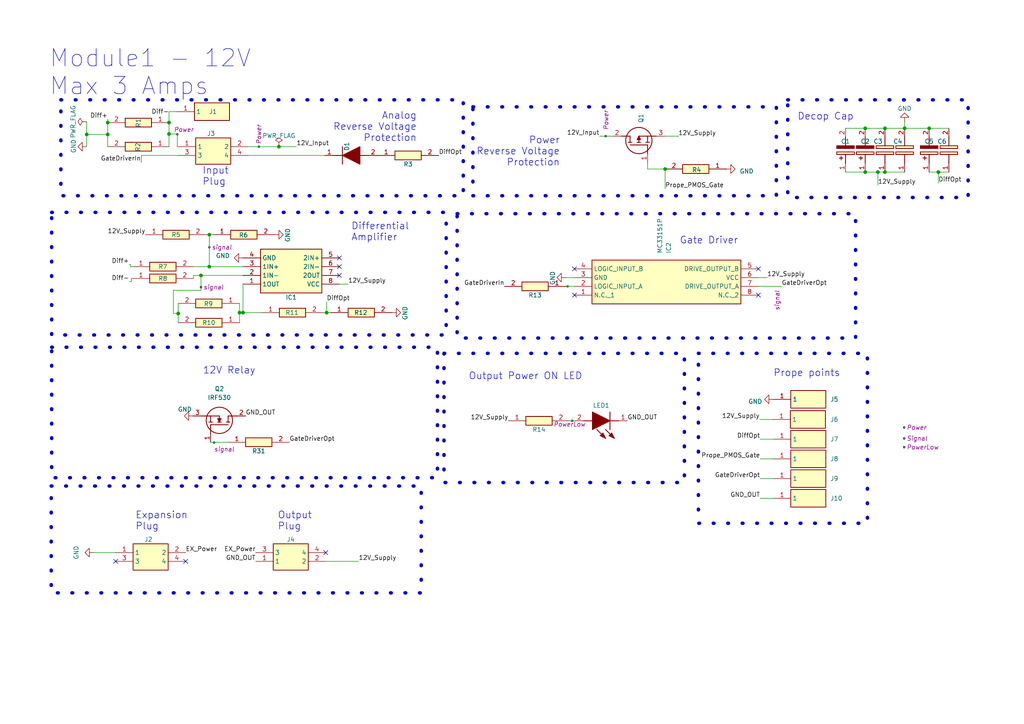
<source format=kicad_sch>
(kicad_sch (version 20230121) (generator eeschema)

  (uuid 00f2bdef-a7ba-4c8e-8993-8ac0bfe32298)

  (paper "A4")

  (lib_symbols
    (symbol "515D225M100JA6AE3_1" (pin_names hide) (in_bom yes) (on_board yes)
      (property "Reference" "C" (at 8.89 6.35 0)
        (effects (font (size 1.27 1.27)) (justify left top))
      )
      (property "Value" "515D225M100JA6AE3" (at 8.89 3.81 0)
        (effects (font (size 1.27 1.27)) (justify left top))
      )
      (property "Footprint" "CAPPRD200W50D500H1100" (at 8.89 -96.19 0)
        (effects (font (size 1.27 1.27)) (justify left top) hide)
      )
      (property "Datasheet" "https://www.mouser.co.uk/datasheet/2/427/515d-2888807.pdf" (at 8.89 -196.19 0)
        (effects (font (size 1.27 1.27)) (justify left top) hide)
      )
      (property "Height" "11" (at 8.89 -396.19 0)
        (effects (font (size 1.27 1.27)) (justify left top) hide)
      )
      (property "Manufacturer_Name" "Vishay" (at 8.89 -496.19 0)
        (effects (font (size 1.27 1.27)) (justify left top) hide)
      )
      (property "Manufacturer_Part_Number" "515D225M100JA6AE3" (at 8.89 -596.19 0)
        (effects (font (size 1.27 1.27)) (justify left top) hide)
      )
      (property "Mouser Part Number" "75-515D225M100JA6AE3" (at 8.89 -696.19 0)
        (effects (font (size 1.27 1.27)) (justify left top) hide)
      )
      (property "Mouser Price/Stock" "https://www.mouser.co.uk/ProductDetail/Vishay-Sprague/515D225M100JA6AE3/?qs=HDhZcL5REib4kdCuo%252BiXNQ%3D%3D" (at 8.89 -796.19 0)
        (effects (font (size 1.27 1.27)) (justify left top) hide)
      )
      (property "Arrow Part Number" "" (at 8.89 -896.19 0)
        (effects (font (size 1.27 1.27)) (justify left top) hide)
      )
      (property "Arrow Price/Stock" "" (at 8.89 -996.19 0)
        (effects (font (size 1.27 1.27)) (justify left top) hide)
      )
      (property "ki_description" "Aluminum Electrolytic Capacitors - Radial Leaded 2.2uF 100volts 20%" (at 0 0 0)
        (effects (font (size 1.27 1.27)) hide)
      )
      (symbol "515D225M100JA6AE3_1_1_1"
        (polyline
          (pts
            (xy 2.54 0)
            (xy 5.08 0)
          )
          (stroke (width 0.254) (type default))
          (fill (type none))
        )
        (polyline
          (pts
            (xy 7.62 0)
            (xy 10.16 0)
          )
          (stroke (width 0.254) (type default))
          (fill (type none))
        )
        (polyline
          (pts
            (xy 7.62 2.54)
            (xy 7.62 -2.54)
            (xy 6.858 -2.54)
            (xy 6.858 2.54)
            (xy 7.62 2.54)
          )
          (stroke (width 0.254) (type default))
          (fill (type background))
        )
        (rectangle (start 5.08 2.54) (end 5.842 -2.54)
          (stroke (width 0.254) (type default))
          (fill (type background))
        )
        (pin passive line (at 0 0 0) (length 2.54)
          (name "+" (effects (font (size 1.27 1.27))))
          (number "1" (effects (font (size 1.27 1.27))))
        )
        (pin passive line (at 12.7 0 180) (length 2.54)
          (name "-" (effects (font (size 1.27 1.27))))
          (number "2" (effects (font (size 1.27 1.27))))
        )
      )
    )
    (symbol "SamacSys_Parts0:293-10K-RC" (pin_names hide) (in_bom yes) (on_board yes)
      (property "Reference" "R" (at 8.2 0.9 0)
        (effects (font (size 1.27 1.27)) (justify left top))
      )
      (property "Value" "293-10K-RC" (at 2.54 3.81 0)
        (effects (font (size 1.27 1.27)) (justify left top))
      )
      (property "Footprint" "RESAD2400W59L1000D350" (at 13.97 -96.19 0)
        (effects (font (size 1.27 1.27)) (justify left top) hide)
      )
      (property "Datasheet" "https://componentsearchengine.com/Datasheets/1/293-10K-RC.pdf" (at 13.97 -196.19 0)
        (effects (font (size 1.27 1.27)) (justify left top) hide)
      )
      (property "Height" "" (at 13.97 -396.19 0)
        (effects (font (size 1.27 1.27)) (justify left top) hide)
      )
      (property "Manufacturer_Name" "Xicon" (at 13.97 -496.19 0)
        (effects (font (size 1.27 1.27)) (justify left top) hide)
      )
      (property "Manufacturer_Part_Number" "293-10K-RC" (at 13.97 -596.19 0)
        (effects (font (size 1.27 1.27)) (justify left top) hide)
      )
      (property "Mouser Part Number" "293-10K-RC" (at 13.97 -696.19 0)
        (effects (font (size 1.27 1.27)) (justify left top) hide)
      )
      (property "Mouser Price/Stock" "https://www.mouser.com/Search/Refine.aspx?Keyword=293-10K-RC" (at 13.97 -796.19 0)
        (effects (font (size 1.27 1.27)) (justify left top) hide)
      )
      (property "Arrow Part Number" "" (at 13.97 -896.19 0)
        (effects (font (size 1.27 1.27)) (justify left top) hide)
      )
      (property "Arrow Price/Stock" "" (at 13.97 -996.19 0)
        (effects (font (size 1.27 1.27)) (justify left top) hide)
      )
      (property "ki_description" "Carbon Film Resistors - Through Hole 10Kohms 0.05" (at 0 0 0)
        (effects (font (size 1.27 1.27)) hide)
      )
      (symbol "293-10K-RC_1_1"
        (rectangle (start 5.08 1.27) (end 12.7 -1.27)
          (stroke (width 0.254) (type default))
          (fill (type background))
        )
        (pin passive line (at 0 0 0) (length 5.08)
          (name "1" (effects (font (size 1.27 1.27))))
          (number "1" (effects (font (size 1.27 1.27))))
        )
        (pin passive line (at 17.78 0 180) (length 5.08)
          (name "2" (effects (font (size 1.27 1.27))))
          (number "2" (effects (font (size 1.27 1.27))))
        )
      )
    )
    (symbol "SamacSys_Parts0:RSAWW51R0" (pin_names hide) (in_bom yes) (on_board yes)
      (property "Reference" "R" (at 13.97 6.35 0)
        (effects (font (size 1.27 1.27)) (justify left top))
      )
      (property "Value" "RSAWW51R0" (at 13.97 3.81 0)
        (effects (font (size 1.27 1.27)) (justify left top))
      )
      (property "Footprint" "RESAD5860W102L2380D870" (at 13.97 -96.19 0)
        (effects (font (size 1.27 1.27)) (justify left top) hide)
      )
      (property "Datasheet" "https://docs.rs-online.com/7bf7/0900766b815fbbe1.pdf" (at 13.97 -196.19 0)
        (effects (font (size 1.27 1.27)) (justify left top) hide)
      )
      (property "Height" "" (at 13.97 -396.19 0)
        (effects (font (size 1.27 1.27)) (justify left top) hide)
      )
      (property "Manufacturer_Name" "RS Components" (at 13.97 -496.19 0)
        (effects (font (size 1.27 1.27)) (justify left top) hide)
      )
      (property "Manufacturer_Part_Number" "RSAWW51R0" (at 13.97 -596.19 0)
        (effects (font (size 1.27 1.27)) (justify left top) hide)
      )
      (property "Mouser Part Number" "" (at 13.97 -696.19 0)
        (effects (font (size 1.27 1.27)) (justify left top) hide)
      )
      (property "Mouser Price/Stock" "" (at 13.97 -796.19 0)
        (effects (font (size 1.27 1.27)) (justify left top) hide)
      )
      (property "Arrow Part Number" "" (at 13.97 -896.19 0)
        (effects (font (size 1.27 1.27)) (justify left top) hide)
      )
      (property "Arrow Price/Stock" "" (at 13.97 -996.19 0)
        (effects (font (size 1.27 1.27)) (justify left top) hide)
      )
      (property "ki_description" "RS PRO 1 5W Wire Wound Resistor +/-5%" (at 0 0 0)
        (effects (font (size 1.27 1.27)) hide)
      )
      (symbol "RSAWW51R0_1_1"
        (rectangle (start 5.08 1.27) (end 12.7 -1.27)
          (stroke (width 0.254) (type default))
          (fill (type background))
        )
        (pin passive line (at 0 0 0) (length 5.08)
          (name "1" (effects (font (size 1.27 1.27))))
          (number "1" (effects (font (size 1.27 1.27))))
        )
        (pin passive line (at 17.78 0 180) (length 5.08)
          (name "2" (effects (font (size 1.27 1.27))))
          (number "2" (effects (font (size 1.27 1.27))))
        )
      )
    )
    (symbol "SamacSys_Parts1:1.5KE22CAHE3_A_C" (pin_names hide) (in_bom yes) (on_board yes)
      (property "Reference" "D" (at 11.43 5.08 0)
        (effects (font (size 1.27 1.27)) (justify left top))
      )
      (property "Value" "1.5KE22CAHE3_A_C" (at 11.43 2.54 0)
        (effects (font (size 1.27 1.27)) (justify left top))
      )
      (property "Footprint" "DIOAD2855W107L835D505" (at 11.43 -97.46 0)
        (effects (font (size 1.27 1.27)) (justify left top) hide)
      )
      (property "Datasheet" "https://componentsearchengine.com/Datasheets/1/1.5KE22CAHE3_A_C.pdf" (at 11.43 -197.46 0)
        (effects (font (size 1.27 1.27)) (justify left top) hide)
      )
      (property "Height" "" (at 11.43 -397.46 0)
        (effects (font (size 1.27 1.27)) (justify left top) hide)
      )
      (property "Manufacturer_Name" "Vishay" (at 11.43 -497.46 0)
        (effects (font (size 1.27 1.27)) (justify left top) hide)
      )
      (property "Manufacturer_Part_Number" "1.5KE22CAHE3_A/C" (at 11.43 -597.46 0)
        (effects (font (size 1.27 1.27)) (justify left top) hide)
      )
      (property "Mouser Part Number" "78-1.5KE22CAHE3_A/C" (at 11.43 -697.46 0)
        (effects (font (size 1.27 1.27)) (justify left top) hide)
      )
      (property "Mouser Price/Stock" "https://www.mouser.co.uk/ProductDetail/Vishay-General-Semiconductor/15KE22CAHE3_A-C/?qs=l%2FgYmo23PNMvQd2DWN8brQ%3D%3D" (at 11.43 -797.46 0)
        (effects (font (size 1.27 1.27)) (justify left top) hide)
      )
      (property "Arrow Part Number" "1.5KE22CAHE3_A/C" (at 11.43 -897.46 0)
        (effects (font (size 1.27 1.27)) (justify left top) hide)
      )
      (property "Arrow Price/Stock" "https://www.arrow.com/en/products/1.5ke22cahe3-ac/vishay" (at 11.43 -997.46 0)
        (effects (font (size 1.27 1.27)) (justify left top) hide)
      )
      (property "ki_description" "ESD Suppressors / TVS Diodes 1.5KE,22V 5%,Bidir AEC-Q101 Qualified" (at 0 0 0)
        (effects (font (size 1.27 1.27)) hide)
      )
      (symbol "1.5KE22CAHE3_A_C_1_1"
        (polyline
          (pts
            (xy 2.54 0)
            (xy 5.08 0)
          )
          (stroke (width 0.254) (type default))
          (fill (type none))
        )
        (polyline
          (pts
            (xy 5.08 2.54)
            (xy 5.08 -2.54)
          )
          (stroke (width 0.254) (type default))
          (fill (type none))
        )
        (polyline
          (pts
            (xy 10.16 0)
            (xy 12.7 0)
          )
          (stroke (width 0.254) (type default))
          (fill (type none))
        )
        (polyline
          (pts
            (xy 5.08 0)
            (xy 10.16 2.54)
            (xy 10.16 -2.54)
            (xy 5.08 0)
          )
          (stroke (width 0.254) (type default))
          (fill (type outline))
        )
        (pin passive line (at 0 0 0) (length 2.54)
          (name "K" (effects (font (size 1.27 1.27))))
          (number "1" (effects (font (size 1.27 1.27))))
        )
        (pin passive line (at 15.24 0 180) (length 2.54)
          (name "A" (effects (font (size 1.27 1.27))))
          (number "2" (effects (font (size 1.27 1.27))))
        )
      )
    )
    (symbol "SamacSys_Parts1:228-5045" (pin_names hide) (in_bom yes) (on_board yes)
      (property "Reference" "LED" (at 12.7 8.89 0)
        (effects (font (size 1.27 1.27)) (justify left bottom))
      )
      (property "Value" "228-5045" (at 12.7 6.35 0)
        (effects (font (size 1.27 1.27)) (justify left bottom))
      )
      (property "Footprint" "2285045" (at 12.7 -93.65 0)
        (effects (font (size 1.27 1.27)) (justify left bottom) hide)
      )
      (property "Datasheet" "" (at 12.7 -193.65 0)
        (effects (font (size 1.27 1.27)) (justify left bottom) hide)
      )
      (property "Height" "8.95" (at 12.7 -393.65 0)
        (effects (font (size 1.27 1.27)) (justify left bottom) hide)
      )
      (property "Manufacturer_Name" "RS Components" (at 12.7 -493.65 0)
        (effects (font (size 1.27 1.27)) (justify left bottom) hide)
      )
      (property "Manufacturer_Part_Number" "228-5045" (at 12.7 -593.65 0)
        (effects (font (size 1.27 1.27)) (justify left bottom) hide)
      )
      (property "Mouser Part Number" "" (at 12.7 -693.65 0)
        (effects (font (size 1.27 1.27)) (justify left bottom) hide)
      )
      (property "Mouser Price/Stock" "" (at 12.7 -793.65 0)
        (effects (font (size 1.27 1.27)) (justify left bottom) hide)
      )
      (property "Arrow Part Number" "" (at 12.7 -893.65 0)
        (effects (font (size 1.27 1.27)) (justify left bottom) hide)
      )
      (property "Arrow Price/Stock" "" (at 12.7 -993.65 0)
        (effects (font (size 1.27 1.27)) (justify left bottom) hide)
      )
      (property "ki_description" "2.1 V Green LED 5mm Through Hole" (at 0 0 0)
        (effects (font (size 1.27 1.27)) hide)
      )
      (symbol "228-5045_1_1"
        (polyline
          (pts
            (xy 2.54 0)
            (xy 5.08 0)
          )
          (stroke (width 0.254) (type default))
          (fill (type none))
        )
        (polyline
          (pts
            (xy 5.08 2.54)
            (xy 5.08 -2.54)
          )
          (stroke (width 0.254) (type default))
          (fill (type none))
        )
        (polyline
          (pts
            (xy 6.35 2.54)
            (xy 3.81 5.08)
          )
          (stroke (width 0.254) (type default))
          (fill (type none))
        )
        (polyline
          (pts
            (xy 8.89 2.54)
            (xy 6.35 5.08)
          )
          (stroke (width 0.254) (type default))
          (fill (type none))
        )
        (polyline
          (pts
            (xy 10.16 0)
            (xy 12.7 0)
          )
          (stroke (width 0.254) (type default))
          (fill (type none))
        )
        (polyline
          (pts
            (xy 5.08 0)
            (xy 10.16 2.54)
            (xy 10.16 -2.54)
            (xy 5.08 0)
          )
          (stroke (width 0.254) (type default))
          (fill (type outline))
        )
        (polyline
          (pts
            (xy 5.334 4.318)
            (xy 4.572 3.556)
            (xy 3.81 5.08)
            (xy 5.334 4.318)
          )
          (stroke (width 0.254) (type default))
          (fill (type outline))
        )
        (polyline
          (pts
            (xy 7.874 4.318)
            (xy 7.112 3.556)
            (xy 6.35 5.08)
            (xy 7.874 4.318)
          )
          (stroke (width 0.254) (type default))
          (fill (type outline))
        )
        (pin passive line (at 0 0 0) (length 2.54)
          (name "K" (effects (font (size 1.27 1.27))))
          (number "1" (effects (font (size 1.27 1.27))))
        )
        (pin passive line (at 15.24 0 180) (length 2.54)
          (name "A" (effects (font (size 1.27 1.27))))
          (number "2" (effects (font (size 1.27 1.27))))
        )
      )
    )
    (symbol "SamacSys_Parts1:39-30-1040" (in_bom yes) (on_board yes)
      (property "Reference" "J" (at 16.51 7.62 0)
        (effects (font (size 1.27 1.27)) (justify left top))
      )
      (property "Value" "39-30-1040" (at 16.51 5.08 0)
        (effects (font (size 1.27 1.27)) (justify left top))
      )
      (property "Footprint" "39-30-104Y" (at 16.51 -94.92 0)
        (effects (font (size 1.27 1.27)) (justify left top) hide)
      )
      (property "Datasheet" "https://www.molex.com/pdm_docs/sd/039300020_sd.pdf" (at 16.51 -194.92 0)
        (effects (font (size 1.27 1.27)) (justify left top) hide)
      )
      (property "Height" "10" (at 16.51 -394.92 0)
        (effects (font (size 1.27 1.27)) (justify left top) hide)
      )
      (property "Manufacturer_Name" "Molex" (at 16.51 -494.92 0)
        (effects (font (size 1.27 1.27)) (justify left top) hide)
      )
      (property "Manufacturer_Part_Number" "39-30-1040" (at 16.51 -594.92 0)
        (effects (font (size 1.27 1.27)) (justify left top) hide)
      )
      (property "Mouser Part Number" "538-39-30-1040" (at 16.51 -694.92 0)
        (effects (font (size 1.27 1.27)) (justify left top) hide)
      )
      (property "Mouser Price/Stock" "https://www.mouser.co.uk/ProductDetail/Molex/39-30-1040?qs=tRPrwvvr%2FugKtPXHFlZTbg%3D%3D" (at 16.51 -794.92 0)
        (effects (font (size 1.27 1.27)) (justify left top) hide)
      )
      (property "Arrow Part Number" "" (at 16.51 -894.92 0)
        (effects (font (size 1.27 1.27)) (justify left top) hide)
      )
      (property "Arrow Price/Stock" "" (at 16.51 -994.92 0)
        (effects (font (size 1.27 1.27)) (justify left top) hide)
      )
      (property "ki_description" "Mini-Fit Jr. Header, Dual Row, Right-Angle, with Snap-in Plastic Peg PCB Lock, 4 Circuits, PA Polyamide Nylon 6/6 94V-0" (at 0 0 0)
        (effects (font (size 1.27 1.27)) hide)
      )
      (symbol "39-30-1040_1_1"
        (rectangle (start 5.08 2.54) (end 15.24 -5.08)
          (stroke (width 0.254) (type default))
          (fill (type background))
        )
        (pin passive line (at 20.32 -2.54 180) (length 5.08)
          (name "1" (effects (font (size 1.27 1.27))))
          (number "1" (effects (font (size 1.27 1.27))))
        )
        (pin passive line (at 0 -2.54 0) (length 5.08)
          (name "2" (effects (font (size 1.27 1.27))))
          (number "2" (effects (font (size 1.27 1.27))))
        )
        (pin passive line (at 20.32 0 180) (length 5.08)
          (name "3" (effects (font (size 1.27 1.27))))
          (number "3" (effects (font (size 1.27 1.27))))
        )
        (pin passive line (at 0 0 0) (length 5.08)
          (name "4" (effects (font (size 1.27 1.27))))
          (number "4" (effects (font (size 1.27 1.27))))
        )
      )
    )
    (symbol "SamacSys_Parts1:515D225M100JA6AE3" (pin_names hide) (in_bom yes) (on_board yes)
      (property "Reference" "C" (at 8.89 6.35 0)
        (effects (font (size 1.27 1.27)) (justify left top))
      )
      (property "Value" "515D225M100JA6AE3" (at 8.89 3.81 0)
        (effects (font (size 1.27 1.27)) (justify left top))
      )
      (property "Footprint" "CAPPRD200W50D500H1100" (at 8.89 -96.19 0)
        (effects (font (size 1.27 1.27)) (justify left top) hide)
      )
      (property "Datasheet" "https://www.mouser.co.uk/datasheet/2/427/515d-2888807.pdf" (at 8.89 -196.19 0)
        (effects (font (size 1.27 1.27)) (justify left top) hide)
      )
      (property "Height" "11" (at 8.89 -396.19 0)
        (effects (font (size 1.27 1.27)) (justify left top) hide)
      )
      (property "Manufacturer_Name" "Vishay" (at 8.89 -496.19 0)
        (effects (font (size 1.27 1.27)) (justify left top) hide)
      )
      (property "Manufacturer_Part_Number" "515D225M100JA6AE3" (at 8.89 -596.19 0)
        (effects (font (size 1.27 1.27)) (justify left top) hide)
      )
      (property "Mouser Part Number" "75-515D225M100JA6AE3" (at 8.89 -696.19 0)
        (effects (font (size 1.27 1.27)) (justify left top) hide)
      )
      (property "Mouser Price/Stock" "https://www.mouser.co.uk/ProductDetail/Vishay-Sprague/515D225M100JA6AE3/?qs=HDhZcL5REib4kdCuo%252BiXNQ%3D%3D" (at 8.89 -796.19 0)
        (effects (font (size 1.27 1.27)) (justify left top) hide)
      )
      (property "Arrow Part Number" "" (at 8.89 -896.19 0)
        (effects (font (size 1.27 1.27)) (justify left top) hide)
      )
      (property "Arrow Price/Stock" "" (at 8.89 -996.19 0)
        (effects (font (size 1.27 1.27)) (justify left top) hide)
      )
      (property "ki_description" "Aluminum Electrolytic Capacitors - Radial Leaded 2.2uF 100volts 20%" (at 0 0 0)
        (effects (font (size 1.27 1.27)) hide)
      )
      (symbol "515D225M100JA6AE3_1_1"
        (polyline
          (pts
            (xy 2.54 0)
            (xy 5.08 0)
          )
          (stroke (width 0.254) (type default))
          (fill (type none))
        )
        (polyline
          (pts
            (xy 7.62 0)
            (xy 10.16 0)
          )
          (stroke (width 0.254) (type default))
          (fill (type none))
        )
        (polyline
          (pts
            (xy 7.62 2.54)
            (xy 7.62 -2.54)
            (xy 6.858 -2.54)
            (xy 6.858 2.54)
            (xy 7.62 2.54)
          )
          (stroke (width 0.254) (type default))
          (fill (type background))
        )
        (rectangle (start 5.08 2.54) (end 5.842 -2.54)
          (stroke (width 0.254) (type default))
          (fill (type background))
        )
        (pin passive line (at 0 0 0) (length 2.54)
          (name "+" (effects (font (size 1.27 1.27))))
          (number "1" (effects (font (size 1.27 1.27))))
        )
        (pin passive line (at 12.7 0 180) (length 2.54)
          (name "-" (effects (font (size 1.27 1.27))))
          (number "2" (effects (font (size 1.27 1.27))))
        )
      )
    )
    (symbol "SamacSys_Parts1:87224-1" (in_bom yes) (on_board yes)
      (property "Reference" "J" (at 16.51 7.62 0)
        (effects (font (size 1.27 1.27)) (justify left top))
      )
      (property "Value" "87224-1" (at 16.51 5.08 0)
        (effects (font (size 1.27 1.27)) (justify left top))
      )
      (property "Footprint" "HDRV1W66P0X254_1X1_213X254X1074P" (at 16.51 -94.92 0)
        (effects (font (size 1.27 1.27)) (justify left top) hide)
      )
      (property "Datasheet" "https://www.te.com/commerce/DocumentDelivery/DDEController?Action=srchrtrv&DocNm=87224&DocType=Customer+Drawing&DocLang=English" (at 16.51 -194.92 0)
        (effects (font (size 1.27 1.27)) (justify left top) hide)
      )
      (property "Height" "10.744" (at 16.51 -394.92 0)
        (effects (font (size 1.27 1.27)) (justify left top) hide)
      )
      (property "Manufacturer_Name" "TE Connectivity" (at 16.51 -494.92 0)
        (effects (font (size 1.27 1.27)) (justify left top) hide)
      )
      (property "Manufacturer_Part_Number" "87224-1" (at 16.51 -594.92 0)
        (effects (font (size 1.27 1.27)) (justify left top) hide)
      )
      (property "Mouser Part Number" "571-872241" (at 16.51 -694.92 0)
        (effects (font (size 1.27 1.27)) (justify left top) hide)
      )
      (property "Mouser Price/Stock" "https://www.mouser.co.uk/ProductDetail/TE-Connectivity/87224-1?qs=uJX40y%252BSWqgHHhtbHlovpg%3D%3D" (at 16.51 -794.92 0)
        (effects (font (size 1.27 1.27)) (justify left top) hide)
      )
      (property "Arrow Part Number" "87224-1" (at 16.51 -894.92 0)
        (effects (font (size 1.27 1.27)) (justify left top) hide)
      )
      (property "Arrow Price/Stock" "https://www.arrow.com/en/products/87224-1/te-connectivity?region=nac" (at 16.51 -994.92 0)
        (effects (font (size 1.27 1.27)) (justify left top) hide)
      )
      (property "ki_description" "01 MODII HDR SRST UNSHRD .100" (at 0 0 0)
        (effects (font (size 1.27 1.27)) hide)
      )
      (symbol "87224-1_1_1"
        (rectangle (start 5.08 2.54) (end 15.24 -2.54)
          (stroke (width 0.254) (type default))
          (fill (type background))
        )
        (pin passive line (at 0 0 0) (length 5.08)
          (name "1" (effects (font (size 1.27 1.27))))
          (number "1" (effects (font (size 1.27 1.27))))
        )
      )
    )
    (symbol "SamacSys_Parts1:IRF4905PBF" (pin_names hide) (in_bom yes) (on_board yes)
      (property "Reference" "Q" (at 11.43 3.81 0)
        (effects (font (size 1.27 1.27)) (justify left top))
      )
      (property "Value" "IRF4905PBF" (at 11.43 1.27 0)
        (effects (font (size 1.27 1.27)) (justify left top))
      )
      (property "Footprint" "TO254P469X1042X1967-3P" (at 11.43 -98.73 0)
        (effects (font (size 1.27 1.27)) (justify left top) hide)
      )
      (property "Datasheet" "https://datasheet.datasheetarchive.com/originals/distributors/Datasheets_SAMA/e52aa5f51fe2980ce3912b85b4d53dd4.pdf" (at 11.43 -198.73 0)
        (effects (font (size 1.27 1.27)) (justify left top) hide)
      )
      (property "Height" "4.69" (at 11.43 -398.73 0)
        (effects (font (size 1.27 1.27)) (justify left top) hide)
      )
      (property "Manufacturer_Name" "Infineon" (at 11.43 -498.73 0)
        (effects (font (size 1.27 1.27)) (justify left top) hide)
      )
      (property "Manufacturer_Part_Number" "IRF4905PBF" (at 11.43 -598.73 0)
        (effects (font (size 1.27 1.27)) (justify left top) hide)
      )
      (property "Mouser Part Number" "942-IRF4905PBF" (at 11.43 -698.73 0)
        (effects (font (size 1.27 1.27)) (justify left top) hide)
      )
      (property "Mouser Price/Stock" "https://www.mouser.co.uk/ProductDetail/Infineon-Technologies/IRF4905PBF?qs=9%252BKlkBgLFf39l0HsWdxvdw%3D%3D" (at 11.43 -798.73 0)
        (effects (font (size 1.27 1.27)) (justify left top) hide)
      )
      (property "Arrow Part Number" "IRF4905PBF" (at 11.43 -898.73 0)
        (effects (font (size 1.27 1.27)) (justify left top) hide)
      )
      (property "Arrow Price/Stock" "https://www.arrow.com/en/products/irf4905pbf/cypress-semiconductor?region=europe" (at 11.43 -998.73 0)
        (effects (font (size 1.27 1.27)) (justify left top) hide)
      )
      (property "ki_description" "P-channel MOSFET,IRF4905 64A 55V" (at 0 0 0)
        (effects (font (size 1.27 1.27)) hide)
      )
      (symbol "IRF4905PBF_1_1"
        (polyline
          (pts
            (xy 2.54 0)
            (xy 5.08 0)
          )
          (stroke (width 0.254) (type default))
          (fill (type none))
        )
        (polyline
          (pts
            (xy 5.08 5.08)
            (xy 5.08 0)
          )
          (stroke (width 0.254) (type default))
          (fill (type none))
        )
        (polyline
          (pts
            (xy 5.842 -0.508)
            (xy 5.842 0.508)
          )
          (stroke (width 0.254) (type default))
          (fill (type none))
        )
        (polyline
          (pts
            (xy 5.842 0)
            (xy 7.62 0)
          )
          (stroke (width 0.254) (type default))
          (fill (type none))
        )
        (polyline
          (pts
            (xy 5.842 2.032)
            (xy 5.842 3.048)
          )
          (stroke (width 0.254) (type default))
          (fill (type none))
        )
        (polyline
          (pts
            (xy 5.842 5.588)
            (xy 5.842 4.572)
          )
          (stroke (width 0.254) (type default))
          (fill (type none))
        )
        (polyline
          (pts
            (xy 7.62 2.54)
            (xy 5.842 2.54)
          )
          (stroke (width 0.254) (type default))
          (fill (type none))
        )
        (polyline
          (pts
            (xy 7.62 2.54)
            (xy 7.62 -2.54)
          )
          (stroke (width 0.254) (type default))
          (fill (type none))
        )
        (polyline
          (pts
            (xy 7.62 5.08)
            (xy 5.842 5.08)
          )
          (stroke (width 0.254) (type default))
          (fill (type none))
        )
        (polyline
          (pts
            (xy 7.62 5.08)
            (xy 7.62 7.62)
          )
          (stroke (width 0.254) (type default))
          (fill (type none))
        )
        (polyline
          (pts
            (xy 7.62 2.54)
            (xy 6.604 3.048)
            (xy 6.604 2.032)
            (xy 7.62 2.54)
          )
          (stroke (width 0.254) (type default))
          (fill (type outline))
        )
        (circle (center 6.35 2.54) (radius 3.81)
          (stroke (width 0.254) (type default))
          (fill (type none))
        )
        (pin passive line (at 0 0 0) (length 2.54)
          (name "G" (effects (font (size 1.27 1.27))))
          (number "1" (effects (font (size 1.27 1.27))))
        )
        (pin passive line (at 7.62 10.16 270) (length 2.54)
          (name "D" (effects (font (size 1.27 1.27))))
          (number "2" (effects (font (size 1.27 1.27))))
        )
        (pin passive line (at 7.62 -5.08 90) (length 2.54)
          (name "S" (effects (font (size 1.27 1.27))))
          (number "3" (effects (font (size 1.27 1.27))))
        )
      )
    )
    (symbol "SamacSys_Parts1:IRF530" (pin_names hide) (in_bom yes) (on_board yes)
      (property "Reference" "Q" (at 11.43 3.81 0)
        (effects (font (size 1.27 1.27)) (justify left top))
      )
      (property "Value" "IRF530" (at 11.43 1.27 0)
        (effects (font (size 1.27 1.27)) (justify left top))
      )
      (property "Footprint" "TO255P460X1020X2008-3P" (at 11.43 -98.73 0)
        (effects (font (size 1.27 1.27)) (justify left top) hide)
      )
      (property "Datasheet" "https://www.st.com/resource/en/datasheet/stp14nf10.pdf" (at 11.43 -198.73 0)
        (effects (font (size 1.27 1.27)) (justify left top) hide)
      )
      (property "Height" "4.6" (at 11.43 -398.73 0)
        (effects (font (size 1.27 1.27)) (justify left top) hide)
      )
      (property "Manufacturer_Name" "STMicroelectronics" (at 11.43 -498.73 0)
        (effects (font (size 1.27 1.27)) (justify left top) hide)
      )
      (property "Manufacturer_Part_Number" "IRF530" (at 11.43 -598.73 0)
        (effects (font (size 1.27 1.27)) (justify left top) hide)
      )
      (property "Mouser Part Number" "511-IRF530" (at 11.43 -698.73 0)
        (effects (font (size 1.27 1.27)) (justify left top) hide)
      )
      (property "Mouser Price/Stock" "https://www.mouser.co.uk/ProductDetail/STMicroelectronics/IRF530?qs=FOlmdCx%252BAA3o0u11GRqRmQ%3D%3D" (at 11.43 -798.73 0)
        (effects (font (size 1.27 1.27)) (justify left top) hide)
      )
      (property "Arrow Part Number" "" (at 11.43 -898.73 0)
        (effects (font (size 1.27 1.27)) (justify left top) hide)
      )
      (property "Arrow Price/Stock" "" (at 11.43 -998.73 0)
        (effects (font (size 1.27 1.27)) (justify left top) hide)
      )
      (property "ki_description" "MOSFET N-CH 100V 14A TO-220" (at 0 0 0)
        (effects (font (size 1.27 1.27)) hide)
      )
      (symbol "IRF530_1_1"
        (polyline
          (pts
            (xy 2.54 0)
            (xy 5.08 0)
          )
          (stroke (width 0.254) (type default))
          (fill (type none))
        )
        (polyline
          (pts
            (xy 5.08 5.08)
            (xy 5.08 0)
          )
          (stroke (width 0.254) (type default))
          (fill (type none))
        )
        (polyline
          (pts
            (xy 5.842 -0.508)
            (xy 5.842 0.508)
          )
          (stroke (width 0.254) (type default))
          (fill (type none))
        )
        (polyline
          (pts
            (xy 5.842 0)
            (xy 7.62 0)
          )
          (stroke (width 0.254) (type default))
          (fill (type none))
        )
        (polyline
          (pts
            (xy 5.842 2.032)
            (xy 5.842 3.048)
          )
          (stroke (width 0.254) (type default))
          (fill (type none))
        )
        (polyline
          (pts
            (xy 5.842 5.588)
            (xy 5.842 4.572)
          )
          (stroke (width 0.254) (type default))
          (fill (type none))
        )
        (polyline
          (pts
            (xy 7.62 2.54)
            (xy 5.842 2.54)
          )
          (stroke (width 0.254) (type default))
          (fill (type none))
        )
        (polyline
          (pts
            (xy 7.62 2.54)
            (xy 7.62 -2.54)
          )
          (stroke (width 0.254) (type default))
          (fill (type none))
        )
        (polyline
          (pts
            (xy 7.62 5.08)
            (xy 5.842 5.08)
          )
          (stroke (width 0.254) (type default))
          (fill (type none))
        )
        (polyline
          (pts
            (xy 7.62 5.08)
            (xy 7.62 7.62)
          )
          (stroke (width 0.254) (type default))
          (fill (type none))
        )
        (polyline
          (pts
            (xy 5.842 2.54)
            (xy 6.858 3.048)
            (xy 6.858 2.032)
            (xy 5.842 2.54)
          )
          (stroke (width 0.254) (type default))
          (fill (type outline))
        )
        (circle (center 6.35 2.54) (radius 3.81)
          (stroke (width 0.254) (type default))
          (fill (type none))
        )
        (pin passive line (at 0 0 0) (length 2.54)
          (name "G" (effects (font (size 1.27 1.27))))
          (number "1" (effects (font (size 1.27 1.27))))
        )
        (pin passive line (at 7.62 10.16 270) (length 2.54)
          (name "D" (effects (font (size 1.27 1.27))))
          (number "2" (effects (font (size 1.27 1.27))))
        )
        (pin passive line (at 7.62 -5.08 90) (length 2.54)
          (name "S" (effects (font (size 1.27 1.27))))
          (number "3" (effects (font (size 1.27 1.27))))
        )
      )
    )
    (symbol "SamacSys_Parts1:LM293P" (in_bom yes) (on_board yes)
      (property "Reference" "IC" (at 24.13 7.62 0)
        (effects (font (size 1.27 1.27)) (justify left top))
      )
      (property "Value" "LM293P" (at 24.13 5.08 0)
        (effects (font (size 1.27 1.27)) (justify left top))
      )
      (property "Footprint" "DIP794W53P254L959H508Q8N" (at 24.13 -94.92 0)
        (effects (font (size 1.27 1.27)) (justify left top) hide)
      )
      (property "Datasheet" "http://www.ti.com/lit/ds/symlink/lm293.pdf" (at 24.13 -194.92 0)
        (effects (font (size 1.27 1.27)) (justify left top) hide)
      )
      (property "Height" "5.08" (at 24.13 -394.92 0)
        (effects (font (size 1.27 1.27)) (justify left top) hide)
      )
      (property "Manufacturer_Name" "Texas Instruments" (at 24.13 -494.92 0)
        (effects (font (size 1.27 1.27)) (justify left top) hide)
      )
      (property "Manufacturer_Part_Number" "LM293P" (at 24.13 -594.92 0)
        (effects (font (size 1.27 1.27)) (justify left top) hide)
      )
      (property "Mouser Part Number" "595-LM293P" (at 24.13 -694.92 0)
        (effects (font (size 1.27 1.27)) (justify left top) hide)
      )
      (property "Mouser Price/Stock" "https://www.mouser.co.uk/ProductDetail/Texas-Instruments/LM293P?qs=Zu35EjizYSRLCWQhsKnKtg%3D%3D" (at 24.13 -794.92 0)
        (effects (font (size 1.27 1.27)) (justify left top) hide)
      )
      (property "Arrow Part Number" "LM293P" (at 24.13 -894.92 0)
        (effects (font (size 1.27 1.27)) (justify left top) hide)
      )
      (property "Arrow Price/Stock" "https://www.arrow.com/en/products/lm293p/texas-instruments" (at 24.13 -994.92 0)
        (effects (font (size 1.27 1.27)) (justify left top) hide)
      )
      (property "ki_description" "LM293P, Dual Comparator Open Collector 1.3us 12 V, 15 V, 18 V, 24 V, 28 V, 3 V, 5 V, 9 V 8-Pin PDIP" (at 0 0 0)
        (effects (font (size 1.27 1.27)) hide)
      )
      (symbol "LM293P_1_1"
        (rectangle (start 5.08 2.54) (end 22.86 -10.16)
          (stroke (width 0.254) (type default))
          (fill (type background))
        )
        (pin passive line (at 0 0 0) (length 5.08)
          (name "1OUT" (effects (font (size 1.27 1.27))))
          (number "1" (effects (font (size 1.27 1.27))))
        )
        (pin passive line (at 0 -2.54 0) (length 5.08)
          (name "1IN-" (effects (font (size 1.27 1.27))))
          (number "2" (effects (font (size 1.27 1.27))))
        )
        (pin passive line (at 0 -5.08 0) (length 5.08)
          (name "1IN+" (effects (font (size 1.27 1.27))))
          (number "3" (effects (font (size 1.27 1.27))))
        )
        (pin passive line (at 0 -7.62 0) (length 5.08)
          (name "GND" (effects (font (size 1.27 1.27))))
          (number "4" (effects (font (size 1.27 1.27))))
        )
        (pin passive line (at 27.94 -7.62 180) (length 5.08)
          (name "2IN+" (effects (font (size 1.27 1.27))))
          (number "5" (effects (font (size 1.27 1.27))))
        )
        (pin passive line (at 27.94 -5.08 180) (length 5.08)
          (name "2IN-" (effects (font (size 1.27 1.27))))
          (number "6" (effects (font (size 1.27 1.27))))
        )
        (pin passive line (at 27.94 -2.54 180) (length 5.08)
          (name "2OUT" (effects (font (size 1.27 1.27))))
          (number "7" (effects (font (size 1.27 1.27))))
        )
        (pin passive line (at 27.94 0 180) (length 5.08)
          (name "VCC" (effects (font (size 1.27 1.27))))
          (number "8" (effects (font (size 1.27 1.27))))
        )
      )
    )
    (symbol "SamacSys_Parts1:MAL214250102E3" (pin_names hide) (in_bom yes) (on_board yes)
      (property "Reference" "C" (at 8.89 6.35 0)
        (effects (font (size 1.27 1.27)) (justify left top))
      )
      (property "Value" "MAL214250102E3" (at 8.89 3.81 0)
        (effects (font (size 1.27 1.27)) (justify left top))
      )
      (property "Footprint" "CAPPRD500W60D1300H2200" (at 8.89 -96.19 0)
        (effects (font (size 1.27 1.27)) (justify left top) hide)
      )
      (property "Datasheet" "http://www.vishay.com/docs/28402/142rhs.pdf" (at 8.89 -196.19 0)
        (effects (font (size 1.27 1.27)) (justify left top) hide)
      )
      (property "Height" "22" (at 8.89 -396.19 0)
        (effects (font (size 1.27 1.27)) (justify left top) hide)
      )
      (property "Manufacturer_Name" "Vishay" (at 8.89 -496.19 0)
        (effects (font (size 1.27 1.27)) (justify left top) hide)
      )
      (property "Manufacturer_Part_Number" "MAL214250102E3" (at 8.89 -596.19 0)
        (effects (font (size 1.27 1.27)) (justify left top) hide)
      )
      (property "Mouser Part Number" "594-MAL214250102E3" (at 8.89 -696.19 0)
        (effects (font (size 1.27 1.27)) (justify left top) hide)
      )
      (property "Mouser Price/Stock" "https://www.mouser.co.uk/ProductDetail/Vishay-BC-Components/MAL214250102E3?qs=Ep9Lwju7gVqa96MJyysbLw%3D%3D" (at 8.89 -796.19 0)
        (effects (font (size 1.27 1.27)) (justify left top) hide)
      )
      (property "Arrow Part Number" "" (at 8.89 -896.19 0)
        (effects (font (size 1.27 1.27)) (justify left top) hide)
      )
      (property "Arrow Price/Stock" "" (at 8.89 -996.19 0)
        (effects (font (size 1.27 1.27)) (justify left top) hide)
      )
      (property "ki_description" "CAP ALUM 1000UF 20% 35V RADIAL" (at 0 0 0)
        (effects (font (size 1.27 1.27)) hide)
      )
      (symbol "MAL214250102E3_1_1"
        (polyline
          (pts
            (xy 2.54 0)
            (xy 5.08 0)
          )
          (stroke (width 0.254) (type default))
          (fill (type none))
        )
        (polyline
          (pts
            (xy 4.064 1.778)
            (xy 4.064 0.762)
          )
          (stroke (width 0.254) (type default))
          (fill (type none))
        )
        (polyline
          (pts
            (xy 4.572 1.27)
            (xy 3.556 1.27)
          )
          (stroke (width 0.254) (type default))
          (fill (type none))
        )
        (polyline
          (pts
            (xy 7.62 0)
            (xy 10.16 0)
          )
          (stroke (width 0.254) (type default))
          (fill (type none))
        )
        (polyline
          (pts
            (xy 7.62 2.54)
            (xy 7.62 -2.54)
            (xy 6.858 -2.54)
            (xy 6.858 2.54)
            (xy 7.62 2.54)
          )
          (stroke (width 0.254) (type default))
          (fill (type outline))
        )
        (rectangle (start 5.08 2.54) (end 5.842 -2.54)
          (stroke (width 0.254) (type default))
          (fill (type background))
        )
        (pin passive line (at 0 0 0) (length 2.54)
          (name "+" (effects (font (size 1.27 1.27))))
          (number "1" (effects (font (size 1.27 1.27))))
        )
        (pin passive line (at 12.7 0 180) (length 2.54)
          (name "-" (effects (font (size 1.27 1.27))))
          (number "2" (effects (font (size 1.27 1.27))))
        )
      )
    )
    (symbol "SamacSys_Parts1:MC33151P" (in_bom yes) (on_board yes)
      (property "Reference" "IC" (at 49.53 7.62 0)
        (effects (font (size 1.27 1.27)) (justify left top))
      )
      (property "Value" "MC33151P" (at 49.53 5.08 0)
        (effects (font (size 1.27 1.27)) (justify left top))
      )
      (property "Footprint" "DIP762W51P254L978H445Q8N" (at 49.53 -94.92 0)
        (effects (font (size 1.27 1.27)) (justify left top) hide)
      )
      (property "Datasheet" "https://datasheet.datasheetarchive.com/originals/distributors/Datasheets-21/DSA-407062.pdf" (at 49.53 -194.92 0)
        (effects (font (size 1.27 1.27)) (justify left top) hide)
      )
      (property "Height" "4.45" (at 49.53 -394.92 0)
        (effects (font (size 1.27 1.27)) (justify left top) hide)
      )
      (property "Manufacturer_Name" "Motorola" (at 49.53 -494.92 0)
        (effects (font (size 1.27 1.27)) (justify left top) hide)
      )
      (property "Manufacturer_Part_Number" "MC33151P" (at 49.53 -594.92 0)
        (effects (font (size 1.27 1.27)) (justify left top) hide)
      )
      (property "Mouser Part Number" "" (at 49.53 -694.92 0)
        (effects (font (size 1.27 1.27)) (justify left top) hide)
      )
      (property "Mouser Price/Stock" "" (at 49.53 -794.92 0)
        (effects (font (size 1.27 1.27)) (justify left top) hide)
      )
      (property "Arrow Part Number" "" (at 49.53 -894.92 0)
        (effects (font (size 1.27 1.27)) (justify left top) hide)
      )
      (property "Arrow Price/Stock" "" (at 49.53 -994.92 0)
        (effects (font (size 1.27 1.27)) (justify left top) hide)
      )
      (property "ki_description" "HIGH SPEED DUAL MOSFET DRIVERS" (at 0 0 0)
        (effects (font (size 1.27 1.27)) hide)
      )
      (symbol "MC33151P_1_1"
        (rectangle (start 5.08 2.54) (end 48.26 -10.16)
          (stroke (width 0.254) (type default))
          (fill (type background))
        )
        (pin passive line (at 0 0 0) (length 5.08)
          (name "N.C._1" (effects (font (size 1.27 1.27))))
          (number "1" (effects (font (size 1.27 1.27))))
        )
        (pin passive line (at 0 -2.54 0) (length 5.08)
          (name "LOGIC_INPUT_A" (effects (font (size 1.27 1.27))))
          (number "2" (effects (font (size 1.27 1.27))))
        )
        (pin passive line (at 0 -5.08 0) (length 5.08)
          (name "GND" (effects (font (size 1.27 1.27))))
          (number "3" (effects (font (size 1.27 1.27))))
        )
        (pin passive line (at 0 -7.62 0) (length 5.08)
          (name "LOGIC_INPUT_B" (effects (font (size 1.27 1.27))))
          (number "4" (effects (font (size 1.27 1.27))))
        )
        (pin passive line (at 53.34 -7.62 180) (length 5.08)
          (name "DRIVE_OUTPUT_B" (effects (font (size 1.27 1.27))))
          (number "5" (effects (font (size 1.27 1.27))))
        )
        (pin passive line (at 53.34 -5.08 180) (length 5.08)
          (name "VCC" (effects (font (size 1.27 1.27))))
          (number "6" (effects (font (size 1.27 1.27))))
        )
        (pin passive line (at 53.34 -2.54 180) (length 5.08)
          (name "DRIVE_OUTPUT_A" (effects (font (size 1.27 1.27))))
          (number "7" (effects (font (size 1.27 1.27))))
        )
        (pin passive line (at 53.34 0 180) (length 5.08)
          (name "N.C._2" (effects (font (size 1.27 1.27))))
          (number "8" (effects (font (size 1.27 1.27))))
        )
      )
    )
    (symbol "power:GND" (power) (pin_names (offset 0)) (in_bom yes) (on_board yes)
      (property "Reference" "#PWR" (at 0 -6.35 0)
        (effects (font (size 1.27 1.27)) hide)
      )
      (property "Value" "GND" (at 0 -3.81 0)
        (effects (font (size 1.27 1.27)))
      )
      (property "Footprint" "" (at 0 0 0)
        (effects (font (size 1.27 1.27)) hide)
      )
      (property "Datasheet" "" (at 0 0 0)
        (effects (font (size 1.27 1.27)) hide)
      )
      (property "ki_keywords" "global power" (at 0 0 0)
        (effects (font (size 1.27 1.27)) hide)
      )
      (property "ki_description" "Power symbol creates a global label with name \"GND\" , ground" (at 0 0 0)
        (effects (font (size 1.27 1.27)) hide)
      )
      (symbol "GND_0_1"
        (polyline
          (pts
            (xy 0 0)
            (xy 0 -1.27)
            (xy 1.27 -1.27)
            (xy 0 -2.54)
            (xy -1.27 -1.27)
            (xy 0 -1.27)
          )
          (stroke (width 0) (type default))
          (fill (type none))
        )
      )
      (symbol "GND_1_1"
        (pin power_in line (at 0 0 270) (length 0) hide
          (name "GND" (effects (font (size 1.27 1.27))))
          (number "1" (effects (font (size 1.27 1.27))))
        )
      )
    )
    (symbol "power:PWR_FLAG" (power) (pin_numbers hide) (pin_names (offset 0) hide) (in_bom yes) (on_board yes)
      (property "Reference" "#FLG" (at 0 1.905 0)
        (effects (font (size 1.27 1.27)) hide)
      )
      (property "Value" "PWR_FLAG" (at 0 3.81 0)
        (effects (font (size 1.27 1.27)))
      )
      (property "Footprint" "" (at 0 0 0)
        (effects (font (size 1.27 1.27)) hide)
      )
      (property "Datasheet" "~" (at 0 0 0)
        (effects (font (size 1.27 1.27)) hide)
      )
      (property "ki_keywords" "flag power" (at 0 0 0)
        (effects (font (size 1.27 1.27)) hide)
      )
      (property "ki_description" "Special symbol for telling ERC where power comes from" (at 0 0 0)
        (effects (font (size 1.27 1.27)) hide)
      )
      (symbol "PWR_FLAG_0_0"
        (pin power_out line (at 0 0 90) (length 0)
          (name "pwr" (effects (font (size 1.27 1.27))))
          (number "1" (effects (font (size 1.27 1.27))))
        )
      )
      (symbol "PWR_FLAG_0_1"
        (polyline
          (pts
            (xy 0 0)
            (xy 0 1.27)
            (xy -1.016 1.905)
            (xy 0 2.54)
            (xy 1.016 1.905)
            (xy 0 1.27)
          )
          (stroke (width 0) (type default))
          (fill (type none))
        )
      )
    )
  )

  (junction (at 51.689 90.932) (diameter 0) (color 0 0 0 0)
    (uuid 00c192f1-b196-45a4-a491-23c1398ac4c5)
  )
  (junction (at 25.146 38.989) (diameter 0) (color 0 0 0 0)
    (uuid 02282b9a-0e98-4ae4-b6e2-5b513346ce4e)
  )
  (junction (at 49.022 38.862) (diameter 0) (color 0 0 0 0)
    (uuid 1661f77d-c424-4867-b486-e3c08dd77c9c)
  )
  (junction (at 256.667 37.211) (diameter 0) (color 0 0 0 0)
    (uuid 2bad529e-6005-4c50-aa00-2c1cf42c002f)
  )
  (junction (at 70.485 90.678) (diameter 0) (color 0 0 0 0)
    (uuid 3ce4e1d4-59e6-49fc-8502-73711566ca8f)
  )
  (junction (at 272.161 49.911) (diameter 0) (color 0 0 0 0)
    (uuid 3e14a141-e3d9-4eb6-9160-0d2f953a94e5)
  )
  (junction (at 49.022 35.56) (diameter 0) (color 0 0 0 0)
    (uuid 4dea0ce9-57ef-4f08-8255-249cd4e8a785)
  )
  (junction (at 69.469 90.678) (diameter 0) (color 0 0 0 0)
    (uuid 51d615e7-c9cd-42aa-b2f2-9679ca4469de)
  )
  (junction (at 58.293 79.883) (diameter 0) (color 0 0 0 0)
    (uuid 64a59282-1dcc-4d61-9b1a-e6af0ceee1e8)
  )
  (junction (at 250.952 49.911) (diameter 0) (color 0 0 0 0)
    (uuid 792892de-0f8d-474c-976f-3c67e37f912c)
  )
  (junction (at 250.952 37.211) (diameter 0) (color 0 0 0 0)
    (uuid 81db7d59-6b19-47b6-a49c-9a95be1a519a)
  )
  (junction (at 269.494 37.211) (diameter 0) (color 0 0 0 0)
    (uuid 865d0d1b-e8b0-41f7-8db3-482f1fc7eab0)
  )
  (junction (at 60.706 77.343) (diameter 0) (color 0 0 0 0)
    (uuid 9bbb5f9a-a02b-4519-837f-1c8b9ecc8dcf)
  )
  (junction (at 31.242 35.56) (diameter 0) (color 0 0 0 0)
    (uuid ada4ad37-298a-404d-8d10-6ea6a7daeee8)
  )
  (junction (at 254.635 49.911) (diameter 0) (color 0 0 0 0)
    (uuid b0771643-3e53-41ca-9ebf-907b88c5fe6c)
  )
  (junction (at 192.913 49.022) (diameter 0) (color 0 0 0 0)
    (uuid b2cb0f10-f1a4-47c9-8f1d-22e6be409697)
  )
  (junction (at 60.706 68.072) (diameter 0) (color 0 0 0 0)
    (uuid b49a0786-779b-48a0-9806-7665dd1eb8bd)
  )
  (junction (at 94.742 90.678) (diameter 0) (color 0 0 0 0)
    (uuid b54cee34-eab1-46a1-98cd-199a86b57c24)
  )
  (junction (at 256.667 49.911) (diameter 0) (color 0 0 0 0)
    (uuid c4155980-2e9b-48ad-8a79-d1a1faadf3a1)
  )
  (junction (at 80.899 42.545) (diameter 0) (color 0 0 0 0)
    (uuid da4f76ea-e69c-4410-9214-45c955f330e9)
  )
  (junction (at 262.382 37.211) (diameter 0) (color 0 0 0 0)
    (uuid e06d7a40-1e5d-43b7-a7b5-3a1194e2bf6b)
  )
  (junction (at 31.242 38.989) (diameter 0) (color 0 0 0 0)
    (uuid e11440e7-ce24-42c5-af76-c069f7c3f0b0)
  )

  (no_connect (at 98.425 79.883) (uuid 2ec988d3-cbc0-4437-a0e2-37f7e8ab2c66))
  (no_connect (at 33.528 162.814) (uuid 4af76cf2-6283-413d-91c6-391e2d343b00))
  (no_connect (at 219.964 77.978) (uuid 6eaf405e-b45b-4d60-b0f6-79d4d1268f9c))
  (no_connect (at 98.425 74.803) (uuid 754fd632-c75c-40af-ace6-66b792fc1293))
  (no_connect (at 219.964 85.598) (uuid 9f90a660-fb0d-436a-b61c-3cd2b10b9610))
  (no_connect (at 53.848 162.814) (uuid a7bfbef2-66ee-4985-b5f8-c7eefd358c19))
  (no_connect (at 98.425 77.343) (uuid aa7dc868-1d08-4fa1-915f-251059e24e03))
  (no_connect (at 166.624 77.978) (uuid b0a741b5-1791-43ef-9a1e-dfef6f0d8b59))
  (no_connect (at 94.488 160.274) (uuid c20e7f48-1467-4044-aa7c-03401307ce85))
  (no_connect (at 166.624 85.598) (uuid e62e8b49-004c-475b-bc2b-b1dca82b7ed2))

  (wire (pts (xy 220.472 138.811) (xy 224.282 138.811))
    (stroke (width 0) (type default))
    (uuid 00bd8c3a-78b1-4e4c-99ed-6b43b3528af5)
  )
  (wire (pts (xy 222.504 80.518) (xy 219.964 80.518))
    (stroke (width 0) (type default))
    (uuid 02310103-5588-45ff-b31d-a3cbf0798704)
  )
  (wire (pts (xy 262.382 35.306) (xy 262.382 37.211))
    (stroke (width 0) (type default))
    (uuid 08cd7420-2162-4405-afcf-6e496b023f78)
  )
  (wire (pts (xy 262.382 37.211) (xy 269.494 37.211))
    (stroke (width 0) (type default))
    (uuid 0c2cfeb4-aaa9-4216-9341-fcd24b56eeee)
  )
  (wire (pts (xy 196.723 39.624) (xy 196.723 39.497))
    (stroke (width 0) (type default))
    (uuid 1126d8ec-e8eb-42b9-8099-ae6c9784a9bc)
  )
  (wire (pts (xy 51.435 38.862) (xy 51.435 42.545))
    (stroke (width 0) (type default))
    (uuid 11748d1a-9de2-4dd4-a00a-a15a6baa0c85)
  )
  (wire (pts (xy 49.022 32.385) (xy 51.308 32.385))
    (stroke (width 0) (type default))
    (uuid 13a6fa6f-9a6f-4023-b1e6-2a5d9a1a2ad6)
  )
  (wire (pts (xy 50.292 84.201) (xy 58.293 84.201))
    (stroke (width 0) (type default))
    (uuid 14fe50d8-d988-48da-830e-e35430d902d2)
  )
  (wire (pts (xy 27.178 160.274) (xy 33.528 160.274))
    (stroke (width 0) (type default))
    (uuid 19c12a99-df55-4902-806a-b12c14d985cc)
  )
  (wire (pts (xy 94.742 90.678) (xy 94.742 87.503))
    (stroke (width 0) (type default))
    (uuid 1d68dc83-e994-4f29-857a-c25fb33b322d)
  )
  (wire (pts (xy 38.1 81.661) (xy 38.1 80.772))
    (stroke (width 0) (type default))
    (uuid 202bdcd1-f2a4-4adf-851d-26da29ccd0f8)
  )
  (wire (pts (xy 177.673 39.497) (xy 173.863 39.497))
    (stroke (width 0) (type default))
    (uuid 23fac6c7-c02d-4ade-8aff-c0dcd8556a07)
  )
  (wire (pts (xy 25.146 35.306) (xy 25.146 38.989))
    (stroke (width 0) (type default))
    (uuid 24b84d99-7d50-4b07-b46e-6b28e54c2d98)
  )
  (wire (pts (xy 226.695 83.058) (xy 219.964 83.058))
    (stroke (width 0) (type default))
    (uuid 25197649-ea92-47fc-8c48-95e9a45cfaef)
  )
  (wire (pts (xy 187.833 49.022) (xy 192.913 49.022))
    (stroke (width 0) (type default))
    (uuid 27c0e263-f92e-4e57-b556-68b241da1d21)
  )
  (wire (pts (xy 51.689 88.011) (xy 51.689 90.932))
    (stroke (width 0) (type default))
    (uuid 2a39e2c8-d39f-456d-8c5b-9c70627490a5)
  )
  (wire (pts (xy 196.723 39.497) (xy 192.913 39.497))
    (stroke (width 0) (type default))
    (uuid 2cc6cac3-8cc1-4529-8a1a-903a53e5b94a)
  )
  (wire (pts (xy 70.485 82.423) (xy 70.485 90.678))
    (stroke (width 0) (type default))
    (uuid 2fa2e97c-ba90-4fb0-8fb7-90c0278f5341)
  )
  (wire (pts (xy 72.009 45.085) (xy 94.234 45.085))
    (stroke (width 0) (type default))
    (uuid 300f5ca0-dde4-4842-9c36-41501c738dd7)
  )
  (wire (pts (xy 269.494 37.211) (xy 275.209 37.211))
    (stroke (width 0) (type default))
    (uuid 3e4df511-2f0a-4d0f-857e-b75d4c3e5d0e)
  )
  (wire (pts (xy 49.022 38.862) (xy 51.435 38.862))
    (stroke (width 0) (type default))
    (uuid 4534eddb-0591-48c8-85da-fde3a79ccafb)
  )
  (wire (pts (xy 49.022 35.56) (xy 49.022 38.862))
    (stroke (width 0) (type default))
    (uuid 45be4580-76cb-4303-9d5a-73fe7dcda0cd)
  )
  (wire (pts (xy 56.134 79.883) (xy 58.293 79.883))
    (stroke (width 0) (type default))
    (uuid 460e5276-78d7-4d5d-a390-8772c4f2c6a9)
  )
  (wire (pts (xy 254.635 53.721) (xy 254.635 49.911))
    (stroke (width 0) (type default))
    (uuid 47ca7065-9195-479a-b50e-c6c7244fc5fa)
  )
  (wire (pts (xy 60.706 68.072) (xy 60.706 77.343))
    (stroke (width 0) (type default))
    (uuid 4e0f1490-8bbd-4d1a-8ed9-e6ee81930c81)
  )
  (wire (pts (xy 37.465 76.708) (xy 37.846 76.708))
    (stroke (width 0) (type default))
    (uuid 525f9700-8dd8-4489-853a-e1b4148da9df)
  )
  (wire (pts (xy 272.161 49.911) (xy 272.161 53.086))
    (stroke (width 0) (type default))
    (uuid 5a67f4d3-7a1a-40e0-a040-d78d019bf879)
  )
  (wire (pts (xy 56.134 80.772) (xy 56.134 79.883))
    (stroke (width 0) (type default))
    (uuid 5d7aaf6e-9f84-4c71-9e32-0ef46e86e284)
  )
  (wire (pts (xy 250.952 49.911) (xy 245.237 49.911))
    (stroke (width 0) (type default))
    (uuid 60eddf9d-d250-4c8d-a9d6-fa7a6fd33c7a)
  )
  (wire (pts (xy 58.293 79.883) (xy 70.485 79.883))
    (stroke (width 0) (type default))
    (uuid 62dfae6f-abf4-45f0-a244-6694cda46f97)
  )
  (wire (pts (xy 220.345 121.666) (xy 224.155 121.666))
    (stroke (width 0) (type default))
    (uuid 6394b82a-5423-4bd0-a134-9dba59ba7ecb)
  )
  (wire (pts (xy 166.624 80.518) (xy 164.084 80.518))
    (stroke (width 0) (type default))
    (uuid 6525c72c-bff8-4b6c-9409-60a37cda4e1d)
  )
  (wire (pts (xy 51.689 90.932) (xy 51.689 93.599))
    (stroke (width 0) (type default))
    (uuid 6e06d0f1-f4ed-4b6d-9b55-cf78afa311b2)
  )
  (wire (pts (xy 254.635 49.911) (xy 250.952 49.911))
    (stroke (width 0) (type default))
    (uuid 71617acf-4440-4c4d-8335-eedf0cccc3b4)
  )
  (wire (pts (xy 262.382 49.911) (xy 256.667 49.911))
    (stroke (width 0) (type default))
    (uuid 7358184a-7875-4da6-a325-2e14a2c2e016)
  )
  (wire (pts (xy 100.965 82.423) (xy 98.425 82.423))
    (stroke (width 0) (type default))
    (uuid 7652d2b2-c346-45f0-9cff-1e3e934ccf24)
  )
  (wire (pts (xy 187.833 47.117) (xy 187.833 49.022))
    (stroke (width 0) (type default))
    (uuid 771c42c0-a0a4-4f20-bf82-d1f68edfd144)
  )
  (wire (pts (xy 165.227 122.047) (xy 166.751 122.047))
    (stroke (width 0) (type default))
    (uuid 7bb4402e-4ea6-4cf0-92b5-f2cd77619a77)
  )
  (wire (pts (xy 50.292 90.932) (xy 50.292 84.201))
    (stroke (width 0) (type default))
    (uuid 7bec8272-30ab-486c-8a33-fa3c6e52c04e)
  )
  (wire (pts (xy 49.022 32.385) (xy 49.022 35.56))
    (stroke (width 0) (type default))
    (uuid 7d8b4a40-24b8-4947-9011-ebdb56cb33c5)
  )
  (wire (pts (xy 93.726 90.678) (xy 94.742 90.678))
    (stroke (width 0) (type default))
    (uuid 7f7127ec-ba73-402a-a190-6b0a1afdfca6)
  )
  (wire (pts (xy 40.894 46.99) (xy 41.021 46.99))
    (stroke (width 0) (type default))
    (uuid 85f4bda1-57c8-453d-bee9-48b3cfbf8af0)
  )
  (wire (pts (xy 59.944 68.072) (xy 60.706 68.072))
    (stroke (width 0) (type default))
    (uuid 8a2c1d3d-865d-42b1-a3d2-5b3a042e8068)
  )
  (wire (pts (xy 41.021 46.99) (xy 41.021 45.085))
    (stroke (width 0) (type default))
    (uuid 8c5fb543-bd02-40ea-b686-819a40b38e58)
  )
  (wire (pts (xy 56.134 77.343) (xy 60.706 77.343))
    (stroke (width 0) (type default))
    (uuid 8d1e0601-864c-4e9e-8ae2-b1983b2a4692)
  )
  (wire (pts (xy 25.146 38.989) (xy 31.242 38.989))
    (stroke (width 0) (type default))
    (uuid 8d6159bd-7be6-4f9c-888e-9d52f89390ba)
  )
  (wire (pts (xy 94.742 90.678) (xy 95.885 90.678))
    (stroke (width 0) (type default))
    (uuid 989d3152-eff7-4599-b359-4b72452b4a0a)
  )
  (wire (pts (xy 220.472 144.526) (xy 224.282 144.526))
    (stroke (width 0) (type default))
    (uuid 9aaf0bb4-e9e2-4a4c-824c-1c66722fdc76)
  )
  (wire (pts (xy 75.946 90.678) (xy 70.485 90.678))
    (stroke (width 0) (type default))
    (uuid 9ad181a6-ffbc-4af7-9422-e82683604530)
  )
  (wire (pts (xy 49.022 38.862) (xy 49.022 42.545))
    (stroke (width 0) (type default))
    (uuid 9d345014-e253-42d2-beab-7caee3f4ed4c)
  )
  (wire (pts (xy 220.472 127.381) (xy 224.282 127.381))
    (stroke (width 0) (type default))
    (uuid 9deffa27-087c-46fb-8a06-d29e37fd7b9f)
  )
  (wire (pts (xy 37.465 81.661) (xy 38.1 81.661))
    (stroke (width 0) (type default))
    (uuid a2cf7004-7020-46e3-8865-953d82a053e6)
  )
  (wire (pts (xy 94.488 162.814) (xy 104.013 162.814))
    (stroke (width 0) (type default))
    (uuid a5858fe1-dcd3-4989-bb9b-802c2a6bfe7e)
  )
  (wire (pts (xy 72.009 42.545) (xy 80.899 42.545))
    (stroke (width 0) (type default))
    (uuid a6d70833-6fd3-46ed-9ee1-750e1a2a983c)
  )
  (wire (pts (xy 80.899 42.545) (xy 85.979 42.545))
    (stroke (width 0) (type default))
    (uuid a8838d28-05c3-4657-bfeb-4d186714200e)
  )
  (wire (pts (xy 60.706 68.072) (xy 61.849 68.072))
    (stroke (width 0) (type default))
    (uuid a911d585-308a-4073-91f3-2beb03afbc3f)
  )
  (wire (pts (xy 250.952 37.211) (xy 245.237 37.211))
    (stroke (width 0) (type default))
    (uuid b06d1b04-5cfe-4532-84d3-d395150d44f9)
  )
  (wire (pts (xy 51.689 90.932) (xy 50.292 90.932))
    (stroke (width 0) (type default))
    (uuid b512d5dc-52c5-4c01-a1d3-e244b780ea71)
  )
  (wire (pts (xy 31.242 38.989) (xy 31.242 42.545))
    (stroke (width 0) (type default))
    (uuid b84383f0-df6a-471c-9f86-632111fe10d4)
  )
  (wire (pts (xy 272.161 49.911) (xy 275.209 49.911))
    (stroke (width 0) (type default))
    (uuid b88ae1de-2100-4893-9fd9-8b0da9b42006)
  )
  (wire (pts (xy 269.494 49.911) (xy 272.161 49.911))
    (stroke (width 0) (type default))
    (uuid b922092e-3c95-4428-bbbe-2dcd03fc24d4)
  )
  (wire (pts (xy 220.472 133.096) (xy 224.282 133.096))
    (stroke (width 0) (type default))
    (uuid ba0d8734-e48c-4d57-b867-e55d8ce33b80)
  )
  (wire (pts (xy 25.146 38.989) (xy 25.146 42.545))
    (stroke (width 0) (type default))
    (uuid c00053b8-7e63-43c2-a48d-dc8498566e3d)
  )
  (wire (pts (xy 69.469 90.678) (xy 70.485 90.678))
    (stroke (width 0) (type default))
    (uuid c2ccca53-d3f8-485b-b75b-69d12c25068e)
  )
  (wire (pts (xy 256.667 37.211) (xy 250.952 37.211))
    (stroke (width 0) (type default))
    (uuid c81ed786-ae7c-4a81-944a-396bfed2e7d8)
  )
  (wire (pts (xy 61.087 128.27) (xy 66.167 128.27))
    (stroke (width 0) (type default))
    (uuid c88f644c-d59b-4c65-8ef8-3c4ed7308740)
  )
  (wire (pts (xy 58.293 84.201) (xy 58.293 79.883))
    (stroke (width 0) (type default))
    (uuid d222b94a-3485-479a-964e-62ce93e2cea9)
  )
  (wire (pts (xy 256.667 49.911) (xy 254.635 49.911))
    (stroke (width 0) (type default))
    (uuid db3d3e6d-b7ed-452a-88b5-6fd281cbd560)
  )
  (wire (pts (xy 262.382 37.211) (xy 256.667 37.211))
    (stroke (width 0) (type default))
    (uuid e4bb3e10-c8d0-42fe-8d26-72317fa710dd)
  )
  (wire (pts (xy 37.846 76.708) (xy 37.846 77.343))
    (stroke (width 0) (type default))
    (uuid e6f0dd98-f62a-463d-b962-68f3a827cb66)
  )
  (wire (pts (xy 192.913 54.737) (xy 192.913 49.022))
    (stroke (width 0) (type default))
    (uuid ea87af1a-7312-41a0-ae81-57070081ba76)
  )
  (wire (pts (xy 51.435 42.545) (xy 51.689 42.545))
    (stroke (width 0) (type default))
    (uuid eeca9168-2593-4602-acc6-cbf12f130893)
  )
  (wire (pts (xy 69.469 90.678) (xy 69.469 93.599))
    (stroke (width 0) (type default))
    (uuid f06b835b-da3b-47c2-b452-de2f2301fb54)
  )
  (wire (pts (xy 69.469 88.011) (xy 69.469 90.678))
    (stroke (width 0) (type default))
    (uuid f1f41d96-d2ce-4810-9db8-04ec50ce64a6)
  )
  (wire (pts (xy 166.624 83.058) (xy 164.084 83.058))
    (stroke (width 0) (type default))
    (uuid f24eedaa-2d35-4391-bb90-a0a003a087a4)
  )
  (wire (pts (xy 38.1 80.772) (xy 38.354 80.772))
    (stroke (width 0) (type default))
    (uuid f2c5bf6d-09a8-489e-a946-924032e062c6)
  )
  (wire (pts (xy 31.242 35.56) (xy 31.242 38.989))
    (stroke (width 0) (type default))
    (uuid f9683979-0bb8-4630-b569-1353686cf020)
  )
  (wire (pts (xy 37.846 77.343) (xy 38.354 77.343))
    (stroke (width 0) (type default))
    (uuid f9d5f634-f759-43af-9de9-2796d1f727ae)
  )
  (wire (pts (xy 41.021 45.085) (xy 51.689 45.085))
    (stroke (width 0) (type default))
    (uuid fb95bdae-4550-4049-b217-76e204f70b13)
  )
  (wire (pts (xy 31.242 34.544) (xy 31.242 35.56))
    (stroke (width 0) (type default))
    (uuid fc3c872e-a89f-499e-a97b-d9d368b49166)
  )
  (wire (pts (xy 60.706 77.343) (xy 70.485 77.343))
    (stroke (width 0) (type default))
    (uuid ffb0c507-1a6b-427f-bd6d-ad294ccdf63d)
  )

  (rectangle (start 128.778 102.489) (end 198.501 139.954)
    (stroke (width 1) (type dot))
    (fill (type none))
    (uuid 10ba5e84-4472-43a9-a1e5-5ee4e3b6a30b)
  )
  (rectangle (start 132.588 61.976) (end 248.158 98.044)
    (stroke (width 1) (type dot))
    (fill (type none))
    (uuid 12783d3d-74e6-4c43-90d5-265e08e880d3)
  )
  (rectangle (start 14.859 140.97) (end 122.174 171.958)
    (stroke (width 1) (type dot))
    (fill (type none))
    (uuid 22a5daa9-76bf-41ed-b4ae-e2588adfe028)
  )
  (rectangle (start 228.473 28.956) (end 280.797 57.277)
    (stroke (width 1) (type dot))
    (fill (type none))
    (uuid 5e5351aa-0116-4a3a-b2ee-fd61b86d768d)
  )
  (rectangle (start 14.986 100.711) (end 126.873 138.557)
    (stroke (width 1) (type dot))
    (fill (type none))
    (uuid 80de5bfd-509e-4427-8ffd-cca373ab6792)
  )
  (rectangle (start 17.653 28.956) (end 134.366 56.769)
    (stroke (width 1) (type dot))
    (fill (type none))
    (uuid 81a9dcb1-879e-443f-a102-e6e1ad351d66)
  )
  (rectangle (start 137.16 30.988) (end 225.171 56.769)
    (stroke (width 1) (type dot))
    (fill (type none))
    (uuid b8b44767-eb40-4a92-8c04-5c42a4e9ad4f)
  )
  (rectangle (start 14.986 61.595) (end 129.413 97.155)
    (stroke (width 1) (type dot))
    (fill (type none))
    (uuid c5c78a46-d920-4406-8d21-bd63946cde3d)
  )
  (rectangle (start 202.565 102.489) (end 251.587 151.765)
    (stroke (width 1) (type dot))
    (fill (type none))
    (uuid c5f173e1-bae8-49d1-8f48-5ca282d39e41)
  )

  (text "Output\nPlug" (at 80.518 153.924 0)
    (effects (font (size 2 2)) (justify left bottom))
    (uuid 028d0cef-a2e4-4a29-8399-ff120590d0ba)
  )
  (text "Expansion\nPlug" (at 39.243 153.924 0)
    (effects (font (size 2 2)) (justify left bottom))
    (uuid 1ebf2998-a0fc-443a-a566-6b36ca96a68f)
  )
  (text "Decop Cap" (at 231.267 35.052 0)
    (effects (font (size 2 2)) (justify left bottom))
    (uuid 265f39a9-f451-48e9-8485-c8183a54d9fc)
  )
  (text "Differential\nAmplifier" (at 101.854 70.104 0)
    (effects (font (size 2 2)) (justify left bottom))
    (uuid 27c7def6-e664-4bb4-b248-2faa4d73cc4d)
  )
  (text "12V Relay" (at 58.801 108.712 0)
    (effects (font (size 2 2)) (justify left bottom))
    (uuid 43d62b5f-a263-4ce7-b20a-443db6711580)
  )
  (text "Prope points" (at 224.282 109.474 0)
    (effects (font (size 2 2)) (justify left bottom))
    (uuid 4a97bcb3-44ba-45b6-996f-1e0d88ecad04)
  )
  (text "Output Power ON LED" (at 135.89 110.363 0)
    (effects (font (size 2 2)) (justify left bottom))
    (uuid 5d5018ff-9b3a-4e58-84aa-2514d33dfbd0)
  )
  (text "Module1 - 12V \nMax 3 Amps\n\n" (at 14.224 36.068 0)
    (effects (font (size 5 5)) (justify left bottom))
    (uuid 7c437937-3819-4024-b157-ce20085ac209)
  )
  (text "Gate Driver" (at 197.104 70.993 0)
    (effects (font (size 2 2)) (justify left bottom))
    (uuid 98769a7b-ff8e-40ee-a3bd-ec6a84ee5f55)
  )
  (text "Power\nReverse Voltage\nProtection" (at 162.433 48.387 0)
    (effects (font (size 2 2)) (justify right bottom))
    (uuid 9e4762f7-a8ce-4478-a2a2-223e401fb80a)
  )
  (text "Input\nPlug" (at 58.674 53.975 0)
    (effects (font (size 2 2)) (justify left bottom))
    (uuid c39e9417-a03b-49c6-8f50-e7fd961325e6)
  )
  (text "Analog\nReverse Voltage\nProtection" (at 120.904 41.275 0)
    (effects (font (size 2 2)) (justify right bottom))
    (uuid f5d1306f-22a5-450a-9bf3-2d88c3bb2484)
  )

  (label "GND_OUT" (at 220.472 144.526 180) (fields_autoplaced)
    (effects (font (size 1.27 1.27)) (justify right bottom))
    (uuid 01ebea55-92e5-48ef-b23b-f74a58492624)
  )
  (label "Diff+" (at 37.465 76.708 180) (fields_autoplaced)
    (effects (font (size 1.27 1.27)) (justify right bottom))
    (uuid 1707680f-4ff4-4d9f-93a3-c1edcdcb96e7)
  )
  (label "GND_OUT" (at 181.991 122.047 0) (fields_autoplaced)
    (effects (font (size 1.27 1.27)) (justify left bottom))
    (uuid 1c7182e1-fc12-4026-b31a-b6114865f289)
  )
  (label "GateDriverIn" (at 40.894 46.99 180) (fields_autoplaced)
    (effects (font (size 1.27 1.27)) (justify right bottom))
    (uuid 214d41dd-f641-49b9-bebc-b45bac09a9be)
  )
  (label "DiffOpt" (at 94.742 87.503 0) (fields_autoplaced)
    (effects (font (size 1.27 1.27)) (justify left bottom))
    (uuid 22a3c65c-147f-4d6d-aa84-e3ae86db90a5)
  )
  (label "GateDriverOpt" (at 83.947 128.27 0) (fields_autoplaced)
    (effects (font (size 1.27 1.27)) (justify left bottom))
    (uuid 26e52db5-0fe3-4991-bd38-a2c2fc1bdfc1)
  )
  (label "12V_Supply" (at 220.345 121.666 180) (fields_autoplaced)
    (effects (font (size 1.27 1.27)) (justify right bottom))
    (uuid 35a108fe-f482-4a0c-9417-7987f6157d72)
  )
  (label "GND_OUT" (at 74.168 162.814 180) (fields_autoplaced)
    (effects (font (size 1.27 1.27)) (justify right bottom))
    (uuid 365f206d-ba11-4a64-9094-8f4757af9921)
  )
  (label "DiffOpt" (at 220.472 127.381 180) (fields_autoplaced)
    (effects (font (size 1.27 1.27)) (justify right bottom))
    (uuid 41374649-b363-4195-b0b3-e3238c276037)
  )
  (label "GateDriverOpt" (at 220.472 138.811 180) (fields_autoplaced)
    (effects (font (size 1.27 1.27)) (justify right bottom))
    (uuid 46a1477e-fd58-4cf9-91e7-5154413f3852)
  )
  (label "12V_Supply" (at 222.504 80.518 0) (fields_autoplaced)
    (effects (font (size 1.27 1.27)) (justify left bottom))
    (uuid 514cacd5-9571-49b5-8f2a-e67c6728206e)
  )
  (label "GateDriverIn" (at 146.304 83.058 180) (fields_autoplaced)
    (effects (font (size 1.27 1.27)) (justify right bottom))
    (uuid 51932593-18b4-4d62-ae68-47c1c03a4ba2)
  )
  (label "Prope_PMOS_Gate" (at 192.913 54.737 0) (fields_autoplaced)
    (effects (font (size 1.27 1.27)) (justify left bottom))
    (uuid 57dc937c-fef8-4071-8745-35b8227dc977)
  )
  (label "Diff+" (at 31.242 34.544 180) (fields_autoplaced)
    (effects (font (size 1.27 1.27)) (justify right bottom))
    (uuid 6013902a-7ac0-4f16-9fab-5d42c3540a6a)
  )
  (label "12V_Supply" (at 147.447 122.047 180) (fields_autoplaced)
    (effects (font (size 1.27 1.27)) (justify right bottom))
    (uuid 66aa75aa-daa4-4e8a-bcb1-189599355ed2)
  )
  (label "DiffOpt" (at 272.161 53.086 0) (fields_autoplaced)
    (effects (font (size 1.27 1.27)) (justify left bottom))
    (uuid 8de5200a-d83b-466b-9d88-402f52a8f9ba)
  )
  (label "12V_Supply" (at 196.723 39.624 0) (fields_autoplaced)
    (effects (font (size 1.27 1.27)) (justify left bottom))
    (uuid 8e0c03b3-fb86-4785-88a0-e7c9bf8f24b0)
  )
  (label "DiffOpt" (at 127.254 45.085 0) (fields_autoplaced)
    (effects (font (size 1.27 1.27)) (justify left bottom))
    (uuid 95eacf5d-4d6d-42c4-a732-78978f8944e7)
  )
  (label "EX_Power" (at 74.168 160.274 180) (fields_autoplaced)
    (effects (font (size 1.27 1.27)) (justify right bottom))
    (uuid b0abd9f6-4a1d-4c31-a2c7-9cfc66872f89)
  )
  (label "12V_Input" (at 85.979 42.545 0) (fields_autoplaced)
    (effects (font (size 1.27 1.27)) (justify left bottom))
    (uuid b7906f58-bdd1-4823-be82-28965b2b570f)
  )
  (label "GateDriverOpt" (at 226.695 83.058 0) (fields_autoplaced)
    (effects (font (size 1.27 1.27)) (justify left bottom))
    (uuid b93ef5e2-bc8b-49d5-9250-e02070f30adf)
  )
  (label "12V_Input" (at 173.863 39.497 180) (fields_autoplaced)
    (effects (font (size 1.27 1.27)) (justify right bottom))
    (uuid cc9934b0-a335-448b-90eb-1d6ee196c54a)
  )
  (label "12V_Supply" (at 42.164 68.072 180) (fields_autoplaced)
    (effects (font (size 1.27 1.27)) (justify right bottom))
    (uuid ccc3be99-7670-4f21-a662-1b20d2c98456)
  )
  (label "Diff-" (at 49.022 33.401 180) (fields_autoplaced)
    (effects (font (size 1.27 1.27)) (justify right bottom))
    (uuid d7b140b1-1c79-4f5f-98bc-df25a407d5f8)
  )
  (label "12V_Supply" (at 100.965 82.423 0) (fields_autoplaced)
    (effects (font (size 1.27 1.27)) (justify left bottom))
    (uuid d82f4acc-35b8-4b76-9339-6d93a064feeb)
  )
  (label "GND_OUT" (at 71.247 120.65 0) (fields_autoplaced)
    (effects (font (size 1.27 1.27)) (justify left bottom))
    (uuid d896878d-d4c8-47df-967a-9aee157f9db6)
  )
  (label "Diff-" (at 37.465 81.661 180) (fields_autoplaced)
    (effects (font (size 1.27 1.27)) (justify right bottom))
    (uuid def6838d-0e7f-46e7-b9ea-b99c991a4260)
  )
  (label "12V_Supply" (at 254.635 53.721 0) (fields_autoplaced)
    (effects (font (size 1.27 1.27)) (justify left bottom))
    (uuid e2aeb862-8a0e-4fc0-9a70-7d68769680fc)
  )
  (label "12V_Supply" (at 104.013 162.814 0) (fields_autoplaced)
    (effects (font (size 1.27 1.27)) (justify left bottom))
    (uuid ef90a7de-df25-478c-b0b5-0c29352e2307)
  )
  (label "EX_Power" (at 53.848 160.274 0) (fields_autoplaced)
    (effects (font (size 1.27 1.27)) (justify left bottom))
    (uuid f50a0ced-af0b-4b5c-87e5-7d1737f6ef92)
  )
  (label "Prope_PMOS_Gate" (at 220.472 133.096 180) (fields_autoplaced)
    (effects (font (size 1.27 1.27)) (justify right bottom))
    (uuid f8cffeac-a660-4d6b-8f53-07c60ef4953e)
  )

  (netclass_flag "" (length 0.1) (shape dot) (at 75.184 42.545 90) (fields_autoplaced)
    (effects (font (size 1.27 1.27)) (justify left bottom))
    (uuid 0a6c3ada-1393-4c63-ae4c-00a71240614b)
    (property "Power" "Power" (at 75.084 41.8465 90)
      (effects (font (size 1.27 1.27) italic) (justify left))
    )
  )
  (netclass_flag "" (length 0.1) (shape dot) (at 58.293 83.185 180) (fields_autoplaced)
    (effects (font (size 1.27 1.27)) (justify right bottom))
    (uuid 23ca4a31-ec02-4dbd-95af-aed52e947b05)
    (property "Netclass" "signal" (at 58.9915 83.285 0)
      (effects (font (size 1.27 1.27) italic) (justify left))
    )
  )
  (netclass_flag "" (length 0.1) (shape dot) (at 51.435 38.862 180)
    (effects (font (size 1.27 1.27)) (justify right bottom))
    (uuid 3a2ebda0-6b5a-49bf-bfad-857945fef42b)
    (property "Power" "Power" (at 50.419 37.592 0)
      (effects (font (size 1.27 1.27) italic) (justify left))
    )
  )
  (netclass_flag "" (length 0.1) (shape dot) (at 175.768 39.497 90)
    (effects (font (size 1.27 1.27)) (justify left bottom))
    (uuid 60ae04e6-ec74-4b2c-b2b1-b8b153285e81)
    (property "Power" "Power" (at 175.768 37.719 90)
      (effects (font (size 1.27 1.27) italic) (justify left))
    )
  )
  (netclass_flag "" (length 0.1) (shape dot) (at 262.255 124.079 0) (fields_autoplaced)
    (effects (font (size 1.27 1.27)) (justify left bottom))
    (uuid 858958bf-70e0-49cd-962a-27e862b543df)
    (property "Netclass" "Power" (at 262.9535 123.979 0)
      (effects (font (size 1.27 1.27) italic) (justify left))
    )
  )
  (netclass_flag "" (length 0.1) (shape dot) (at 262.255 129.794 0) (fields_autoplaced)
    (effects (font (size 1.27 1.27)) (justify left bottom))
    (uuid 8f8428e3-734f-4759-84bc-5e6271840081)
    (property "Netclass" "PowerLow" (at 262.9535 129.694 0)
      (effects (font (size 1.27 1.27) italic) (justify left))
    )
  )
  (netclass_flag "" (length 0.1) (shape dot) (at 262.255 127.254 0) (fields_autoplaced)
    (effects (font (size 1.27 1.27)) (justify left bottom))
    (uuid 9a063c79-6c26-43cd-84c5-c30a997334db)
    (property "Netclass" "Signal" (at 262.9535 127.154 0)
      (effects (font (size 1.27 1.27) italic) (justify left))
    )
  )
  (netclass_flag "" (length 0.1) (shape dot) (at 164.719 83.058 90)
    (effects (font (size 1.27 1.27)) (justify left bottom))
    (uuid a38e2958-be8a-465d-932f-9c461218075e)
    (property "signal" "signal" (at 225.425 90.043 90)
      (effects (font (size 1.27 1.27) italic) (justify left))
    )
  )
  (netclass_flag "" (length 0.1) (shape dot) (at 60.706 71.628 180) (fields_autoplaced)
    (effects (font (size 1.27 1.27)) (justify right bottom))
    (uuid b62d3a38-04a3-4d32-bbaa-62ba920e0c5c)
    (property "Netclass" "signal" (at 61.4045 71.728 0)
      (effects (font (size 1.27 1.27) italic) (justify left))
    )
  )
  (netclass_flag "" (length 0.1) (shape dot) (at 165.862 122.047 270)
    (effects (font (size 1.27 1.27)) (justify right bottom))
    (uuid c0c9db2e-1223-41d8-9625-9791eeac7158)
    (property "Netclass" "PowerLow" (at 160.528 123.063 0)
      (effects (font (size 1.27 1.27) italic) (justify left))
    )
  )
  (netclass_flag "" (length 0.1) (shape dot) (at 62.103 128.27 180)
    (effects (font (size 1.27 1.27)) (justify right bottom))
    (uuid cd439fe8-b2ea-4c0f-b06f-cb4e31941e3b)
    (property "Netclass" "signal" (at 62.103 130.302 0)
      (effects (font (size 1.27 1.27) italic) (justify left))
    )
  )

  (symbol (lib_id "power:GND") (at 224.282 115.824 270) (unit 1)
    (in_bom yes) (on_board yes) (dnp no) (fields_autoplaced)
    (uuid 0699da60-bd02-4282-912e-b2804f0e03dc)
    (property "Reference" "#PWR012" (at 217.932 115.824 0)
      (effects (font (size 1.27 1.27)) hide)
    )
    (property "Value" "GND" (at 221.107 116.459 90)
      (effects (font (size 1.27 1.27)) (justify right))
    )
    (property "Footprint" "" (at 224.282 115.824 0)
      (effects (font (size 1.27 1.27)) hide)
    )
    (property "Datasheet" "" (at 224.282 115.824 0)
      (effects (font (size 1.27 1.27)) hide)
    )
    (pin "1" (uuid 909d0944-36a1-4841-a055-a2a979421aea))
    (instances
      (project "Module1 - 12V"
        (path "/00f2bdef-a7ba-4c8e-8993-8ac0bfe32298"
          (reference "#PWR012") (unit 1)
        )
      )
      (project "Modul1(5V)"
        (path "/3102d041-37b8-4575-bf5c-7b598ae376f7"
          (reference "#PWR?") (unit 1)
        )
      )
      (project "Modul2(12V)"
        (path "/9ac3198c-9bd7-484c-acf8-05cd1230745a"
          (reference "#PWR?") (unit 1)
        )
      )
      (project "Module2 - 5V"
        (path "/f6151f44-0a1b-4462-b2fa-5f38c0b8d1db"
          (reference "#PWR014") (unit 1)
        )
      )
    )
  )

  (symbol (lib_id "power:GND") (at 25.146 42.545 270) (unit 1)
    (in_bom yes) (on_board yes) (dnp no)
    (uuid 07df7c34-bf31-4704-8155-a6bd102d30dd)
    (property "Reference" "#PWR01" (at 18.796 42.545 0)
      (effects (font (size 1.27 1.27)) hide)
    )
    (property "Value" "GND" (at 21.336 44.45 0)
      (effects (font (size 1.27 1.27)) (justify right))
    )
    (property "Footprint" "" (at 25.146 42.545 0)
      (effects (font (size 1.27 1.27)) hide)
    )
    (property "Datasheet" "" (at 25.146 42.545 0)
      (effects (font (size 1.27 1.27)) hide)
    )
    (pin "1" (uuid 8d462c34-a305-4d62-bc1b-efacb0d616dd))
    (instances
      (project "Module1 - 12V"
        (path "/00f2bdef-a7ba-4c8e-8993-8ac0bfe32298"
          (reference "#PWR01") (unit 1)
        )
      )
      (project "Modul1(5V)"
        (path "/3102d041-37b8-4575-bf5c-7b598ae376f7"
          (reference "#PWR?") (unit 1)
        )
      )
      (project "Modul2(12V)"
        (path "/9ac3198c-9bd7-484c-acf8-05cd1230745a"
          (reference "#PWR?") (unit 1)
        )
      )
    )
  )

  (symbol (lib_id "SamacSys_Parts0:RSAWW51R0") (at 49.022 35.56 180) (unit 1)
    (in_bom yes) (on_board yes) (dnp no)
    (uuid 0d420570-cd86-448c-8e73-ff47488eeb9c)
    (property "Reference" "R1" (at 40.132 34.29 90)
      (effects (font (size 1.27 1.27)) (justify left))
    )
    (property "Value" "RSAWW51R0" (at 42.037 38.735 90)
      (effects (font (size 1.27 1.27)) (justify left) hide)
    )
    (property "Footprint" "Costum:Power Resistor" (at 35.052 -60.63 0)
      (effects (font (size 1.27 1.27)) (justify left top) hide)
    )
    (property "Datasheet" "https://docs.rs-online.com/7bf7/0900766b815fbbe1.pdf" (at 35.052 -160.63 0)
      (effects (font (size 1.27 1.27)) (justify left top) hide)
    )
    (property "Height" "" (at 35.052 -360.63 0)
      (effects (font (size 1.27 1.27)) (justify left top) hide)
    )
    (property "Manufacturer_Name" "RS Components" (at 35.052 -460.63 0)
      (effects (font (size 1.27 1.27)) (justify left top) hide)
    )
    (property "Manufacturer_Part_Number" "RSAWW51R0" (at 35.052 -560.63 0)
      (effects (font (size 1.27 1.27)) (justify left top) hide)
    )
    (property "Mouser Part Number" "" (at 35.052 -660.63 0)
      (effects (font (size 1.27 1.27)) (justify left top) hide)
    )
    (property "Mouser Price/Stock" "" (at 35.052 -760.63 0)
      (effects (font (size 1.27 1.27)) (justify left top) hide)
    )
    (property "Arrow Part Number" "" (at 35.052 -860.63 0)
      (effects (font (size 1.27 1.27)) (justify left top) hide)
    )
    (property "Arrow Price/Stock" "" (at 35.052 -960.63 0)
      (effects (font (size 1.27 1.27)) (justify left top) hide)
    )
    (pin "1" (uuid 0c45dfd5-a4f6-40c0-b6da-2910a6904640))
    (pin "2" (uuid 4bb5c672-6c99-4a45-ad6b-4e8ea228dd1f))
    (instances
      (project "Module1 - 12V"
        (path "/00f2bdef-a7ba-4c8e-8993-8ac0bfe32298"
          (reference "R1") (unit 1)
        )
      )
      (project "Modul1(5V)"
        (path "/3102d041-37b8-4575-bf5c-7b598ae376f7"
          (reference "R?") (unit 1)
        )
      )
      (project "Test1"
        (path "/8f1db86f-d345-42ef-8725-897046f51848"
          (reference "R?") (unit 1)
        )
      )
      (project "Modul2(12V)"
        (path "/9ac3198c-9bd7-484c-acf8-05cd1230745a"
          (reference "R?") (unit 1)
        )
      )
      (project "V1.0Rear"
        (path "/bda72881-45d3-4cc6-ac28-4f117f681b92"
          (reference "R?") (unit 1)
        )
      )
    )
  )

  (symbol (lib_name "515D225M100JA6AE3_1") (lib_id "SamacSys_Parts1:515D225M100JA6AE3") (at 275.209 49.911 90) (unit 1)
    (in_bom yes) (on_board yes) (dnp no)
    (uuid 192e9825-8a4a-47eb-98e5-54235998b236)
    (property "Reference" "C6" (at 274.574 41.021 90)
      (effects (font (size 1.27 1.27)) (justify left))
    )
    (property "Value" "515D225M100JA6AE3" (at 284.734 41.021 90)
      (effects (font (size 1.27 1.27)) (justify left) hide)
    )
    (property "Footprint" "CAPPRD200W50D500H1100" (at 371.399 41.021 0)
      (effects (font (size 1.27 1.27)) (justify left top) hide)
    )
    (property "Datasheet" "https://www.mouser.co.uk/datasheet/2/427/515d-2888807.pdf" (at 471.399 41.021 0)
      (effects (font (size 1.27 1.27)) (justify left top) hide)
    )
    (property "Height" "11" (at 671.399 41.021 0)
      (effects (font (size 1.27 1.27)) (justify left top) hide)
    )
    (property "Manufacturer_Name" "Vishay" (at 771.399 41.021 0)
      (effects (font (size 1.27 1.27)) (justify left top) hide)
    )
    (property "Manufacturer_Part_Number" "515D225M100JA6AE3" (at 871.399 41.021 0)
      (effects (font (size 1.27 1.27)) (justify left top) hide)
    )
    (property "Mouser Part Number" "75-515D225M100JA6AE3" (at 971.399 41.021 0)
      (effects (font (size 1.27 1.27)) (justify left top) hide)
    )
    (property "Mouser Price/Stock" "https://www.mouser.co.uk/ProductDetail/Vishay-Sprague/515D225M100JA6AE3/?qs=HDhZcL5REib4kdCuo%252BiXNQ%3D%3D" (at 1071.399 41.021 0)
      (effects (font (size 1.27 1.27)) (justify left top) hide)
    )
    (property "Arrow Part Number" "" (at 1171.399 41.021 0)
      (effects (font (size 1.27 1.27)) (justify left top) hide)
    )
    (property "Arrow Price/Stock" "" (at 1271.399 41.021 0)
      (effects (font (size 1.27 1.27)) (justify left top) hide)
    )
    (pin "1" (uuid 0af2b28f-a1de-4813-9980-dfc675ffffc8))
    (pin "2" (uuid 6464c11d-3198-4a50-b3a5-d234d6942ee1))
    (instances
      (project "Module1 - 12V"
        (path "/00f2bdef-a7ba-4c8e-8993-8ac0bfe32298"
          (reference "C6") (unit 1)
        )
      )
      (project "Modul3(Brains)"
        (path "/0e5cadec-116f-4609-aab0-b052239f2f3c"
          (reference "C?") (unit 1)
        )
      )
      (project "Modul1(5V)"
        (path "/3102d041-37b8-4575-bf5c-7b598ae376f7"
          (reference "C?") (unit 1)
        )
      )
      (project "Test1"
        (path "/8f1db86f-d345-42ef-8725-897046f51848"
          (reference "C?") (unit 1)
        )
      )
      (project "Modul2(12V)"
        (path "/9ac3198c-9bd7-484c-acf8-05cd1230745a"
          (reference "C?") (unit 1)
        )
      )
      (project "V1.0Rear"
        (path "/bda72881-45d3-4cc6-ac28-4f117f681b92"
          (reference "C?") (unit 1)
        )
      )
    )
  )

  (symbol (lib_id "SamacSys_Parts1:MC33151P") (at 166.624 85.598 0) (mirror x) (unit 1)
    (in_bom yes) (on_board yes) (dnp no) (fields_autoplaced)
    (uuid 1dfd99c7-20a8-4137-aa0a-45005f117774)
    (property "Reference" "IC2" (at 193.929 73.533 90)
      (effects (font (size 1.27 1.27)) (justify right))
    )
    (property "Value" "MC33151P" (at 191.389 73.533 90)
      (effects (font (size 1.27 1.27)) (justify right))
    )
    (property "Footprint" "DIP762W51P254L978H445Q8N" (at 216.154 -9.322 0)
      (effects (font (size 1.27 1.27)) (justify left top) hide)
    )
    (property "Datasheet" "https://datasheet.datasheetarchive.com/originals/distributors/Datasheets-21/DSA-407062.pdf" (at 216.154 -109.322 0)
      (effects (font (size 1.27 1.27)) (justify left top) hide)
    )
    (property "Height" "4.45" (at 216.154 -309.322 0)
      (effects (font (size 1.27 1.27)) (justify left top) hide)
    )
    (property "Manufacturer_Name" "Motorola" (at 216.154 -409.322 0)
      (effects (font (size 1.27 1.27)) (justify left top) hide)
    )
    (property "Manufacturer_Part_Number" "MC33151P" (at 216.154 -509.322 0)
      (effects (font (size 1.27 1.27)) (justify left top) hide)
    )
    (property "Mouser Part Number" "" (at 216.154 -609.322 0)
      (effects (font (size 1.27 1.27)) (justify left top) hide)
    )
    (property "Mouser Price/Stock" "" (at 216.154 -709.322 0)
      (effects (font (size 1.27 1.27)) (justify left top) hide)
    )
    (property "Arrow Part Number" "" (at 216.154 -809.322 0)
      (effects (font (size 1.27 1.27)) (justify left top) hide)
    )
    (property "Arrow Price/Stock" "" (at 216.154 -909.322 0)
      (effects (font (size 1.27 1.27)) (justify left top) hide)
    )
    (pin "1" (uuid c8c400b5-5a2b-4ade-8f58-194d6660512a))
    (pin "2" (uuid 90e38833-3eb7-4817-9a4f-437dde9be0b9))
    (pin "3" (uuid d06faebc-4a1c-4af7-8d37-375ffb5b2458))
    (pin "4" (uuid 968d7106-0d74-4b53-841b-51a6ca1254e9))
    (pin "5" (uuid c0fd6796-9574-40c3-b869-7b72cb793b5a))
    (pin "6" (uuid d8976e1e-03b9-4e73-8e24-844f882d8e16))
    (pin "7" (uuid a92f7677-5070-422b-8434-07038fad4543))
    (pin "8" (uuid 18c7e103-a1e1-4e4e-a286-c04916f68ed5))
    (instances
      (project "Module1 - 12V"
        (path "/00f2bdef-a7ba-4c8e-8993-8ac0bfe32298"
          (reference "IC2") (unit 1)
        )
      )
      (project "Test1"
        (path "/8f1db86f-d345-42ef-8725-897046f51848"
          (reference "IC?") (unit 1)
        )
      )
      (project "Modul2(12V)"
        (path "/9ac3198c-9bd7-484c-acf8-05cd1230745a"
          (reference "IC?") (unit 1)
        )
      )
      (project "V1.0Rear"
        (path "/bda72881-45d3-4cc6-ac28-4f117f681b92"
          (reference "IC?") (unit 1)
        )
      )
    )
  )

  (symbol (lib_id "SamacSys_Parts1:228-5045") (at 181.991 122.047 180) (unit 1)
    (in_bom yes) (on_board yes) (dnp no) (fields_autoplaced)
    (uuid 1ff57585-6325-48f2-a89a-5d05d9613986)
    (property "Reference" "LED1" (at 174.371 117.602 0)
      (effects (font (size 1.27 1.27)))
    )
    (property "Value" "228-5045" (at 174.371 118.237 0)
      (effects (font (size 1.27 1.27)) hide)
    )
    (property "Footprint" "2285045" (at 169.291 28.397 0)
      (effects (font (size 1.27 1.27)) (justify left bottom) hide)
    )
    (property "Datasheet" "" (at 169.291 -71.603 0)
      (effects (font (size 1.27 1.27)) (justify left bottom) hide)
    )
    (property "Height" "8.95" (at 169.291 -271.603 0)
      (effects (font (size 1.27 1.27)) (justify left bottom) hide)
    )
    (property "Manufacturer_Name" "RS Components" (at 169.291 -371.603 0)
      (effects (font (size 1.27 1.27)) (justify left bottom) hide)
    )
    (property "Manufacturer_Part_Number" "228-5045" (at 169.291 -471.603 0)
      (effects (font (size 1.27 1.27)) (justify left bottom) hide)
    )
    (property "Mouser Part Number" "" (at 169.291 -571.603 0)
      (effects (font (size 1.27 1.27)) (justify left bottom) hide)
    )
    (property "Mouser Price/Stock" "" (at 169.291 -671.603 0)
      (effects (font (size 1.27 1.27)) (justify left bottom) hide)
    )
    (property "Arrow Part Number" "" (at 169.291 -771.603 0)
      (effects (font (size 1.27 1.27)) (justify left bottom) hide)
    )
    (property "Arrow Price/Stock" "" (at 169.291 -871.603 0)
      (effects (font (size 1.27 1.27)) (justify left bottom) hide)
    )
    (pin "1" (uuid f2f5e7e8-7137-4528-8ccf-6c8f64efc304))
    (pin "2" (uuid cda3b581-02dd-416b-9600-426e8c9b6584))
    (instances
      (project "Module1 - 12V"
        (path "/00f2bdef-a7ba-4c8e-8993-8ac0bfe32298"
          (reference "LED1") (unit 1)
        )
      )
      (project "Modul1(5V)"
        (path "/3102d041-37b8-4575-bf5c-7b598ae376f7"
          (reference "LED?") (unit 1)
        )
      )
      (project "Modul2(12V)"
        (path "/9ac3198c-9bd7-484c-acf8-05cd1230745a"
          (reference "LED?") (unit 1)
        )
      )
    )
  )

  (symbol (lib_id "SamacSys_Parts1:515D225M100JA6AE3") (at 262.382 49.911 90) (unit 1)
    (in_bom yes) (on_board yes) (dnp no)
    (uuid 24ff685a-acf7-4d51-a9f0-03b302f649eb)
    (property "Reference" "C4" (at 261.747 41.021 90)
      (effects (font (size 1.27 1.27)) (justify left))
    )
    (property "Value" "515D225M100JA6AE3" (at 271.907 41.021 90)
      (effects (font (size 1.27 1.27)) (justify left) hide)
    )
    (property "Footprint" "CAPPRD200W50D500H1100" (at 358.572 41.021 0)
      (effects (font (size 1.27 1.27)) (justify left top) hide)
    )
    (property "Datasheet" "https://www.mouser.co.uk/datasheet/2/427/515d-2888807.pdf" (at 458.572 41.021 0)
      (effects (font (size 1.27 1.27)) (justify left top) hide)
    )
    (property "Height" "11" (at 658.572 41.021 0)
      (effects (font (size 1.27 1.27)) (justify left top) hide)
    )
    (property "Manufacturer_Name" "Vishay" (at 758.572 41.021 0)
      (effects (font (size 1.27 1.27)) (justify left top) hide)
    )
    (property "Manufacturer_Part_Number" "515D225M100JA6AE3" (at 858.572 41.021 0)
      (effects (font (size 1.27 1.27)) (justify left top) hide)
    )
    (property "Mouser Part Number" "75-515D225M100JA6AE3" (at 958.572 41.021 0)
      (effects (font (size 1.27 1.27)) (justify left top) hide)
    )
    (property "Mouser Price/Stock" "https://www.mouser.co.uk/ProductDetail/Vishay-Sprague/515D225M100JA6AE3/?qs=HDhZcL5REib4kdCuo%252BiXNQ%3D%3D" (at 1058.572 41.021 0)
      (effects (font (size 1.27 1.27)) (justify left top) hide)
    )
    (property "Arrow Part Number" "" (at 1158.572 41.021 0)
      (effects (font (size 1.27 1.27)) (justify left top) hide)
    )
    (property "Arrow Price/Stock" "" (at 1258.572 41.021 0)
      (effects (font (size 1.27 1.27)) (justify left top) hide)
    )
    (pin "1" (uuid ddd18890-bf61-4d20-9425-205e15e6779c))
    (pin "2" (uuid a79bed2e-6c55-4b8c-9067-39094c520f6e))
    (instances
      (project "Module1 - 12V"
        (path "/00f2bdef-a7ba-4c8e-8993-8ac0bfe32298"
          (reference "C4") (unit 1)
        )
      )
      (project "Modul3(Brains)"
        (path "/0e5cadec-116f-4609-aab0-b052239f2f3c"
          (reference "C?") (unit 1)
        )
      )
      (project "Modul1(5V)"
        (path "/3102d041-37b8-4575-bf5c-7b598ae376f7"
          (reference "C?") (unit 1)
        )
      )
      (project "Test1"
        (path "/8f1db86f-d345-42ef-8725-897046f51848"
          (reference "C?") (unit 1)
        )
      )
      (project "Modul2(12V)"
        (path "/9ac3198c-9bd7-484c-acf8-05cd1230745a"
          (reference "C?") (unit 1)
        )
      )
      (project "V1.0Rear"
        (path "/bda72881-45d3-4cc6-ac28-4f117f681b92"
          (reference "C?") (unit 1)
        )
      )
    )
  )

  (symbol (lib_id "power:GND") (at 70.485 74.803 270) (mirror x) (unit 1)
    (in_bom yes) (on_board yes) (dnp no) (fields_autoplaced)
    (uuid 25215c40-c016-4498-82ca-464402162d5b)
    (property "Reference" "#PWR03" (at 64.135 74.803 0)
      (effects (font (size 1.27 1.27)) hide)
    )
    (property "Value" "GND" (at 66.675 74.168 90)
      (effects (font (size 1.27 1.27)) (justify right))
    )
    (property "Footprint" "" (at 70.485 74.803 0)
      (effects (font (size 1.27 1.27)) hide)
    )
    (property "Datasheet" "" (at 70.485 74.803 0)
      (effects (font (size 1.27 1.27)) hide)
    )
    (pin "1" (uuid 0e1ff60d-cad6-4174-a9b1-f5788c948c9b))
    (instances
      (project "Module1 - 12V"
        (path "/00f2bdef-a7ba-4c8e-8993-8ac0bfe32298"
          (reference "#PWR03") (unit 1)
        )
      )
      (project "Modul1(5V)"
        (path "/3102d041-37b8-4575-bf5c-7b598ae376f7"
          (reference "#PWR?") (unit 1)
        )
      )
      (project "Modul2(12V)"
        (path "/9ac3198c-9bd7-484c-acf8-05cd1230745a"
          (reference "#PWR?") (unit 1)
        )
      )
    )
  )

  (symbol (lib_id "SamacSys_Parts1:MAL214250102E3") (at 250.952 49.911 90) (unit 1)
    (in_bom yes) (on_board yes) (dnp no)
    (uuid 25765a04-6c00-4c9a-93f5-c60200a515e8)
    (property "Reference" "C2" (at 250.952 41.021 90)
      (effects (font (size 1.27 1.27)))
    )
    (property "Value" "MAL214250102E3" (at 254.762 43.561 0)
      (effects (font (size 1.27 1.27)) hide)
    )
    (property "Footprint" "CAPPRD500W60D1300H2200" (at 347.142 41.021 0)
      (effects (font (size 1.27 1.27)) (justify left top) hide)
    )
    (property "Datasheet" "http://www.vishay.com/docs/28402/142rhs.pdf" (at 447.142 41.021 0)
      (effects (font (size 1.27 1.27)) (justify left top) hide)
    )
    (property "Height" "22" (at 647.142 41.021 0)
      (effects (font (size 1.27 1.27)) (justify left top) hide)
    )
    (property "Manufacturer_Name" "Vishay" (at 747.142 41.021 0)
      (effects (font (size 1.27 1.27)) (justify left top) hide)
    )
    (property "Manufacturer_Part_Number" "MAL214250102E3" (at 847.142 41.021 0)
      (effects (font (size 1.27 1.27)) (justify left top) hide)
    )
    (property "Mouser Part Number" "594-MAL214250102E3" (at 947.142 41.021 0)
      (effects (font (size 1.27 1.27)) (justify left top) hide)
    )
    (property "Mouser Price/Stock" "https://www.mouser.co.uk/ProductDetail/Vishay-BC-Components/MAL214250102E3?qs=Ep9Lwju7gVqa96MJyysbLw%3D%3D" (at 1047.142 41.021 0)
      (effects (font (size 1.27 1.27)) (justify left top) hide)
    )
    (property "Arrow Part Number" "" (at 1147.142 41.021 0)
      (effects (font (size 1.27 1.27)) (justify left top) hide)
    )
    (property "Arrow Price/Stock" "" (at 1247.142 41.021 0)
      (effects (font (size 1.27 1.27)) (justify left top) hide)
    )
    (pin "1" (uuid 8a9b9274-4a52-48a1-8bfd-290a0bf7506c))
    (pin "2" (uuid fd17db96-06da-437e-b5d6-4f6cba5d52d6))
    (instances
      (project "Module1 - 12V"
        (path "/00f2bdef-a7ba-4c8e-8993-8ac0bfe32298"
          (reference "C2") (unit 1)
        )
      )
    )
  )

  (symbol (lib_id "SamacSys_Parts0:293-10K-RC") (at 69.469 88.011 180) (unit 1)
    (in_bom yes) (on_board yes) (dnp no)
    (uuid 2e1b8a5b-2dd0-4e7d-a5b9-42e1be079738)
    (property "Reference" "R9" (at 60.452 88.138 0)
      (effects (font (size 1.27 1.27)))
    )
    (property "Value" "400K" (at 60.579 90.551 0)
      (effects (font (size 1.27 1.27)) hide)
    )
    (property "Footprint" "Costum:Resistor" (at 55.499 -8.179 0)
      (effects (font (size 1.27 1.27)) (justify left top) hide)
    )
    (property "Datasheet" "https://componentsearchengine.com/Datasheets/1/293-10K-RC.pdf" (at 55.499 -108.179 0)
      (effects (font (size 1.27 1.27)) (justify left top) hide)
    )
    (property "Height" "" (at 55.499 -308.179 0)
      (effects (font (size 1.27 1.27)) (justify left top) hide)
    )
    (property "Manufacturer_Name" "Xicon" (at 55.499 -408.179 0)
      (effects (font (size 1.27 1.27)) (justify left top) hide)
    )
    (property "Manufacturer_Part_Number" "293-10K-RC" (at 55.499 -508.179 0)
      (effects (font (size 1.27 1.27)) (justify left top) hide)
    )
    (property "Mouser Part Number" "293-10K-RC" (at 55.499 -608.179 0)
      (effects (font (size 1.27 1.27)) (justify left top) hide)
    )
    (property "Mouser Price/Stock" "https://www.mouser.com/Search/Refine.aspx?Keyword=293-10K-RC" (at 55.499 -708.179 0)
      (effects (font (size 1.27 1.27)) (justify left top) hide)
    )
    (property "Arrow Part Number" "" (at 55.499 -808.179 0)
      (effects (font (size 1.27 1.27)) (justify left top) hide)
    )
    (property "Arrow Price/Stock" "" (at 55.499 -908.179 0)
      (effects (font (size 1.27 1.27)) (justify left top) hide)
    )
    (pin "1" (uuid a2cc4c92-a600-43ac-8710-eced7c65650c))
    (pin "2" (uuid 1aa58cb9-ff2b-408b-8185-1a7c6ed3921d))
    (instances
      (project "Module1 - 12V"
        (path "/00f2bdef-a7ba-4c8e-8993-8ac0bfe32298"
          (reference "R9") (unit 1)
        )
      )
      (project "Modul1(5V)"
        (path "/3102d041-37b8-4575-bf5c-7b598ae376f7"
          (reference "R?") (unit 1)
        )
      )
      (project "Test1"
        (path "/8f1db86f-d345-42ef-8725-897046f51848"
          (reference "R?") (unit 1)
        )
      )
      (project "Modul2(12V)"
        (path "/9ac3198c-9bd7-484c-acf8-05cd1230745a"
          (reference "R?") (unit 1)
        )
      )
      (project "V1.0Rear"
        (path "/bda72881-45d3-4cc6-ac28-4f117f681b92"
          (reference "R?") (unit 1)
        )
      )
    )
  )

  (symbol (lib_id "SamacSys_Parts1:87224-1") (at 224.282 144.526 0) (unit 1)
    (in_bom yes) (on_board yes) (dnp no) (fields_autoplaced)
    (uuid 2f3ed00b-acf0-4fce-9db8-3f504a0896d8)
    (property "Reference" "J10" (at 240.792 144.526 0)
      (effects (font (size 1.27 1.27)) (justify left))
    )
    (property "Value" "87224-1" (at 241.427 146.431 0)
      (effects (font (size 1.27 1.27)) (justify left) hide)
    )
    (property "Footprint" "HDRV1W66P0X254_1X1_213X254X1074P" (at 240.792 239.446 0)
      (effects (font (size 1.27 1.27)) (justify left top) hide)
    )
    (property "Datasheet" "https://www.te.com/commerce/DocumentDelivery/DDEController?Action=srchrtrv&DocNm=87224&DocType=Customer+Drawing&DocLang=English" (at 240.792 339.446 0)
      (effects (font (size 1.27 1.27)) (justify left top) hide)
    )
    (property "Height" "10.744" (at 240.792 539.446 0)
      (effects (font (size 1.27 1.27)) (justify left top) hide)
    )
    (property "Manufacturer_Name" "TE Connectivity" (at 240.792 639.446 0)
      (effects (font (size 1.27 1.27)) (justify left top) hide)
    )
    (property "Manufacturer_Part_Number" "87224-1" (at 240.792 739.446 0)
      (effects (font (size 1.27 1.27)) (justify left top) hide)
    )
    (property "Mouser Part Number" "571-872241" (at 240.792 839.446 0)
      (effects (font (size 1.27 1.27)) (justify left top) hide)
    )
    (property "Mouser Price/Stock" "https://www.mouser.co.uk/ProductDetail/TE-Connectivity/87224-1?qs=uJX40y%252BSWqgHHhtbHlovpg%3D%3D" (at 240.792 939.446 0)
      (effects (font (size 1.27 1.27)) (justify left top) hide)
    )
    (property "Arrow Part Number" "87224-1" (at 240.792 1039.446 0)
      (effects (font (size 1.27 1.27)) (justify left top) hide)
    )
    (property "Arrow Price/Stock" "https://www.arrow.com/en/products/87224-1/te-connectivity?region=nac" (at 240.792 1139.446 0)
      (effects (font (size 1.27 1.27)) (justify left top) hide)
    )
    (pin "1" (uuid 0fd07241-a94b-4b5b-8bf3-2788d8062fb5))
    (instances
      (project "Module1 - 12V"
        (path "/00f2bdef-a7ba-4c8e-8993-8ac0bfe32298"
          (reference "J10") (unit 1)
        )
      )
      (project "Modul1(5V)"
        (path "/3102d041-37b8-4575-bf5c-7b598ae376f7"
          (reference "J?") (unit 1)
        )
      )
      (project "Modul2(12V)"
        (path "/9ac3198c-9bd7-484c-acf8-05cd1230745a"
          (reference "J?") (unit 1)
        )
      )
      (project "Module2 - 5V"
        (path "/f6151f44-0a1b-4462-b2fa-5f38c0b8d1db"
          (reference "J10") (unit 1)
        )
      )
    )
  )

  (symbol (lib_id "power:PWR_FLAG") (at 80.899 42.545 0) (mirror y) (unit 1)
    (in_bom yes) (on_board yes) (dnp no)
    (uuid 2f75ba0e-e51d-489f-a3da-e4eb6070343b)
    (property "Reference" "#FLG02" (at 80.899 40.64 0)
      (effects (font (size 1.27 1.27)) hide)
    )
    (property "Value" "PWR_FLAG" (at 80.899 39.37 0)
      (effects (font (size 1.27 1.27)))
    )
    (property "Footprint" "" (at 80.899 42.545 0)
      (effects (font (size 1.27 1.27)) hide)
    )
    (property "Datasheet" "~" (at 80.899 42.545 0)
      (effects (font (size 1.27 1.27)) hide)
    )
    (pin "1" (uuid 191246dd-ce5d-4f09-8236-ea6dc0fb15a8))
    (instances
      (project "Module1 - 12V"
        (path "/00f2bdef-a7ba-4c8e-8993-8ac0bfe32298"
          (reference "#FLG02") (unit 1)
        )
      )
      (project "Modul3(Brains)"
        (path "/0e5cadec-116f-4609-aab0-b052239f2f3c"
          (reference "#FLG?") (unit 1)
        )
      )
    )
  )

  (symbol (lib_id "SamacSys_Parts1:IRF4905PBF") (at 187.833 47.117 90) (unit 1)
    (in_bom yes) (on_board yes) (dnp no)
    (uuid 2ff00140-783f-4295-a337-540b6a5df18f)
    (property "Reference" "Q1" (at 185.928 35.687 0)
      (effects (font (size 1.27 1.27)) (justify left))
    )
    (property "Value" "IRF4905PBF" (at 187.198 35.687 0)
      (effects (font (size 1.27 1.27)) (justify left) hide)
    )
    (property "Footprint" "TO254P469X1042X1967-3P" (at 286.563 35.687 0)
      (effects (font (size 1.27 1.27)) (justify left top) hide)
    )
    (property "Datasheet" "https://datasheet.datasheetarchive.com/originals/distributors/Datasheets_SAMA/e52aa5f51fe2980ce3912b85b4d53dd4.pdf" (at 386.563 35.687 0)
      (effects (font (size 1.27 1.27)) (justify left top) hide)
    )
    (property "Height" "4.69" (at 586.563 35.687 0)
      (effects (font (size 1.27 1.27)) (justify left top) hide)
    )
    (property "Manufacturer_Name" "Infineon" (at 686.563 35.687 0)
      (effects (font (size 1.27 1.27)) (justify left top) hide)
    )
    (property "Manufacturer_Part_Number" "IRF4905PBF" (at 786.563 35.687 0)
      (effects (font (size 1.27 1.27)) (justify left top) hide)
    )
    (property "Mouser Part Number" "942-IRF4905PBF" (at 886.563 35.687 0)
      (effects (font (size 1.27 1.27)) (justify left top) hide)
    )
    (property "Mouser Price/Stock" "https://www.mouser.co.uk/ProductDetail/Infineon-Technologies/IRF4905PBF?qs=9%252BKlkBgLFf39l0HsWdxvdw%3D%3D" (at 986.563 35.687 0)
      (effects (font (size 1.27 1.27)) (justify left top) hide)
    )
    (property "Arrow Part Number" "IRF4905PBF" (at 1086.563 35.687 0)
      (effects (font (size 1.27 1.27)) (justify left top) hide)
    )
    (property "Arrow Price/Stock" "https://www.arrow.com/en/products/irf4905pbf/cypress-semiconductor?region=europe" (at 1186.563 35.687 0)
      (effects (font (size 1.27 1.27)) (justify left top) hide)
    )
    (pin "1" (uuid 95eae5b0-4527-44fe-ae10-c63836502867))
    (pin "2" (uuid d7c678af-0ca2-497d-b292-9eba95410bd7))
    (pin "3" (uuid 407eaac9-b053-4fc0-9ba1-d5001ea7e0a5))
    (instances
      (project "Module1 - 12V"
        (path "/00f2bdef-a7ba-4c8e-8993-8ac0bfe32298"
          (reference "Q1") (unit 1)
        )
      )
      (project "Modul1(5V)"
        (path "/3102d041-37b8-4575-bf5c-7b598ae376f7"
          (reference "Q?") (unit 1)
        )
      )
      (project "Modul2(12V)"
        (path "/9ac3198c-9bd7-484c-acf8-05cd1230745a"
          (reference "Q?") (unit 1)
        )
      )
    )
  )

  (symbol (lib_id "power:GND") (at 27.178 160.274 270) (unit 1)
    (in_bom yes) (on_board yes) (dnp no) (fields_autoplaced)
    (uuid 3387932b-e480-4865-bb40-360bedb010e1)
    (property "Reference" "#PWR02" (at 20.828 160.274 0)
      (effects (font (size 1.27 1.27)) hide)
    )
    (property "Value" "GND" (at 22.098 160.274 0)
      (effects (font (size 1.27 1.27)))
    )
    (property "Footprint" "" (at 27.178 160.274 0)
      (effects (font (size 1.27 1.27)) hide)
    )
    (property "Datasheet" "" (at 27.178 160.274 0)
      (effects (font (size 1.27 1.27)) hide)
    )
    (pin "1" (uuid 90f786e0-f4e8-413b-89a5-2993a16ca0b5))
    (instances
      (project "Module1 - 12V"
        (path "/00f2bdef-a7ba-4c8e-8993-8ac0bfe32298"
          (reference "#PWR02") (unit 1)
        )
      )
      (project "Modul1(5V)"
        (path "/3102d041-37b8-4575-bf5c-7b598ae376f7"
          (reference "#PWR?") (unit 1)
        )
      )
      (project "Modul2(12V)"
        (path "/9ac3198c-9bd7-484c-acf8-05cd1230745a"
          (reference "#PWR?") (unit 1)
        )
      )
    )
  )

  (symbol (lib_name "515D225M100JA6AE3_1") (lib_id "SamacSys_Parts1:515D225M100JA6AE3") (at 256.667 49.911 90) (unit 1)
    (in_bom yes) (on_board yes) (dnp no)
    (uuid 3eba2056-6f57-4476-94e0-4be99a22ba89)
    (property "Reference" "C3" (at 256.032 41.021 90)
      (effects (font (size 1.27 1.27)) (justify left))
    )
    (property "Value" "515D225M100JA6AE3" (at 266.192 41.021 90)
      (effects (font (size 1.27 1.27)) (justify left) hide)
    )
    (property "Footprint" "CAPPRD200W50D500H1100" (at 352.857 41.021 0)
      (effects (font (size 1.27 1.27)) (justify left top) hide)
    )
    (property "Datasheet" "https://www.mouser.co.uk/datasheet/2/427/515d-2888807.pdf" (at 452.857 41.021 0)
      (effects (font (size 1.27 1.27)) (justify left top) hide)
    )
    (property "Height" "11" (at 652.857 41.021 0)
      (effects (font (size 1.27 1.27)) (justify left top) hide)
    )
    (property "Manufacturer_Name" "Vishay" (at 752.857 41.021 0)
      (effects (font (size 1.27 1.27)) (justify left top) hide)
    )
    (property "Manufacturer_Part_Number" "515D225M100JA6AE3" (at 852.857 41.021 0)
      (effects (font (size 1.27 1.27)) (justify left top) hide)
    )
    (property "Mouser Part Number" "75-515D225M100JA6AE3" (at 952.857 41.021 0)
      (effects (font (size 1.27 1.27)) (justify left top) hide)
    )
    (property "Mouser Price/Stock" "https://www.mouser.co.uk/ProductDetail/Vishay-Sprague/515D225M100JA6AE3/?qs=HDhZcL5REib4kdCuo%252BiXNQ%3D%3D" (at 1052.857 41.021 0)
      (effects (font (size 1.27 1.27)) (justify left top) hide)
    )
    (property "Arrow Part Number" "" (at 1152.857 41.021 0)
      (effects (font (size 1.27 1.27)) (justify left top) hide)
    )
    (property "Arrow Price/Stock" "" (at 1252.857 41.021 0)
      (effects (font (size 1.27 1.27)) (justify left top) hide)
    )
    (pin "1" (uuid 941f7206-942f-471e-9c10-6abeded77656))
    (pin "2" (uuid a902de33-4b8e-49a1-b2a6-824eedd8f3d7))
    (instances
      (project "Module1 - 12V"
        (path "/00f2bdef-a7ba-4c8e-8993-8ac0bfe32298"
          (reference "C3") (unit 1)
        )
      )
      (project "Modul3(Brains)"
        (path "/0e5cadec-116f-4609-aab0-b052239f2f3c"
          (reference "C?") (unit 1)
        )
      )
      (project "Modul1(5V)"
        (path "/3102d041-37b8-4575-bf5c-7b598ae376f7"
          (reference "C?") (unit 1)
        )
      )
      (project "Test1"
        (path "/8f1db86f-d345-42ef-8725-897046f51848"
          (reference "C?") (unit 1)
        )
      )
      (project "Modul2(12V)"
        (path "/9ac3198c-9bd7-484c-acf8-05cd1230745a"
          (reference "C?") (unit 1)
        )
      )
      (project "V1.0Rear"
        (path "/bda72881-45d3-4cc6-ac28-4f117f681b92"
          (reference "C?") (unit 1)
        )
      )
    )
  )

  (symbol (lib_id "SamacSys_Parts1:MAL214250102E3") (at 269.494 49.911 90) (unit 1)
    (in_bom yes) (on_board yes) (dnp no)
    (uuid 507ae4d2-ef57-49d3-83b3-fcedc1304269)
    (property "Reference" "C5" (at 269.494 41.021 90)
      (effects (font (size 1.27 1.27)))
    )
    (property "Value" "MAL214250102E3" (at 273.304 43.561 0)
      (effects (font (size 1.27 1.27)) hide)
    )
    (property "Footprint" "CAPPRD500W60D1300H2200" (at 365.684 41.021 0)
      (effects (font (size 1.27 1.27)) (justify left top) hide)
    )
    (property "Datasheet" "http://www.vishay.com/docs/28402/142rhs.pdf" (at 465.684 41.021 0)
      (effects (font (size 1.27 1.27)) (justify left top) hide)
    )
    (property "Height" "22" (at 665.684 41.021 0)
      (effects (font (size 1.27 1.27)) (justify left top) hide)
    )
    (property "Manufacturer_Name" "Vishay" (at 765.684 41.021 0)
      (effects (font (size 1.27 1.27)) (justify left top) hide)
    )
    (property "Manufacturer_Part_Number" "MAL214250102E3" (at 865.684 41.021 0)
      (effects (font (size 1.27 1.27)) (justify left top) hide)
    )
    (property "Mouser Part Number" "594-MAL214250102E3" (at 965.684 41.021 0)
      (effects (font (size 1.27 1.27)) (justify left top) hide)
    )
    (property "Mouser Price/Stock" "https://www.mouser.co.uk/ProductDetail/Vishay-BC-Components/MAL214250102E3?qs=Ep9Lwju7gVqa96MJyysbLw%3D%3D" (at 1065.684 41.021 0)
      (effects (font (size 1.27 1.27)) (justify left top) hide)
    )
    (property "Arrow Part Number" "" (at 1165.684 41.021 0)
      (effects (font (size 1.27 1.27)) (justify left top) hide)
    )
    (property "Arrow Price/Stock" "" (at 1265.684 41.021 0)
      (effects (font (size 1.27 1.27)) (justify left top) hide)
    )
    (pin "1" (uuid 3cbbc5bd-9bce-40f0-9fdf-73e145c07d78))
    (pin "2" (uuid 6c0dc1f4-32eb-4943-9083-6b86303da1b8))
    (instances
      (project "Module1 - 12V"
        (path "/00f2bdef-a7ba-4c8e-8993-8ac0bfe32298"
          (reference "C5") (unit 1)
        )
      )
    )
  )

  (symbol (lib_id "SamacSys_Parts0:293-10K-RC") (at 42.164 68.072 0) (unit 1)
    (in_bom yes) (on_board yes) (dnp no)
    (uuid 521efcad-d375-4cb3-a537-493e34c44a5d)
    (property "Reference" "R5" (at 51.054 68.072 0)
      (effects (font (size 1.27 1.27)))
    )
    (property "Value" "400K" (at 51.054 65.532 0)
      (effects (font (size 1.27 1.27)) hide)
    )
    (property "Footprint" "Costum:Resistor" (at 56.134 164.262 0)
      (effects (font (size 1.27 1.27)) (justify left top) hide)
    )
    (property "Datasheet" "https://componentsearchengine.com/Datasheets/1/293-10K-RC.pdf" (at 56.134 264.262 0)
      (effects (font (size 1.27 1.27)) (justify left top) hide)
    )
    (property "Height" "" (at 56.134 464.262 0)
      (effects (font (size 1.27 1.27)) (justify left top) hide)
    )
    (property "Manufacturer_Name" "Xicon" (at 56.134 564.262 0)
      (effects (font (size 1.27 1.27)) (justify left top) hide)
    )
    (property "Manufacturer_Part_Number" "293-10K-RC" (at 56.134 664.262 0)
      (effects (font (size 1.27 1.27)) (justify left top) hide)
    )
    (property "Mouser Part Number" "293-10K-RC" (at 56.134 764.262 0)
      (effects (font (size 1.27 1.27)) (justify left top) hide)
    )
    (property "Mouser Price/Stock" "https://www.mouser.com/Search/Refine.aspx?Keyword=293-10K-RC" (at 56.134 864.262 0)
      (effects (font (size 1.27 1.27)) (justify left top) hide)
    )
    (property "Arrow Part Number" "" (at 56.134 964.262 0)
      (effects (font (size 1.27 1.27)) (justify left top) hide)
    )
    (property "Arrow Price/Stock" "" (at 56.134 1064.262 0)
      (effects (font (size 1.27 1.27)) (justify left top) hide)
    )
    (pin "1" (uuid d9772007-b727-4aca-bf75-a8e7999147d7))
    (pin "2" (uuid 9beae6c2-fad9-4a72-80f8-9eaf3cec1c9d))
    (instances
      (project "Module1 - 12V"
        (path "/00f2bdef-a7ba-4c8e-8993-8ac0bfe32298"
          (reference "R5") (unit 1)
        )
      )
      (project "Modul1(5V)"
        (path "/3102d041-37b8-4575-bf5c-7b598ae376f7"
          (reference "R?") (unit 1)
        )
      )
      (project "Test1"
        (path "/8f1db86f-d345-42ef-8725-897046f51848"
          (reference "R?") (unit 1)
        )
      )
      (project "Modul2(12V)"
        (path "/9ac3198c-9bd7-484c-acf8-05cd1230745a"
          (reference "R?") (unit 1)
        )
      )
      (project "V1.0Rear"
        (path "/bda72881-45d3-4cc6-ac28-4f117f681b92"
          (reference "R?") (unit 1)
        )
      )
    )
  )

  (symbol (lib_id "SamacSys_Parts1:87224-1") (at 224.282 115.824 0) (unit 1)
    (in_bom yes) (on_board yes) (dnp no) (fields_autoplaced)
    (uuid 54c27883-4a94-4415-94d7-18eb26e49789)
    (property "Reference" "J5" (at 240.792 115.824 0)
      (effects (font (size 1.27 1.27)) (justify left))
    )
    (property "Value" "87224-1" (at 241.427 117.729 0)
      (effects (font (size 1.27 1.27)) (justify left) hide)
    )
    (property "Footprint" "HDRV1W66P0X254_1X1_213X254X1074P" (at 240.792 210.744 0)
      (effects (font (size 1.27 1.27)) (justify left top) hide)
    )
    (property "Datasheet" "https://www.te.com/commerce/DocumentDelivery/DDEController?Action=srchrtrv&DocNm=87224&DocType=Customer+Drawing&DocLang=English" (at 240.792 310.744 0)
      (effects (font (size 1.27 1.27)) (justify left top) hide)
    )
    (property "Height" "10.744" (at 240.792 510.744 0)
      (effects (font (size 1.27 1.27)) (justify left top) hide)
    )
    (property "Manufacturer_Name" "TE Connectivity" (at 240.792 610.744 0)
      (effects (font (size 1.27 1.27)) (justify left top) hide)
    )
    (property "Manufacturer_Part_Number" "87224-1" (at 240.792 710.744 0)
      (effects (font (size 1.27 1.27)) (justify left top) hide)
    )
    (property "Mouser Part Number" "571-872241" (at 240.792 810.744 0)
      (effects (font (size 1.27 1.27)) (justify left top) hide)
    )
    (property "Mouser Price/Stock" "https://www.mouser.co.uk/ProductDetail/TE-Connectivity/87224-1?qs=uJX40y%252BSWqgHHhtbHlovpg%3D%3D" (at 240.792 910.744 0)
      (effects (font (size 1.27 1.27)) (justify left top) hide)
    )
    (property "Arrow Part Number" "87224-1" (at 240.792 1010.744 0)
      (effects (font (size 1.27 1.27)) (justify left top) hide)
    )
    (property "Arrow Price/Stock" "https://www.arrow.com/en/products/87224-1/te-connectivity?region=nac" (at 240.792 1110.744 0)
      (effects (font (size 1.27 1.27)) (justify left top) hide)
    )
    (pin "1" (uuid 76976f37-2314-43f9-9bb8-618172f49632))
    (instances
      (project "Module1 - 12V"
        (path "/00f2bdef-a7ba-4c8e-8993-8ac0bfe32298"
          (reference "J5") (unit 1)
        )
      )
      (project "Modul1(5V)"
        (path "/3102d041-37b8-4575-bf5c-7b598ae376f7"
          (reference "J?") (unit 1)
        )
      )
      (project "Modul2(12V)"
        (path "/9ac3198c-9bd7-484c-acf8-05cd1230745a"
          (reference "J?") (unit 1)
        )
      )
      (project "Module2 - 5V"
        (path "/f6151f44-0a1b-4462-b2fa-5f38c0b8d1db"
          (reference "J5") (unit 1)
        )
      )
    )
  )

  (symbol (lib_id "SamacSys_Parts0:293-10K-RC") (at 75.946 90.678 0) (mirror x) (unit 1)
    (in_bom yes) (on_board yes) (dnp no)
    (uuid 56c67c22-4b51-4e41-9ead-39a03d69c050)
    (property "Reference" "R11" (at 84.709 90.678 0)
      (effects (font (size 1.27 1.27)))
    )
    (property "Value" "100K" (at 84.836 93.218 0)
      (effects (font (size 1.27 1.27)) hide)
    )
    (property "Footprint" "Costum:Resistor" (at 89.916 -5.512 0)
      (effects (font (size 1.27 1.27)) (justify left top) hide)
    )
    (property "Datasheet" "https://componentsearchengine.com/Datasheets/1/293-10K-RC.pdf" (at 89.916 -105.512 0)
      (effects (font (size 1.27 1.27)) (justify left top) hide)
    )
    (property "Height" "" (at 89.916 -305.512 0)
      (effects (font (size 1.27 1.27)) (justify left top) hide)
    )
    (property "Manufacturer_Name" "Xicon" (at 89.916 -405.512 0)
      (effects (font (size 1.27 1.27)) (justify left top) hide)
    )
    (property "Manufacturer_Part_Number" "293-10K-RC" (at 89.916 -505.512 0)
      (effects (font (size 1.27 1.27)) (justify left top) hide)
    )
    (property "Mouser Part Number" "293-10K-RC" (at 89.916 -605.512 0)
      (effects (font (size 1.27 1.27)) (justify left top) hide)
    )
    (property "Mouser Price/Stock" "https://www.mouser.com/Search/Refine.aspx?Keyword=293-10K-RC" (at 89.916 -705.512 0)
      (effects (font (size 1.27 1.27)) (justify left top) hide)
    )
    (property "Arrow Part Number" "" (at 89.916 -805.512 0)
      (effects (font (size 1.27 1.27)) (justify left top) hide)
    )
    (property "Arrow Price/Stock" "" (at 89.916 -905.512 0)
      (effects (font (size 1.27 1.27)) (justify left top) hide)
    )
    (pin "1" (uuid 4a573061-4791-47f0-b07d-a9f9211095f3))
    (pin "2" (uuid 554a8780-c9d5-4bde-9860-57e20f50983b))
    (instances
      (project "Module1 - 12V"
        (path "/00f2bdef-a7ba-4c8e-8993-8ac0bfe32298"
          (reference "R11") (unit 1)
        )
      )
      (project "Modul1(5V)"
        (path "/3102d041-37b8-4575-bf5c-7b598ae376f7"
          (reference "R?") (unit 1)
        )
      )
      (project "Test1"
        (path "/8f1db86f-d345-42ef-8725-897046f51848"
          (reference "R?") (unit 1)
        )
      )
      (project "Modul2(12V)"
        (path "/9ac3198c-9bd7-484c-acf8-05cd1230745a"
          (reference "R?") (unit 1)
        )
      )
      (project "V1.0Rear"
        (path "/bda72881-45d3-4cc6-ac28-4f117f681b92"
          (reference "R?") (unit 1)
        )
      )
    )
  )

  (symbol (lib_id "power:PWR_FLAG") (at 25.146 35.306 90) (mirror x) (unit 1)
    (in_bom yes) (on_board yes) (dnp no)
    (uuid 620960d1-c39f-447f-ad40-9f4b335c0c42)
    (property "Reference" "#FLG01" (at 23.241 35.306 0)
      (effects (font (size 1.27 1.27)) hide)
    )
    (property "Value" "PWR_FLAG" (at 21.209 35.306 0)
      (effects (font (size 1.27 1.27)))
    )
    (property "Footprint" "" (at 25.146 35.306 0)
      (effects (font (size 1.27 1.27)) hide)
    )
    (property "Datasheet" "~" (at 25.146 35.306 0)
      (effects (font (size 1.27 1.27)) hide)
    )
    (pin "1" (uuid fa26ed03-1089-4ed8-917f-0dfd170c649c))
    (instances
      (project "Module1 - 12V"
        (path "/00f2bdef-a7ba-4c8e-8993-8ac0bfe32298"
          (reference "#FLG01") (unit 1)
        )
      )
      (project "Modul3(Brains)"
        (path "/0e5cadec-116f-4609-aab0-b052239f2f3c"
          (reference "#FLG?") (unit 1)
        )
      )
    )
  )

  (symbol (lib_id "SamacSys_Parts1:LM293P") (at 70.485 82.423 0) (mirror x) (unit 1)
    (in_bom yes) (on_board yes) (dnp no) (fields_autoplaced)
    (uuid 70b33e24-14ec-43c0-9a07-881f09ed4f18)
    (property "Reference" "IC1" (at 84.455 86.233 0)
      (effects (font (size 1.27 1.27)))
    )
    (property "Value" "LM293P" (at 84.455 86.233 0)
      (effects (font (size 1.27 1.27)) hide)
    )
    (property "Footprint" "DIP794W53P254L959H508Q8N" (at 94.615 -12.497 0)
      (effects (font (size 1.27 1.27)) (justify left top) hide)
    )
    (property "Datasheet" "http://www.ti.com/lit/ds/symlink/lm293.pdf" (at 94.615 -112.497 0)
      (effects (font (size 1.27 1.27)) (justify left top) hide)
    )
    (property "Height" "5.08" (at 94.615 -312.497 0)
      (effects (font (size 1.27 1.27)) (justify left top) hide)
    )
    (property "Manufacturer_Name" "Texas Instruments" (at 94.615 -412.497 0)
      (effects (font (size 1.27 1.27)) (justify left top) hide)
    )
    (property "Manufacturer_Part_Number" "LM293P" (at 94.615 -512.497 0)
      (effects (font (size 1.27 1.27)) (justify left top) hide)
    )
    (property "Mouser Part Number" "595-LM293P" (at 94.615 -612.497 0)
      (effects (font (size 1.27 1.27)) (justify left top) hide)
    )
    (property "Mouser Price/Stock" "https://www.mouser.co.uk/ProductDetail/Texas-Instruments/LM293P?qs=Zu35EjizYSRLCWQhsKnKtg%3D%3D" (at 94.615 -712.497 0)
      (effects (font (size 1.27 1.27)) (justify left top) hide)
    )
    (property "Arrow Part Number" "LM293P" (at 94.615 -812.497 0)
      (effects (font (size 1.27 1.27)) (justify left top) hide)
    )
    (property "Arrow Price/Stock" "https://www.arrow.com/en/products/lm293p/texas-instruments" (at 94.615 -912.497 0)
      (effects (font (size 1.27 1.27)) (justify left top) hide)
    )
    (pin "1" (uuid 134e5ee5-156b-485a-af6b-943c9c05ddc7))
    (pin "2" (uuid e8228053-1f42-4e20-b85a-921701b28dcf))
    (pin "3" (uuid 7fb31137-2b9d-4966-bbbd-651662aee33a))
    (pin "4" (uuid 578e4643-57d1-4b86-a6e9-f027d11e0835))
    (pin "5" (uuid ec46b039-9804-4e92-bdea-3fec66afb47a))
    (pin "6" (uuid e9873bdb-87e1-442f-9bd5-fcbb3e93c70e))
    (pin "7" (uuid 767ae70a-dab8-411d-b411-3839552b4465))
    (pin "8" (uuid e27b37f8-b1ba-4797-8f5d-b143f0e25a87))
    (instances
      (project "Module1 - 12V"
        (path "/00f2bdef-a7ba-4c8e-8993-8ac0bfe32298"
          (reference "IC1") (unit 1)
        )
      )
      (project "Modul1(5V)"
        (path "/3102d041-37b8-4575-bf5c-7b598ae376f7"
          (reference "IC?") (unit 1)
        )
      )
      (project "Test1"
        (path "/8f1db86f-d345-42ef-8725-897046f51848"
          (reference "IC?") (unit 1)
        )
      )
      (project "Modul2(12V)"
        (path "/9ac3198c-9bd7-484c-acf8-05cd1230745a"
          (reference "IC?") (unit 1)
        )
      )
      (project "V1.0Rear"
        (path "/bda72881-45d3-4cc6-ac28-4f117f681b92"
          (reference "IC?") (unit 1)
        )
      )
    )
  )

  (symbol (lib_id "SamacSys_Parts0:293-10K-RC") (at 38.354 80.772 0) (unit 1)
    (in_bom yes) (on_board yes) (dnp no)
    (uuid 7868fdb3-e734-42bf-8131-6c9fda9f0c39)
    (property "Reference" "R8" (at 47.244 80.772 0)
      (effects (font (size 1.27 1.27)))
    )
    (property "Value" "10K" (at 47.244 78.232 0)
      (effects (font (size 1.27 1.27)) hide)
    )
    (property "Footprint" "Costum:Resistor" (at 52.324 176.962 0)
      (effects (font (size 1.27 1.27)) (justify left top) hide)
    )
    (property "Datasheet" "https://componentsearchengine.com/Datasheets/1/293-10K-RC.pdf" (at 52.324 276.962 0)
      (effects (font (size 1.27 1.27)) (justify left top) hide)
    )
    (property "Height" "" (at 52.324 476.962 0)
      (effects (font (size 1.27 1.27)) (justify left top) hide)
    )
    (property "Manufacturer_Name" "Xicon" (at 52.324 576.962 0)
      (effects (font (size 1.27 1.27)) (justify left top) hide)
    )
    (property "Manufacturer_Part_Number" "293-10K-RC" (at 52.324 676.962 0)
      (effects (font (size 1.27 1.27)) (justify left top) hide)
    )
    (property "Mouser Part Number" "293-10K-RC" (at 52.324 776.962 0)
      (effects (font (size 1.27 1.27)) (justify left top) hide)
    )
    (property "Mouser Price/Stock" "https://www.mouser.com/Search/Refine.aspx?Keyword=293-10K-RC" (at 52.324 876.962 0)
      (effects (font (size 1.27 1.27)) (justify left top) hide)
    )
    (property "Arrow Part Number" "" (at 52.324 976.962 0)
      (effects (font (size 1.27 1.27)) (justify left top) hide)
    )
    (property "Arrow Price/Stock" "" (at 52.324 1076.962 0)
      (effects (font (size 1.27 1.27)) (justify left top) hide)
    )
    (pin "1" (uuid 73ddef10-36a4-416d-b967-c12c2a056445))
    (pin "2" (uuid 7a423a2e-e031-4ef8-8300-f52637bb2ac8))
    (instances
      (project "Module1 - 12V"
        (path "/00f2bdef-a7ba-4c8e-8993-8ac0bfe32298"
          (reference "R8") (unit 1)
        )
      )
      (project "Modul1(5V)"
        (path "/3102d041-37b8-4575-bf5c-7b598ae376f7"
          (reference "R?") (unit 1)
        )
      )
      (project "Test1"
        (path "/8f1db86f-d345-42ef-8725-897046f51848"
          (reference "R?") (unit 1)
        )
      )
      (project "Modul2(12V)"
        (path "/9ac3198c-9bd7-484c-acf8-05cd1230745a"
          (reference "R?") (unit 1)
        )
      )
      (project "V1.0Rear"
        (path "/bda72881-45d3-4cc6-ac28-4f117f681b92"
          (reference "R?") (unit 1)
        )
      )
    )
  )

  (symbol (lib_id "power:GND") (at 164.084 80.518 270) (mirror x) (unit 1)
    (in_bom yes) (on_board yes) (dnp no)
    (uuid 8128d05b-af71-41ea-b0ba-e49ef44e41e5)
    (property "Reference" "#PWR07" (at 157.734 80.518 0)
      (effects (font (size 1.27 1.27)) hide)
    )
    (property "Value" "GND" (at 160.274 78.613 0)
      (effects (font (size 1.27 1.27)) (justify right))
    )
    (property "Footprint" "" (at 164.084 80.518 0)
      (effects (font (size 1.27 1.27)) hide)
    )
    (property "Datasheet" "" (at 164.084 80.518 0)
      (effects (font (size 1.27 1.27)) hide)
    )
    (pin "1" (uuid b5b8922d-2701-4e60-8426-030472d58f93))
    (instances
      (project "Module1 - 12V"
        (path "/00f2bdef-a7ba-4c8e-8993-8ac0bfe32298"
          (reference "#PWR07") (unit 1)
        )
      )
      (project "Modul1(5V)"
        (path "/3102d041-37b8-4575-bf5c-7b598ae376f7"
          (reference "#PWR?") (unit 1)
        )
      )
      (project "Modul2(12V)"
        (path "/9ac3198c-9bd7-484c-acf8-05cd1230745a"
          (reference "#PWR?") (unit 1)
        )
      )
    )
  )

  (symbol (lib_id "power:GND") (at 210.693 49.022 90) (mirror x) (unit 1)
    (in_bom yes) (on_board yes) (dnp no)
    (uuid 8ecafd41-12ef-4606-b0aa-00234e63f91c)
    (property "Reference" "#PWR09" (at 217.043 49.022 0)
      (effects (font (size 1.27 1.27)) hide)
    )
    (property "Value" "GND" (at 214.503 49.657 90)
      (effects (font (size 1.27 1.27)) (justify right))
    )
    (property "Footprint" "" (at 210.693 49.022 0)
      (effects (font (size 1.27 1.27)) hide)
    )
    (property "Datasheet" "" (at 210.693 49.022 0)
      (effects (font (size 1.27 1.27)) hide)
    )
    (pin "1" (uuid cf1bfe76-15a9-4fa9-8e44-62b15ef589d4))
    (instances
      (project "Module1 - 12V"
        (path "/00f2bdef-a7ba-4c8e-8993-8ac0bfe32298"
          (reference "#PWR09") (unit 1)
        )
      )
      (project "Modul1(5V)"
        (path "/3102d041-37b8-4575-bf5c-7b598ae376f7"
          (reference "#PWR?") (unit 1)
        )
      )
      (project "Modul2(12V)"
        (path "/9ac3198c-9bd7-484c-acf8-05cd1230745a"
          (reference "#PWR?") (unit 1)
        )
      )
    )
  )

  (symbol (lib_id "SamacSys_Parts1:87224-1") (at 224.282 127.381 0) (unit 1)
    (in_bom yes) (on_board yes) (dnp no) (fields_autoplaced)
    (uuid 924c08b8-71ce-4bd7-a472-2b70ff04c74d)
    (property "Reference" "J7" (at 240.792 127.381 0)
      (effects (font (size 1.27 1.27)) (justify left))
    )
    (property "Value" "87224-1" (at 241.427 129.286 0)
      (effects (font (size 1.27 1.27)) (justify left) hide)
    )
    (property "Footprint" "HDRV1W66P0X254_1X1_213X254X1074P" (at 240.792 222.301 0)
      (effects (font (size 1.27 1.27)) (justify left top) hide)
    )
    (property "Datasheet" "https://www.te.com/commerce/DocumentDelivery/DDEController?Action=srchrtrv&DocNm=87224&DocType=Customer+Drawing&DocLang=English" (at 240.792 322.301 0)
      (effects (font (size 1.27 1.27)) (justify left top) hide)
    )
    (property "Height" "10.744" (at 240.792 522.301 0)
      (effects (font (size 1.27 1.27)) (justify left top) hide)
    )
    (property "Manufacturer_Name" "TE Connectivity" (at 240.792 622.301 0)
      (effects (font (size 1.27 1.27)) (justify left top) hide)
    )
    (property "Manufacturer_Part_Number" "87224-1" (at 240.792 722.301 0)
      (effects (font (size 1.27 1.27)) (justify left top) hide)
    )
    (property "Mouser Part Number" "571-872241" (at 240.792 822.301 0)
      (effects (font (size 1.27 1.27)) (justify left top) hide)
    )
    (property "Mouser Price/Stock" "https://www.mouser.co.uk/ProductDetail/TE-Connectivity/87224-1?qs=uJX40y%252BSWqgHHhtbHlovpg%3D%3D" (at 240.792 922.301 0)
      (effects (font (size 1.27 1.27)) (justify left top) hide)
    )
    (property "Arrow Part Number" "87224-1" (at 240.792 1022.301 0)
      (effects (font (size 1.27 1.27)) (justify left top) hide)
    )
    (property "Arrow Price/Stock" "https://www.arrow.com/en/products/87224-1/te-connectivity?region=nac" (at 240.792 1122.301 0)
      (effects (font (size 1.27 1.27)) (justify left top) hide)
    )
    (pin "1" (uuid e660a40f-ae2b-4afa-8fa6-53fb03454188))
    (instances
      (project "Module1 - 12V"
        (path "/00f2bdef-a7ba-4c8e-8993-8ac0bfe32298"
          (reference "J7") (unit 1)
        )
      )
      (project "Modul1(5V)"
        (path "/3102d041-37b8-4575-bf5c-7b598ae376f7"
          (reference "J?") (unit 1)
        )
      )
      (project "Modul2(12V)"
        (path "/9ac3198c-9bd7-484c-acf8-05cd1230745a"
          (reference "J?") (unit 1)
        )
      )
      (project "Module2 - 5V"
        (path "/f6151f44-0a1b-4462-b2fa-5f38c0b8d1db"
          (reference "J7") (unit 1)
        )
      )
    )
  )

  (symbol (lib_id "SamacSys_Parts1:39-30-1040") (at 72.009 45.085 180) (unit 1)
    (in_bom yes) (on_board yes) (dnp no)
    (uuid 95ef657f-0b2c-4f3b-9b44-32085b3abc60)
    (property "Reference" "J3" (at 61.214 38.735 0)
      (effects (font (size 1.27 1.27)))
    )
    (property "Value" "39-30-1040" (at 61.849 49.53 0)
      (effects (font (size 1.27 1.27)) hide)
    )
    (property "Footprint" "39-30-104Y" (at 55.499 -49.835 0)
      (effects (font (size 1.27 1.27)) (justify left top) hide)
    )
    (property "Datasheet" "https://www.molex.com/pdm_docs/sd/039300020_sd.pdf" (at 55.499 -149.835 0)
      (effects (font (size 1.27 1.27)) (justify left top) hide)
    )
    (property "Height" "10" (at 55.499 -349.835 0)
      (effects (font (size 1.27 1.27)) (justify left top) hide)
    )
    (property "Manufacturer_Name" "Molex" (at 55.499 -449.835 0)
      (effects (font (size 1.27 1.27)) (justify left top) hide)
    )
    (property "Manufacturer_Part_Number" "39-30-1040" (at 55.499 -549.835 0)
      (effects (font (size 1.27 1.27)) (justify left top) hide)
    )
    (property "Mouser Part Number" "538-39-30-1040" (at 55.499 -649.835 0)
      (effects (font (size 1.27 1.27)) (justify left top) hide)
    )
    (property "Mouser Price/Stock" "https://www.mouser.co.uk/ProductDetail/Molex/39-30-1040?qs=tRPrwvvr%2FugKtPXHFlZTbg%3D%3D" (at 55.499 -749.835 0)
      (effects (font (size 1.27 1.27)) (justify left top) hide)
    )
    (property "Arrow Part Number" "" (at 55.499 -849.835 0)
      (effects (font (size 1.27 1.27)) (justify left top) hide)
    )
    (property "Arrow Price/Stock" "" (at 55.499 -949.835 0)
      (effects (font (size 1.27 1.27)) (justify left top) hide)
    )
    (pin "1" (uuid dc4258c9-ee98-42a9-9a59-fbaa522085f4))
    (pin "2" (uuid 5d35d396-34f0-4a93-8740-72badfb540f2))
    (pin "3" (uuid 1d6e202c-63ff-4661-9b0a-75faf5ce8a7f))
    (pin "4" (uuid 3c11db9e-a8e7-4a96-a3ad-a71d078e9abd))
    (instances
      (project "Module1 - 12V"
        (path "/00f2bdef-a7ba-4c8e-8993-8ac0bfe32298"
          (reference "J3") (unit 1)
        )
      )
      (project "Modul1(5V)"
        (path "/3102d041-37b8-4575-bf5c-7b598ae376f7"
          (reference "J?") (unit 1)
        )
      )
      (project "Modul2(12V)"
        (path "/9ac3198c-9bd7-484c-acf8-05cd1230745a"
          (reference "J?") (unit 1)
        )
      )
    )
  )

  (symbol (lib_id "power:GND") (at 262.382 35.306 0) (mirror x) (unit 1)
    (in_bom yes) (on_board yes) (dnp no) (fields_autoplaced)
    (uuid 96f18bc1-f0ce-4467-9602-b1693400e615)
    (property "Reference" "#PWR011" (at 262.382 28.956 0)
      (effects (font (size 1.27 1.27)) hide)
    )
    (property "Value" "GND" (at 262.382 31.496 0)
      (effects (font (size 1.27 1.27)))
    )
    (property "Footprint" "" (at 262.382 35.306 0)
      (effects (font (size 1.27 1.27)) hide)
    )
    (property "Datasheet" "" (at 262.382 35.306 0)
      (effects (font (size 1.27 1.27)) hide)
    )
    (pin "1" (uuid ab9d8147-584f-487d-a015-3bea62ff57a5))
    (instances
      (project "Module1 - 12V"
        (path "/00f2bdef-a7ba-4c8e-8993-8ac0bfe32298"
          (reference "#PWR011") (unit 1)
        )
      )
      (project "Modul1(5V)"
        (path "/3102d041-37b8-4575-bf5c-7b598ae376f7"
          (reference "#PWR?") (unit 1)
        )
      )
      (project "Modul2(12V)"
        (path "/9ac3198c-9bd7-484c-acf8-05cd1230745a"
          (reference "#PWR?") (unit 1)
        )
      )
    )
  )

  (symbol (lib_id "SamacSys_Parts0:293-10K-RC") (at 164.084 83.058 180) (unit 1)
    (in_bom yes) (on_board yes) (dnp no)
    (uuid 99c28d4d-2289-4c44-8c91-58d112439ffe)
    (property "Reference" "R13" (at 155.194 85.598 0)
      (effects (font (size 1.27 1.27)))
    )
    (property "Value" "1K" (at 155.194 85.598 0)
      (effects (font (size 1.27 1.27)) hide)
    )
    (property "Footprint" "Costum:Resistor" (at 150.114 -13.132 0)
      (effects (font (size 1.27 1.27)) (justify left top) hide)
    )
    (property "Datasheet" "https://componentsearchengine.com/Datasheets/1/293-10K-RC.pdf" (at 150.114 -113.132 0)
      (effects (font (size 1.27 1.27)) (justify left top) hide)
    )
    (property "Height" "" (at 150.114 -313.132 0)
      (effects (font (size 1.27 1.27)) (justify left top) hide)
    )
    (property "Manufacturer_Name" "Xicon" (at 150.114 -413.132 0)
      (effects (font (size 1.27 1.27)) (justify left top) hide)
    )
    (property "Manufacturer_Part_Number" "293-10K-RC" (at 150.114 -513.132 0)
      (effects (font (size 1.27 1.27)) (justify left top) hide)
    )
    (property "Mouser Part Number" "293-10K-RC" (at 150.114 -613.132 0)
      (effects (font (size 1.27 1.27)) (justify left top) hide)
    )
    (property "Mouser Price/Stock" "https://www.mouser.com/Search/Refine.aspx?Keyword=293-10K-RC" (at 150.114 -713.132 0)
      (effects (font (size 1.27 1.27)) (justify left top) hide)
    )
    (property "Arrow Part Number" "" (at 150.114 -813.132 0)
      (effects (font (size 1.27 1.27)) (justify left top) hide)
    )
    (property "Arrow Price/Stock" "" (at 150.114 -913.132 0)
      (effects (font (size 1.27 1.27)) (justify left top) hide)
    )
    (pin "1" (uuid 522f009e-cc4f-4417-a14d-e5091ccfc12d))
    (pin "2" (uuid 80ced33a-1b3d-4676-8bd1-9869fcfac5db))
    (instances
      (project "Module1 - 12V"
        (path "/00f2bdef-a7ba-4c8e-8993-8ac0bfe32298"
          (reference "R13") (unit 1)
        )
      )
      (project "Modul1(5V)"
        (path "/3102d041-37b8-4575-bf5c-7b598ae376f7"
          (reference "R?") (unit 1)
        )
      )
      (project "Test1"
        (path "/8f1db86f-d345-42ef-8725-897046f51848"
          (reference "R?") (unit 1)
        )
      )
      (project "Modul2(12V)"
        (path "/9ac3198c-9bd7-484c-acf8-05cd1230745a"
          (reference "R?") (unit 1)
        )
      )
      (project "V1.0Rear"
        (path "/bda72881-45d3-4cc6-ac28-4f117f681b92"
          (reference "R?") (unit 1)
        )
      )
    )
  )

  (symbol (lib_id "SamacSys_Parts0:293-10K-RC") (at 109.474 45.085 0) (mirror x) (unit 1)
    (in_bom yes) (on_board yes) (dnp no)
    (uuid 9a86ba3e-a48d-414b-a960-046cd4a363b5)
    (property "Reference" "R3" (at 118.364 47.625 0)
      (effects (font (size 1.27 1.27)))
    )
    (property "Value" "1K" (at 118.364 47.625 0)
      (effects (font (size 1.27 1.27)) hide)
    )
    (property "Footprint" "Costum:Resistor" (at 123.444 -51.105 0)
      (effects (font (size 1.27 1.27)) (justify left top) hide)
    )
    (property "Datasheet" "https://componentsearchengine.com/Datasheets/1/293-10K-RC.pdf" (at 123.444 -151.105 0)
      (effects (font (size 1.27 1.27)) (justify left top) hide)
    )
    (property "Height" "" (at 123.444 -351.105 0)
      (effects (font (size 1.27 1.27)) (justify left top) hide)
    )
    (property "Manufacturer_Name" "Xicon" (at 123.444 -451.105 0)
      (effects (font (size 1.27 1.27)) (justify left top) hide)
    )
    (property "Manufacturer_Part_Number" "293-10K-RC" (at 123.444 -551.105 0)
      (effects (font (size 1.27 1.27)) (justify left top) hide)
    )
    (property "Mouser Part Number" "293-10K-RC" (at 123.444 -651.105 0)
      (effects (font (size 1.27 1.27)) (justify left top) hide)
    )
    (property "Mouser Price/Stock" "https://www.mouser.com/Search/Refine.aspx?Keyword=293-10K-RC" (at 123.444 -751.105 0)
      (effects (font (size 1.27 1.27)) (justify left top) hide)
    )
    (property "Arrow Part Number" "" (at 123.444 -851.105 0)
      (effects (font (size 1.27 1.27)) (justify left top) hide)
    )
    (property "Arrow Price/Stock" "" (at 123.444 -951.105 0)
      (effects (font (size 1.27 1.27)) (justify left top) hide)
    )
    (pin "1" (uuid c7fbdce3-c992-4b3e-af0b-f4f8f8a97194))
    (pin "2" (uuid 8b97a8d9-3292-48d8-a703-ed3c83cc5a4e))
    (instances
      (project "Module1 - 12V"
        (path "/00f2bdef-a7ba-4c8e-8993-8ac0bfe32298"
          (reference "R3") (unit 1)
        )
      )
      (project "Modul1(5V)"
        (path "/3102d041-37b8-4575-bf5c-7b598ae376f7"
          (reference "R?") (unit 1)
        )
      )
      (project "Test1"
        (path "/8f1db86f-d345-42ef-8725-897046f51848"
          (reference "R?") (unit 1)
        )
      )
      (project "Modul2(12V)"
        (path "/9ac3198c-9bd7-484c-acf8-05cd1230745a"
          (reference "R?") (unit 1)
        )
      )
      (project "V1.0Rear"
        (path "/bda72881-45d3-4cc6-ac28-4f117f681b92"
          (reference "R?") (unit 1)
        )
      )
    )
  )

  (symbol (lib_id "power:GND") (at 79.629 68.072 90) (unit 1)
    (in_bom yes) (on_board yes) (dnp no)
    (uuid 9be0469e-40e9-4f90-826f-6572859d4168)
    (property "Reference" "#PWR05" (at 85.979 68.072 0)
      (effects (font (size 1.27 1.27)) hide)
    )
    (property "Value" "GND" (at 83.439 66.167 0)
      (effects (font (size 1.27 1.27)) (justify right))
    )
    (property "Footprint" "" (at 79.629 68.072 0)
      (effects (font (size 1.27 1.27)) hide)
    )
    (property "Datasheet" "" (at 79.629 68.072 0)
      (effects (font (size 1.27 1.27)) hide)
    )
    (pin "1" (uuid 8923ce75-fe30-44f5-857e-9254a8aa057f))
    (instances
      (project "Module1 - 12V"
        (path "/00f2bdef-a7ba-4c8e-8993-8ac0bfe32298"
          (reference "#PWR05") (unit 1)
        )
      )
      (project "Modul1(5V)"
        (path "/3102d041-37b8-4575-bf5c-7b598ae376f7"
          (reference "#PWR?") (unit 1)
        )
      )
      (project "Modul2(12V)"
        (path "/9ac3198c-9bd7-484c-acf8-05cd1230745a"
          (reference "#PWR?") (unit 1)
        )
      )
    )
  )

  (symbol (lib_id "power:GND") (at 56.007 120.65 270) (unit 1)
    (in_bom yes) (on_board yes) (dnp no)
    (uuid 9c5b0935-681a-4522-8696-101e4a72de4c)
    (property "Reference" "#PWR04" (at 49.657 120.65 0)
      (effects (font (size 1.27 1.27)) hide)
    )
    (property "Value" "GND" (at 51.562 118.745 90)
      (effects (font (size 1.27 1.27)) (justify left))
    )
    (property "Footprint" "" (at 56.007 120.65 0)
      (effects (font (size 1.27 1.27)) hide)
    )
    (property "Datasheet" "" (at 56.007 120.65 0)
      (effects (font (size 1.27 1.27)) hide)
    )
    (pin "1" (uuid c68010e5-2de7-43c4-baf8-09f3551446e1))
    (instances
      (project "Module1 - 12V"
        (path "/00f2bdef-a7ba-4c8e-8993-8ac0bfe32298"
          (reference "#PWR04") (unit 1)
        )
      )
      (project "Modul1(5V)"
        (path "/3102d041-37b8-4575-bf5c-7b598ae376f7"
          (reference "#PWR?") (unit 1)
        )
      )
      (project "Modul2(12V)"
        (path "/9ac3198c-9bd7-484c-acf8-05cd1230745a"
          (reference "#PWR?") (unit 1)
        )
      )
    )
  )

  (symbol (lib_id "SamacSys_Parts0:293-10K-RC") (at 147.447 122.047 0) (mirror x) (unit 1)
    (in_bom yes) (on_board yes) (dnp no)
    (uuid a304bfd7-394a-4c5e-94ee-9770bfb4da93)
    (property "Reference" "R14" (at 156.337 124.587 0)
      (effects (font (size 1.27 1.27)))
    )
    (property "Value" "500" (at 156.337 124.587 0)
      (effects (font (size 1.27 1.27)) hide)
    )
    (property "Footprint" "Costum:Resistor" (at 161.417 25.857 0)
      (effects (font (size 1.27 1.27)) (justify left top) hide)
    )
    (property "Datasheet" "https://componentsearchengine.com/Datasheets/1/293-10K-RC.pdf" (at 161.417 -74.143 0)
      (effects (font (size 1.27 1.27)) (justify left top) hide)
    )
    (property "Height" "" (at 161.417 -274.143 0)
      (effects (font (size 1.27 1.27)) (justify left top) hide)
    )
    (property "Manufacturer_Name" "Xicon" (at 161.417 -374.143 0)
      (effects (font (size 1.27 1.27)) (justify left top) hide)
    )
    (property "Manufacturer_Part_Number" "293-10K-RC" (at 161.417 -474.143 0)
      (effects (font (size 1.27 1.27)) (justify left top) hide)
    )
    (property "Mouser Part Number" "293-10K-RC" (at 161.417 -574.143 0)
      (effects (font (size 1.27 1.27)) (justify left top) hide)
    )
    (property "Mouser Price/Stock" "https://www.mouser.com/Search/Refine.aspx?Keyword=293-10K-RC" (at 161.417 -674.143 0)
      (effects (font (size 1.27 1.27)) (justify left top) hide)
    )
    (property "Arrow Part Number" "" (at 161.417 -774.143 0)
      (effects (font (size 1.27 1.27)) (justify left top) hide)
    )
    (property "Arrow Price/Stock" "" (at 161.417 -874.143 0)
      (effects (font (size 1.27 1.27)) (justify left top) hide)
    )
    (pin "1" (uuid e879abbd-5a9a-4645-b092-1f5d165d5faf))
    (pin "2" (uuid b0b0fd28-e20c-40bf-aeb3-47eb102cfd0d))
    (instances
      (project "Module1 - 12V"
        (path "/00f2bdef-a7ba-4c8e-8993-8ac0bfe32298"
          (reference "R14") (unit 1)
        )
      )
      (project "Modul1(5V)"
        (path "/3102d041-37b8-4575-bf5c-7b598ae376f7"
          (reference "R?") (unit 1)
        )
      )
      (project "Test1"
        (path "/8f1db86f-d345-42ef-8725-897046f51848"
          (reference "R?") (unit 1)
        )
      )
      (project "Modul2(12V)"
        (path "/9ac3198c-9bd7-484c-acf8-05cd1230745a"
          (reference "R?") (unit 1)
        )
      )
      (project "V1.0Rear"
        (path "/bda72881-45d3-4cc6-ac28-4f117f681b92"
          (reference "R?") (unit 1)
        )
      )
    )
  )

  (symbol (lib_id "SamacSys_Parts0:293-10K-RC") (at 38.354 77.343 0) (unit 1)
    (in_bom yes) (on_board yes) (dnp no)
    (uuid a96d9bae-5ac5-432a-aa2b-117e6b861034)
    (property "Reference" "R7" (at 47.244 77.343 0)
      (effects (font (size 1.27 1.27)))
    )
    (property "Value" "10K" (at 47.244 74.803 0)
      (effects (font (size 1.27 1.27)) hide)
    )
    (property "Footprint" "Costum:Resistor" (at 52.324 173.533 0)
      (effects (font (size 1.27 1.27)) (justify left top) hide)
    )
    (property "Datasheet" "https://componentsearchengine.com/Datasheets/1/293-10K-RC.pdf" (at 52.324 273.533 0)
      (effects (font (size 1.27 1.27)) (justify left top) hide)
    )
    (property "Height" "" (at 52.324 473.533 0)
      (effects (font (size 1.27 1.27)) (justify left top) hide)
    )
    (property "Manufacturer_Name" "Xicon" (at 52.324 573.533 0)
      (effects (font (size 1.27 1.27)) (justify left top) hide)
    )
    (property "Manufacturer_Part_Number" "293-10K-RC" (at 52.324 673.533 0)
      (effects (font (size 1.27 1.27)) (justify left top) hide)
    )
    (property "Mouser Part Number" "293-10K-RC" (at 52.324 773.533 0)
      (effects (font (size 1.27 1.27)) (justify left top) hide)
    )
    (property "Mouser Price/Stock" "https://www.mouser.com/Search/Refine.aspx?Keyword=293-10K-RC" (at 52.324 873.533 0)
      (effects (font (size 1.27 1.27)) (justify left top) hide)
    )
    (property "Arrow Part Number" "" (at 52.324 973.533 0)
      (effects (font (size 1.27 1.27)) (justify left top) hide)
    )
    (property "Arrow Price/Stock" "" (at 52.324 1073.533 0)
      (effects (font (size 1.27 1.27)) (justify left top) hide)
    )
    (pin "1" (uuid 6035b72c-e718-4f19-af93-35d21c0d232b))
    (pin "2" (uuid e5b3c0bc-ea76-448d-9358-7b4b4e4a9ab5))
    (instances
      (project "Module1 - 12V"
        (path "/00f2bdef-a7ba-4c8e-8993-8ac0bfe32298"
          (reference "R7") (unit 1)
        )
      )
      (project "Modul1(5V)"
        (path "/3102d041-37b8-4575-bf5c-7b598ae376f7"
          (reference "R?") (unit 1)
        )
      )
      (project "Test1"
        (path "/8f1db86f-d345-42ef-8725-897046f51848"
          (reference "R?") (unit 1)
        )
      )
      (project "Modul2(12V)"
        (path "/9ac3198c-9bd7-484c-acf8-05cd1230745a"
          (reference "R?") (unit 1)
        )
      )
      (project "V1.0Rear"
        (path "/bda72881-45d3-4cc6-ac28-4f117f681b92"
          (reference "R?") (unit 1)
        )
      )
    )
  )

  (symbol (lib_id "SamacSys_Parts0:293-10K-RC") (at 95.885 90.678 0) (mirror x) (unit 1)
    (in_bom yes) (on_board yes) (dnp no)
    (uuid a9d152f1-5146-47ef-965f-eb5346826d13)
    (property "Reference" "R12" (at 104.648 90.678 0)
      (effects (font (size 1.27 1.27)))
    )
    (property "Value" "20K" (at 104.775 93.218 0)
      (effects (font (size 1.27 1.27)) hide)
    )
    (property "Footprint" "Costum:Resistor" (at 109.855 -5.512 0)
      (effects (font (size 1.27 1.27)) (justify left top) hide)
    )
    (property "Datasheet" "https://componentsearchengine.com/Datasheets/1/293-10K-RC.pdf" (at 109.855 -105.512 0)
      (effects (font (size 1.27 1.27)) (justify left top) hide)
    )
    (property "Height" "" (at 109.855 -305.512 0)
      (effects (font (size 1.27 1.27)) (justify left top) hide)
    )
    (property "Manufacturer_Name" "Xicon" (at 109.855 -405.512 0)
      (effects (font (size 1.27 1.27)) (justify left top) hide)
    )
    (property "Manufacturer_Part_Number" "293-10K-RC" (at 109.855 -505.512 0)
      (effects (font (size 1.27 1.27)) (justify left top) hide)
    )
    (property "Mouser Part Number" "293-10K-RC" (at 109.855 -605.512 0)
      (effects (font (size 1.27 1.27)) (justify left top) hide)
    )
    (property "Mouser Price/Stock" "https://www.mouser.com/Search/Refine.aspx?Keyword=293-10K-RC" (at 109.855 -705.512 0)
      (effects (font (size 1.27 1.27)) (justify left top) hide)
    )
    (property "Arrow Part Number" "" (at 109.855 -805.512 0)
      (effects (font (size 1.27 1.27)) (justify left top) hide)
    )
    (property "Arrow Price/Stock" "" (at 109.855 -905.512 0)
      (effects (font (size 1.27 1.27)) (justify left top) hide)
    )
    (pin "1" (uuid 0a3ef76b-c436-4415-9c00-6c0508d0c64e))
    (pin "2" (uuid 2bd5f5d5-0c6a-4246-9f32-26ca141bd8b0))
    (instances
      (project "Module1 - 12V"
        (path "/00f2bdef-a7ba-4c8e-8993-8ac0bfe32298"
          (reference "R12") (unit 1)
        )
      )
      (project "Modul1(5V)"
        (path "/3102d041-37b8-4575-bf5c-7b598ae376f7"
          (reference "R?") (unit 1)
        )
      )
      (project "Test1"
        (path "/8f1db86f-d345-42ef-8725-897046f51848"
          (reference "R?") (unit 1)
        )
      )
      (project "Modul2(12V)"
        (path "/9ac3198c-9bd7-484c-acf8-05cd1230745a"
          (reference "R?") (unit 1)
        )
      )
      (project "V1.0Rear"
        (path "/bda72881-45d3-4cc6-ac28-4f117f681b92"
          (reference "R?") (unit 1)
        )
      )
    )
  )

  (symbol (lib_id "SamacSys_Parts0:293-10K-RC") (at 210.693 49.022 180) (unit 1)
    (in_bom yes) (on_board yes) (dnp no)
    (uuid aa8419c7-2db4-434f-805a-a9f3fccab709)
    (property "Reference" "R4" (at 202.057 49.276 0)
      (effects (font (size 1.27 1.27)))
    )
    (property "Value" "10K" (at 201.803 51.562 0)
      (effects (font (size 1.27 1.27)) hide)
    )
    (property "Footprint" "Costum:Resistor" (at 196.723 -47.168 0)
      (effects (font (size 1.27 1.27)) (justify left top) hide)
    )
    (property "Datasheet" "https://componentsearchengine.com/Datasheets/1/293-10K-RC.pdf" (at 196.723 -147.168 0)
      (effects (font (size 1.27 1.27)) (justify left top) hide)
    )
    (property "Height" "" (at 196.723 -347.168 0)
      (effects (font (size 1.27 1.27)) (justify left top) hide)
    )
    (property "Manufacturer_Name" "Xicon" (at 196.723 -447.168 0)
      (effects (font (size 1.27 1.27)) (justify left top) hide)
    )
    (property "Manufacturer_Part_Number" "293-10K-RC" (at 196.723 -547.168 0)
      (effects (font (size 1.27 1.27)) (justify left top) hide)
    )
    (property "Mouser Part Number" "293-10K-RC" (at 196.723 -647.168 0)
      (effects (font (size 1.27 1.27)) (justify left top) hide)
    )
    (property "Mouser Price/Stock" "https://www.mouser.com/Search/Refine.aspx?Keyword=293-10K-RC" (at 196.723 -747.168 0)
      (effects (font (size 1.27 1.27)) (justify left top) hide)
    )
    (property "Arrow Part Number" "" (at 196.723 -847.168 0)
      (effects (font (size 1.27 1.27)) (justify left top) hide)
    )
    (property "Arrow Price/Stock" "" (at 196.723 -947.168 0)
      (effects (font (size 1.27 1.27)) (justify left top) hide)
    )
    (pin "1" (uuid 0dcfce60-1e76-4054-90d0-3e2d7921e679))
    (pin "2" (uuid 945be7ad-2d76-4240-a7e6-5c8bcdfbb113))
    (instances
      (project "Module1 - 12V"
        (path "/00f2bdef-a7ba-4c8e-8993-8ac0bfe32298"
          (reference "R4") (unit 1)
        )
      )
      (project "Modul1(5V)"
        (path "/3102d041-37b8-4575-bf5c-7b598ae376f7"
          (reference "R?") (unit 1)
        )
      )
      (project "Test1"
        (path "/8f1db86f-d345-42ef-8725-897046f51848"
          (reference "R?") (unit 1)
        )
      )
      (project "Modul2(12V)"
        (path "/9ac3198c-9bd7-484c-acf8-05cd1230745a"
          (reference "R?") (unit 1)
        )
      )
      (project "V1.0Rear"
        (path "/bda72881-45d3-4cc6-ac28-4f117f681b92"
          (reference "R?") (unit 1)
        )
      )
    )
  )

  (symbol (lib_id "SamacSys_Parts1:1.5KE22CAHE3_A_C") (at 94.234 45.085 0) (unit 1)
    (in_bom yes) (on_board yes) (dnp no)
    (uuid ac289e1a-5ee2-4c25-ab7b-5107e0c885e6)
    (property "Reference" "D1" (at 100.584 43.815 90)
      (effects (font (size 1.27 1.27)) (justify left))
    )
    (property "Value" "1.5KE22CAHE3_A_C" (at 103.759 41.275 90)
      (effects (font (size 1.27 1.27)) (justify left) hide)
    )
    (property "Footprint" "DIOAD2855W107L835D505" (at 105.664 142.545 0)
      (effects (font (size 1.27 1.27)) (justify left top) hide)
    )
    (property "Datasheet" "https://componentsearchengine.com/Datasheets/1/1.5KE22CAHE3_A_C.pdf" (at 105.664 242.545 0)
      (effects (font (size 1.27 1.27)) (justify left top) hide)
    )
    (property "Height" "" (at 105.664 442.545 0)
      (effects (font (size 1.27 1.27)) (justify left top) hide)
    )
    (property "Manufacturer_Name" "Vishay" (at 105.664 542.545 0)
      (effects (font (size 1.27 1.27)) (justify left top) hide)
    )
    (property "Manufacturer_Part_Number" "1.5KE22CAHE3_A/C" (at 105.664 642.545 0)
      (effects (font (size 1.27 1.27)) (justify left top) hide)
    )
    (property "Mouser Part Number" "78-1.5KE22CAHE3_A/C" (at 105.664 742.545 0)
      (effects (font (size 1.27 1.27)) (justify left top) hide)
    )
    (property "Mouser Price/Stock" "https://www.mouser.co.uk/ProductDetail/Vishay-General-Semiconductor/15KE22CAHE3_A-C/?qs=l%2FgYmo23PNMvQd2DWN8brQ%3D%3D" (at 105.664 842.545 0)
      (effects (font (size 1.27 1.27)) (justify left top) hide)
    )
    (property "Arrow Part Number" "1.5KE22CAHE3_A/C" (at 105.664 942.545 0)
      (effects (font (size 1.27 1.27)) (justify left top) hide)
    )
    (property "Arrow Price/Stock" "https://www.arrow.com/en/products/1.5ke22cahe3-ac/vishay" (at 105.664 1042.545 0)
      (effects (font (size 1.27 1.27)) (justify left top) hide)
    )
    (pin "1" (uuid 5295cd10-7170-4a50-94af-d64fc1780ece))
    (pin "2" (uuid a9485a96-5fdc-4632-9e79-d1783976688e))
    (instances
      (project "Module1 - 12V"
        (path "/00f2bdef-a7ba-4c8e-8993-8ac0bfe32298"
          (reference "D1") (unit 1)
        )
      )
      (project "Modul1(5V)"
        (path "/3102d041-37b8-4575-bf5c-7b598ae376f7"
          (reference "D?") (unit 1)
        )
      )
      (project "Modul2(12V)"
        (path "/9ac3198c-9bd7-484c-acf8-05cd1230745a"
          (reference "D?") (unit 1)
        )
      )
    )
  )

  (symbol (lib_id "SamacSys_Parts0:RSAWW51R0") (at 49.022 42.545 180) (unit 1)
    (in_bom yes) (on_board yes) (dnp no)
    (uuid ac9bc053-1bfc-4205-8a05-54aa56b143c6)
    (property "Reference" "R2" (at 40.005 41.275 90)
      (effects (font (size 1.27 1.27)) (justify left))
    )
    (property "Value" "RSAWW51R0" (at 42.037 45.72 90)
      (effects (font (size 1.27 1.27)) (justify left) hide)
    )
    (property "Footprint" "Costum:Power Resistor" (at 35.052 -53.645 0)
      (effects (font (size 1.27 1.27)) (justify left top) hide)
    )
    (property "Datasheet" "https://docs.rs-online.com/7bf7/0900766b815fbbe1.pdf" (at 35.052 -153.645 0)
      (effects (font (size 1.27 1.27)) (justify left top) hide)
    )
    (property "Height" "" (at 35.052 -353.645 0)
      (effects (font (size 1.27 1.27)) (justify left top) hide)
    )
    (property "Manufacturer_Name" "RS Components" (at 35.052 -453.645 0)
      (effects (font (size 1.27 1.27)) (justify left top) hide)
    )
    (property "Manufacturer_Part_Number" "RSAWW51R0" (at 35.052 -553.645 0)
      (effects (font (size 1.27 1.27)) (justify left top) hide)
    )
    (property "Mouser Part Number" "" (at 35.052 -653.645 0)
      (effects (font (size 1.27 1.27)) (justify left top) hide)
    )
    (property "Mouser Price/Stock" "" (at 35.052 -753.645 0)
      (effects (font (size 1.27 1.27)) (justify left top) hide)
    )
    (property "Arrow Part Number" "" (at 35.052 -853.645 0)
      (effects (font (size 1.27 1.27)) (justify left top) hide)
    )
    (property "Arrow Price/Stock" "" (at 35.052 -953.645 0)
      (effects (font (size 1.27 1.27)) (justify left top) hide)
    )
    (pin "1" (uuid 0d046b36-e47c-47a3-8907-48b3dd89dd49))
    (pin "2" (uuid 41d826dd-c1e2-4f1b-ad4f-526876a9dbc7))
    (instances
      (project "Module1 - 12V"
        (path "/00f2bdef-a7ba-4c8e-8993-8ac0bfe32298"
          (reference "R2") (unit 1)
        )
      )
      (project "Modul1(5V)"
        (path "/3102d041-37b8-4575-bf5c-7b598ae376f7"
          (reference "R?") (unit 1)
        )
      )
      (project "Test1"
        (path "/8f1db86f-d345-42ef-8725-897046f51848"
          (reference "R?") (unit 1)
        )
      )
      (project "Modul2(12V)"
        (path "/9ac3198c-9bd7-484c-acf8-05cd1230745a"
          (reference "R?") (unit 1)
        )
      )
      (project "V1.0Rear"
        (path "/bda72881-45d3-4cc6-ac28-4f117f681b92"
          (reference "R?") (unit 1)
        )
      )
    )
  )

  (symbol (lib_id "SamacSys_Parts0:293-10K-RC") (at 66.167 128.27 0) (mirror x) (unit 1)
    (in_bom yes) (on_board yes) (dnp no)
    (uuid ada855d4-bca2-47a6-9df4-f363cd699095)
    (property "Reference" "R31" (at 75.057 130.81 0)
      (effects (font (size 1.27 1.27)))
    )
    (property "Value" "11K" (at 75.057 130.81 0)
      (effects (font (size 1.27 1.27)) hide)
    )
    (property "Footprint" "Costum:Resistor" (at 80.137 32.08 0)
      (effects (font (size 1.27 1.27)) (justify left top) hide)
    )
    (property "Datasheet" "https://componentsearchengine.com/Datasheets/1/293-10K-RC.pdf" (at 80.137 -67.92 0)
      (effects (font (size 1.27 1.27)) (justify left top) hide)
    )
    (property "Height" "" (at 80.137 -267.92 0)
      (effects (font (size 1.27 1.27)) (justify left top) hide)
    )
    (property "Manufacturer_Name" "Xicon" (at 80.137 -367.92 0)
      (effects (font (size 1.27 1.27)) (justify left top) hide)
    )
    (property "Manufacturer_Part_Number" "293-10K-RC" (at 80.137 -467.92 0)
      (effects (font (size 1.27 1.27)) (justify left top) hide)
    )
    (property "Mouser Part Number" "293-10K-RC" (at 80.137 -567.92 0)
      (effects (font (size 1.27 1.27)) (justify left top) hide)
    )
    (property "Mouser Price/Stock" "https://www.mouser.com/Search/Refine.aspx?Keyword=293-10K-RC" (at 80.137 -667.92 0)
      (effects (font (size 1.27 1.27)) (justify left top) hide)
    )
    (property "Arrow Part Number" "" (at 80.137 -767.92 0)
      (effects (font (size 1.27 1.27)) (justify left top) hide)
    )
    (property "Arrow Price/Stock" "" (at 80.137 -867.92 0)
      (effects (font (size 1.27 1.27)) (justify left top) hide)
    )
    (pin "1" (uuid 3f9fc857-8ddf-409f-b4da-77e5a08f4ed4))
    (pin "2" (uuid 8f2c241e-c7fa-4886-b792-8c40124c92fe))
    (instances
      (project "Module1 - 12V"
        (path "/00f2bdef-a7ba-4c8e-8993-8ac0bfe32298"
          (reference "R31") (unit 1)
        )
      )
      (project "Modul1(5V)"
        (path "/3102d041-37b8-4575-bf5c-7b598ae376f7"
          (reference "R?") (unit 1)
        )
      )
      (project "Test1"
        (path "/8f1db86f-d345-42ef-8725-897046f51848"
          (reference "R?") (unit 1)
        )
      )
      (project "Modul2(12V)"
        (path "/9ac3198c-9bd7-484c-acf8-05cd1230745a"
          (reference "R?") (unit 1)
        )
      )
      (project "V1.0Rear"
        (path "/bda72881-45d3-4cc6-ac28-4f117f681b92"
          (reference "R?") (unit 1)
        )
      )
    )
  )

  (symbol (lib_id "SamacSys_Parts1:87224-1") (at 224.282 133.096 0) (unit 1)
    (in_bom yes) (on_board yes) (dnp no) (fields_autoplaced)
    (uuid b54b0771-7e07-486e-88e6-e900d3defed4)
    (property "Reference" "J8" (at 240.792 133.096 0)
      (effects (font (size 1.27 1.27)) (justify left))
    )
    (property "Value" "87224-1" (at 241.427 135.001 0)
      (effects (font (size 1.27 1.27)) (justify left) hide)
    )
    (property "Footprint" "HDRV1W66P0X254_1X1_213X254X1074P" (at 240.792 228.016 0)
      (effects (font (size 1.27 1.27)) (justify left top) hide)
    )
    (property "Datasheet" "https://www.te.com/commerce/DocumentDelivery/DDEController?Action=srchrtrv&DocNm=87224&DocType=Customer+Drawing&DocLang=English" (at 240.792 328.016 0)
      (effects (font (size 1.27 1.27)) (justify left top) hide)
    )
    (property "Height" "10.744" (at 240.792 528.016 0)
      (effects (font (size 1.27 1.27)) (justify left top) hide)
    )
    (property "Manufacturer_Name" "TE Connectivity" (at 240.792 628.016 0)
      (effects (font (size 1.27 1.27)) (justify left top) hide)
    )
    (property "Manufacturer_Part_Number" "87224-1" (at 240.792 728.016 0)
      (effects (font (size 1.27 1.27)) (justify left top) hide)
    )
    (property "Mouser Part Number" "571-872241" (at 240.792 828.016 0)
      (effects (font (size 1.27 1.27)) (justify left top) hide)
    )
    (property "Mouser Price/Stock" "https://www.mouser.co.uk/ProductDetail/TE-Connectivity/87224-1?qs=uJX40y%252BSWqgHHhtbHlovpg%3D%3D" (at 240.792 928.016 0)
      (effects (font (size 1.27 1.27)) (justify left top) hide)
    )
    (property "Arrow Part Number" "87224-1" (at 240.792 1028.016 0)
      (effects (font (size 1.27 1.27)) (justify left top) hide)
    )
    (property "Arrow Price/Stock" "https://www.arrow.com/en/products/87224-1/te-connectivity?region=nac" (at 240.792 1128.016 0)
      (effects (font (size 1.27 1.27)) (justify left top) hide)
    )
    (pin "1" (uuid 244eddf8-1789-4c02-87f6-e986d8279cae))
    (instances
      (project "Module1 - 12V"
        (path "/00f2bdef-a7ba-4c8e-8993-8ac0bfe32298"
          (reference "J8") (unit 1)
        )
      )
      (project "Modul1(5V)"
        (path "/3102d041-37b8-4575-bf5c-7b598ae376f7"
          (reference "J?") (unit 1)
        )
      )
      (project "Modul2(12V)"
        (path "/9ac3198c-9bd7-484c-acf8-05cd1230745a"
          (reference "J?") (unit 1)
        )
      )
      (project "Module2 - 5V"
        (path "/f6151f44-0a1b-4462-b2fa-5f38c0b8d1db"
          (reference "J8") (unit 1)
        )
      )
    )
  )

  (symbol (lib_id "SamacSys_Parts1:39-30-1040") (at 53.848 162.814 180) (unit 1)
    (in_bom yes) (on_board yes) (dnp no)
    (uuid b6e343ad-0c1a-45e9-82a3-62c4bf5d3790)
    (property "Reference" "J2" (at 43.053 156.464 0)
      (effects (font (size 1.27 1.27)))
    )
    (property "Value" "39-30-1040" (at 43.688 167.259 0)
      (effects (font (size 1.27 1.27)) hide)
    )
    (property "Footprint" "39-30-104Y" (at 37.338 67.894 0)
      (effects (font (size 1.27 1.27)) (justify left top) hide)
    )
    (property "Datasheet" "https://www.molex.com/pdm_docs/sd/039300020_sd.pdf" (at 37.338 -32.106 0)
      (effects (font (size 1.27 1.27)) (justify left top) hide)
    )
    (property "Height" "10" (at 37.338 -232.106 0)
      (effects (font (size 1.27 1.27)) (justify left top) hide)
    )
    (property "Manufacturer_Name" "Molex" (at 37.338 -332.106 0)
      (effects (font (size 1.27 1.27)) (justify left top) hide)
    )
    (property "Manufacturer_Part_Number" "39-30-1040" (at 37.338 -432.106 0)
      (effects (font (size 1.27 1.27)) (justify left top) hide)
    )
    (property "Mouser Part Number" "538-39-30-1040" (at 37.338 -532.106 0)
      (effects (font (size 1.27 1.27)) (justify left top) hide)
    )
    (property "Mouser Price/Stock" "https://www.mouser.co.uk/ProductDetail/Molex/39-30-1040?qs=tRPrwvvr%2FugKtPXHFlZTbg%3D%3D" (at 37.338 -632.106 0)
      (effects (font (size 1.27 1.27)) (justify left top) hide)
    )
    (property "Arrow Part Number" "" (at 37.338 -732.106 0)
      (effects (font (size 1.27 1.27)) (justify left top) hide)
    )
    (property "Arrow Price/Stock" "" (at 37.338 -832.106 0)
      (effects (font (size 1.27 1.27)) (justify left top) hide)
    )
    (pin "1" (uuid 3fb07da4-b4a6-4f01-b576-2649340590b6))
    (pin "2" (uuid 307fb4e4-1b8d-4b3e-811a-a2d506d13359))
    (pin "3" (uuid d605a949-f1d9-45d2-ae62-468f93be4529))
    (pin "4" (uuid b8d0b99f-2c36-4abf-9281-77380bf82c50))
    (instances
      (project "Module1 - 12V"
        (path "/00f2bdef-a7ba-4c8e-8993-8ac0bfe32298"
          (reference "J2") (unit 1)
        )
      )
      (project "Modul1(5V)"
        (path "/3102d041-37b8-4575-bf5c-7b598ae376f7"
          (reference "J?") (unit 1)
        )
      )
      (project "Modul2(12V)"
        (path "/9ac3198c-9bd7-484c-acf8-05cd1230745a"
          (reference "J?") (unit 1)
        )
      )
    )
  )

  (symbol (lib_id "SamacSys_Parts1:87224-1") (at 51.308 32.385 0) (unit 1)
    (in_bom yes) (on_board yes) (dnp no)
    (uuid b7a35ed1-1be8-4bfd-aba9-da1ce7c6928c)
    (property "Reference" "J1" (at 60.579 32.385 0)
      (effects (font (size 1.27 1.27)) (justify left))
    )
    (property "Value" "87224-1" (at 68.453 34.29 0)
      (effects (font (size 1.27 1.27)) (justify left) hide)
    )
    (property "Footprint" "HDRV1W66P0X254_1X1_213X254X1074P" (at 67.818 127.305 0)
      (effects (font (size 1.27 1.27)) (justify left top) hide)
    )
    (property "Datasheet" "https://www.te.com/commerce/DocumentDelivery/DDEController?Action=srchrtrv&DocNm=87224&DocType=Customer+Drawing&DocLang=English" (at 67.818 227.305 0)
      (effects (font (size 1.27 1.27)) (justify left top) hide)
    )
    (property "Height" "10.744" (at 67.818 427.305 0)
      (effects (font (size 1.27 1.27)) (justify left top) hide)
    )
    (property "Manufacturer_Name" "TE Connectivity" (at 67.818 527.305 0)
      (effects (font (size 1.27 1.27)) (justify left top) hide)
    )
    (property "Manufacturer_Part_Number" "87224-1" (at 67.818 627.305 0)
      (effects (font (size 1.27 1.27)) (justify left top) hide)
    )
    (property "Mouser Part Number" "571-872241" (at 67.818 727.305 0)
      (effects (font (size 1.27 1.27)) (justify left top) hide)
    )
    (property "Mouser Price/Stock" "https://www.mouser.co.uk/ProductDetail/TE-Connectivity/87224-1?qs=uJX40y%252BSWqgHHhtbHlovpg%3D%3D" (at 67.818 827.305 0)
      (effects (font (size 1.27 1.27)) (justify left top) hide)
    )
    (property "Arrow Part Number" "87224-1" (at 67.818 927.305 0)
      (effects (font (size 1.27 1.27)) (justify left top) hide)
    )
    (property "Arrow Price/Stock" "https://www.arrow.com/en/products/87224-1/te-connectivity?region=nac" (at 67.818 1027.305 0)
      (effects (font (size 1.27 1.27)) (justify left top) hide)
    )
    (pin "1" (uuid 2669a04b-e0b6-403e-833a-e183bd3f4edc))
    (instances
      (project "Module1 - 12V"
        (path "/00f2bdef-a7ba-4c8e-8993-8ac0bfe32298"
          (reference "J1") (unit 1)
        )
      )
      (project "Modul1(5V)"
        (path "/3102d041-37b8-4575-bf5c-7b598ae376f7"
          (reference "J?") (unit 1)
        )
      )
      (project "Modul2(12V)"
        (path "/9ac3198c-9bd7-484c-acf8-05cd1230745a"
          (reference "J?") (unit 1)
        )
      )
    )
  )

  (symbol (lib_id "SamacSys_Parts1:MAL214250102E3") (at 245.237 49.911 90) (unit 1)
    (in_bom yes) (on_board yes) (dnp no)
    (uuid bf736a39-d8b9-4e5f-9cb5-28203ae6a8eb)
    (property "Reference" "C1" (at 245.237 41.021 90)
      (effects (font (size 1.27 1.27)))
    )
    (property "Value" "MAL214250102E3" (at 249.047 43.561 0)
      (effects (font (size 1.27 1.27)) hide)
    )
    (property "Footprint" "CAPPRD500W60D1300H2200" (at 341.427 41.021 0)
      (effects (font (size 1.27 1.27)) (justify left top) hide)
    )
    (property "Datasheet" "http://www.vishay.com/docs/28402/142rhs.pdf" (at 441.427 41.021 0)
      (effects (font (size 1.27 1.27)) (justify left top) hide)
    )
    (property "Height" "22" (at 641.427 41.021 0)
      (effects (font (size 1.27 1.27)) (justify left top) hide)
    )
    (property "Manufacturer_Name" "Vishay" (at 741.427 41.021 0)
      (effects (font (size 1.27 1.27)) (justify left top) hide)
    )
    (property "Manufacturer_Part_Number" "MAL214250102E3" (at 841.427 41.021 0)
      (effects (font (size 1.27 1.27)) (justify left top) hide)
    )
    (property "Mouser Part Number" "594-MAL214250102E3" (at 941.427 41.021 0)
      (effects (font (size 1.27 1.27)) (justify left top) hide)
    )
    (property "Mouser Price/Stock" "https://www.mouser.co.uk/ProductDetail/Vishay-BC-Components/MAL214250102E3?qs=Ep9Lwju7gVqa96MJyysbLw%3D%3D" (at 1041.427 41.021 0)
      (effects (font (size 1.27 1.27)) (justify left top) hide)
    )
    (property "Arrow Part Number" "" (at 1141.427 41.021 0)
      (effects (font (size 1.27 1.27)) (justify left top) hide)
    )
    (property "Arrow Price/Stock" "" (at 1241.427 41.021 0)
      (effects (font (size 1.27 1.27)) (justify left top) hide)
    )
    (pin "1" (uuid 812e83ed-84d0-478d-9a0e-ea9aec6fe0d9))
    (pin "2" (uuid 446b7acd-1137-4877-97c8-633b15e798f2))
    (instances
      (project "Module1 - 12V"
        (path "/00f2bdef-a7ba-4c8e-8993-8ac0bfe32298"
          (reference "C1") (unit 1)
        )
      )
    )
  )

  (symbol (lib_id "SamacSys_Parts1:87224-1") (at 224.155 121.666 0) (unit 1)
    (in_bom yes) (on_board yes) (dnp no) (fields_autoplaced)
    (uuid c4cd45e8-e774-4463-b46d-19155aa49ed7)
    (property "Reference" "J6" (at 240.792 121.666 0)
      (effects (font (size 1.27 1.27)) (justify left))
    )
    (property "Value" "87224-1" (at 241.3 123.571 0)
      (effects (font (size 1.27 1.27)) (justify left) hide)
    )
    (property "Footprint" "HDRV1W66P0X254_1X1_213X254X1074P" (at 240.665 216.586 0)
      (effects (font (size 1.27 1.27)) (justify left top) hide)
    )
    (property "Datasheet" "https://www.te.com/commerce/DocumentDelivery/DDEController?Action=srchrtrv&DocNm=87224&DocType=Customer+Drawing&DocLang=English" (at 240.665 316.586 0)
      (effects (font (size 1.27 1.27)) (justify left top) hide)
    )
    (property "Height" "10.744" (at 240.665 516.586 0)
      (effects (font (size 1.27 1.27)) (justify left top) hide)
    )
    (property "Manufacturer_Name" "TE Connectivity" (at 240.665 616.586 0)
      (effects (font (size 1.27 1.27)) (justify left top) hide)
    )
    (property "Manufacturer_Part_Number" "87224-1" (at 240.665 716.586 0)
      (effects (font (size 1.27 1.27)) (justify left top) hide)
    )
    (property "Mouser Part Number" "571-872241" (at 240.665 816.586 0)
      (effects (font (size 1.27 1.27)) (justify left top) hide)
    )
    (property "Mouser Price/Stock" "https://www.mouser.co.uk/ProductDetail/TE-Connectivity/87224-1?qs=uJX40y%252BSWqgHHhtbHlovpg%3D%3D" (at 240.665 916.586 0)
      (effects (font (size 1.27 1.27)) (justify left top) hide)
    )
    (property "Arrow Part Number" "87224-1" (at 240.665 1016.586 0)
      (effects (font (size 1.27 1.27)) (justify left top) hide)
    )
    (property "Arrow Price/Stock" "https://www.arrow.com/en/products/87224-1/te-connectivity?region=nac" (at 240.665 1116.586 0)
      (effects (font (size 1.27 1.27)) (justify left top) hide)
    )
    (pin "1" (uuid 8462ce30-e8d4-4f71-9d52-30c884362b38))
    (instances
      (project "Module1 - 12V"
        (path "/00f2bdef-a7ba-4c8e-8993-8ac0bfe32298"
          (reference "J6") (unit 1)
        )
      )
      (project "Modul1(5V)"
        (path "/3102d041-37b8-4575-bf5c-7b598ae376f7"
          (reference "J?") (unit 1)
        )
      )
      (project "Modul2(12V)"
        (path "/9ac3198c-9bd7-484c-acf8-05cd1230745a"
          (reference "J?") (unit 1)
        )
      )
      (project "Module2 - 5V"
        (path "/f6151f44-0a1b-4462-b2fa-5f38c0b8d1db"
          (reference "J6") (unit 1)
        )
      )
    )
  )

  (symbol (lib_id "SamacSys_Parts0:293-10K-RC") (at 69.469 93.599 180) (unit 1)
    (in_bom yes) (on_board yes) (dnp no)
    (uuid d2b830f4-d10a-478a-9f59-8c12afd01e75)
    (property "Reference" "R10" (at 60.579 93.599 0)
      (effects (font (size 1.27 1.27)))
    )
    (property "Value" "400K" (at 60.579 96.139 0)
      (effects (font (size 1.27 1.27)) hide)
    )
    (property "Footprint" "Costum:Resistor" (at 55.499 -2.591 0)
      (effects (font (size 1.27 1.27)) (justify left top) hide)
    )
    (property "Datasheet" "https://componentsearchengine.com/Datasheets/1/293-10K-RC.pdf" (at 55.499 -102.591 0)
      (effects (font (size 1.27 1.27)) (justify left top) hide)
    )
    (property "Height" "" (at 55.499 -302.591 0)
      (effects (font (size 1.27 1.27)) (justify left top) hide)
    )
    (property "Manufacturer_Name" "Xicon" (at 55.499 -402.591 0)
      (effects (font (size 1.27 1.27)) (justify left top) hide)
    )
    (property "Manufacturer_Part_Number" "293-10K-RC" (at 55.499 -502.591 0)
      (effects (font (size 1.27 1.27)) (justify left top) hide)
    )
    (property "Mouser Part Number" "293-10K-RC" (at 55.499 -602.591 0)
      (effects (font (size 1.27 1.27)) (justify left top) hide)
    )
    (property "Mouser Price/Stock" "https://www.mouser.com/Search/Refine.aspx?Keyword=293-10K-RC" (at 55.499 -702.591 0)
      (effects (font (size 1.27 1.27)) (justify left top) hide)
    )
    (property "Arrow Part Number" "" (at 55.499 -802.591 0)
      (effects (font (size 1.27 1.27)) (justify left top) hide)
    )
    (property "Arrow Price/Stock" "" (at 55.499 -902.591 0)
      (effects (font (size 1.27 1.27)) (justify left top) hide)
    )
    (pin "1" (uuid 06ac31cd-512c-474e-9b58-3a5494117e81))
    (pin "2" (uuid 4d5e3f9c-ecfe-433a-aff0-4bcf7b291319))
    (instances
      (project "Module1 - 12V"
        (path "/00f2bdef-a7ba-4c8e-8993-8ac0bfe32298"
          (reference "R10") (unit 1)
        )
      )
      (project "Modul1(5V)"
        (path "/3102d041-37b8-4575-bf5c-7b598ae376f7"
          (reference "R?") (unit 1)
        )
      )
      (project "Test1"
        (path "/8f1db86f-d345-42ef-8725-897046f51848"
          (reference "R?") (unit 1)
        )
      )
      (project "Modul2(12V)"
        (path "/9ac3198c-9bd7-484c-acf8-05cd1230745a"
          (reference "R?") (unit 1)
        )
      )
      (project "V1.0Rear"
        (path "/bda72881-45d3-4cc6-ac28-4f117f681b92"
          (reference "R?") (unit 1)
        )
      )
    )
  )

  (symbol (lib_id "SamacSys_Parts1:87224-1") (at 224.282 138.811 0) (unit 1)
    (in_bom yes) (on_board yes) (dnp no) (fields_autoplaced)
    (uuid d6f82f74-569a-4a21-8d25-b22dfd865ab8)
    (property "Reference" "J9" (at 240.792 138.811 0)
      (effects (font (size 1.27 1.27)) (justify left))
    )
    (property "Value" "87224-1" (at 241.427 140.716 0)
      (effects (font (size 1.27 1.27)) (justify left) hide)
    )
    (property "Footprint" "HDRV1W66P0X254_1X1_213X254X1074P" (at 240.792 233.731 0)
      (effects (font (size 1.27 1.27)) (justify left top) hide)
    )
    (property "Datasheet" "https://www.te.com/commerce/DocumentDelivery/DDEController?Action=srchrtrv&DocNm=87224&DocType=Customer+Drawing&DocLang=English" (at 240.792 333.731 0)
      (effects (font (size 1.27 1.27)) (justify left top) hide)
    )
    (property "Height" "10.744" (at 240.792 533.731 0)
      (effects (font (size 1.27 1.27)) (justify left top) hide)
    )
    (property "Manufacturer_Name" "TE Connectivity" (at 240.792 633.731 0)
      (effects (font (size 1.27 1.27)) (justify left top) hide)
    )
    (property "Manufacturer_Part_Number" "87224-1" (at 240.792 733.731 0)
      (effects (font (size 1.27 1.27)) (justify left top) hide)
    )
    (property "Mouser Part Number" "571-872241" (at 240.792 833.731 0)
      (effects (font (size 1.27 1.27)) (justify left top) hide)
    )
    (property "Mouser Price/Stock" "https://www.mouser.co.uk/ProductDetail/TE-Connectivity/87224-1?qs=uJX40y%252BSWqgHHhtbHlovpg%3D%3D" (at 240.792 933.731 0)
      (effects (font (size 1.27 1.27)) (justify left top) hide)
    )
    (property "Arrow Part Number" "87224-1" (at 240.792 1033.731 0)
      (effects (font (size 1.27 1.27)) (justify left top) hide)
    )
    (property "Arrow Price/Stock" "https://www.arrow.com/en/products/87224-1/te-connectivity?region=nac" (at 240.792 1133.731 0)
      (effects (font (size 1.27 1.27)) (justify left top) hide)
    )
    (pin "1" (uuid 9a851e68-309d-4ed3-b8af-3b2386cbc349))
    (instances
      (project "Module1 - 12V"
        (path "/00f2bdef-a7ba-4c8e-8993-8ac0bfe32298"
          (reference "J9") (unit 1)
        )
      )
      (project "Modul1(5V)"
        (path "/3102d041-37b8-4575-bf5c-7b598ae376f7"
          (reference "J?") (unit 1)
        )
      )
      (project "Modul2(12V)"
        (path "/9ac3198c-9bd7-484c-acf8-05cd1230745a"
          (reference "J?") (unit 1)
        )
      )
      (project "Module2 - 5V"
        (path "/f6151f44-0a1b-4462-b2fa-5f38c0b8d1db"
          (reference "J9") (unit 1)
        )
      )
    )
  )

  (symbol (lib_id "power:GND") (at 113.665 90.678 90) (unit 1)
    (in_bom yes) (on_board yes) (dnp no)
    (uuid d911530a-bcbe-484e-900c-2c6eea90b886)
    (property "Reference" "#PWR06" (at 120.015 90.678 0)
      (effects (font (size 1.27 1.27)) hide)
    )
    (property "Value" "GND" (at 117.475 88.773 0)
      (effects (font (size 1.27 1.27)) (justify right))
    )
    (property "Footprint" "" (at 113.665 90.678 0)
      (effects (font (size 1.27 1.27)) hide)
    )
    (property "Datasheet" "" (at 113.665 90.678 0)
      (effects (font (size 1.27 1.27)) hide)
    )
    (pin "1" (uuid ef8a77e3-95bd-487c-a56b-2b1c21d6fa86))
    (instances
      (project "Module1 - 12V"
        (path "/00f2bdef-a7ba-4c8e-8993-8ac0bfe32298"
          (reference "#PWR06") (unit 1)
        )
      )
      (project "Modul1(5V)"
        (path "/3102d041-37b8-4575-bf5c-7b598ae376f7"
          (reference "#PWR?") (unit 1)
        )
      )
      (project "Modul2(12V)"
        (path "/9ac3198c-9bd7-484c-acf8-05cd1230745a"
          (reference "#PWR?") (unit 1)
        )
      )
    )
  )

  (symbol (lib_id "SamacSys_Parts0:293-10K-RC") (at 61.849 68.072 0) (unit 1)
    (in_bom yes) (on_board yes) (dnp no)
    (uuid de8bb1ad-91ee-45f4-889d-1a42bf0faf1f)
    (property "Reference" "R6" (at 70.612 68.199 0)
      (effects (font (size 1.27 1.27)))
    )
    (property "Value" "400K" (at 70.739 65.532 0)
      (effects (font (size 1.27 1.27)) hide)
    )
    (property "Footprint" "Costum:Resistor" (at 75.819 164.262 0)
      (effects (font (size 1.27 1.27)) (justify left top) hide)
    )
    (property "Datasheet" "https://componentsearchengine.com/Datasheets/1/293-10K-RC.pdf" (at 75.819 264.262 0)
      (effects (font (size 1.27 1.27)) (justify left top) hide)
    )
    (property "Height" "" (at 75.819 464.262 0)
      (effects (font (size 1.27 1.27)) (justify left top) hide)
    )
    (property "Manufacturer_Name" "Xicon" (at 75.819 564.262 0)
      (effects (font (size 1.27 1.27)) (justify left top) hide)
    )
    (property "Manufacturer_Part_Number" "293-10K-RC" (at 75.819 664.262 0)
      (effects (font (size 1.27 1.27)) (justify left top) hide)
    )
    (property "Mouser Part Number" "293-10K-RC" (at 75.819 764.262 0)
      (effects (font (size 1.27 1.27)) (justify left top) hide)
    )
    (property "Mouser Price/Stock" "https://www.mouser.com/Search/Refine.aspx?Keyword=293-10K-RC" (at 75.819 864.262 0)
      (effects (font (size 1.27 1.27)) (justify left top) hide)
    )
    (property "Arrow Part Number" "" (at 75.819 964.262 0)
      (effects (font (size 1.27 1.27)) (justify left top) hide)
    )
    (property "Arrow Price/Stock" "" (at 75.819 1064.262 0)
      (effects (font (size 1.27 1.27)) (justify left top) hide)
    )
    (pin "1" (uuid a150b961-af30-427f-b73e-3a4323377b78))
    (pin "2" (uuid 8cb900c6-ef1b-47dd-ad67-49d670dc2b2a))
    (instances
      (project "Module1 - 12V"
        (path "/00f2bdef-a7ba-4c8e-8993-8ac0bfe32298"
          (reference "R6") (unit 1)
        )
      )
      (project "Modul1(5V)"
        (path "/3102d041-37b8-4575-bf5c-7b598ae376f7"
          (reference "R?") (unit 1)
        )
      )
      (project "Test1"
        (path "/8f1db86f-d345-42ef-8725-897046f51848"
          (reference "R?") (unit 1)
        )
      )
      (project "Modul2(12V)"
        (path "/9ac3198c-9bd7-484c-acf8-05cd1230745a"
          (reference "R?") (unit 1)
        )
      )
      (project "V1.0Rear"
        (path "/bda72881-45d3-4cc6-ac28-4f117f681b92"
          (reference "R?") (unit 1)
        )
      )
    )
  )

  (symbol (lib_id "SamacSys_Parts1:39-30-1040") (at 94.488 160.274 0) (mirror y) (unit 1)
    (in_bom yes) (on_board yes) (dnp no)
    (uuid e382d61b-48fe-437a-828b-07e57cffeee4)
    (property "Reference" "J4" (at 84.328 156.464 0)
      (effects (font (size 1.27 1.27)))
    )
    (property "Value" "39-30-1040" (at 84.328 155.829 0)
      (effects (font (size 1.27 1.27)) hide)
    )
    (property "Footprint" "39-30-104Y" (at 77.978 255.194 0)
      (effects (font (size 1.27 1.27)) (justify left top) hide)
    )
    (property "Datasheet" "https://www.molex.com/pdm_docs/sd/039300020_sd.pdf" (at 77.978 355.194 0)
      (effects (font (size 1.27 1.27)) (justify left top) hide)
    )
    (property "Height" "10" (at 77.978 555.194 0)
      (effects (font (size 1.27 1.27)) (justify left top) hide)
    )
    (property "Manufacturer_Name" "Molex" (at 77.978 655.194 0)
      (effects (font (size 1.27 1.27)) (justify left top) hide)
    )
    (property "Manufacturer_Part_Number" "39-30-1040" (at 77.978 755.194 0)
      (effects (font (size 1.27 1.27)) (justify left top) hide)
    )
    (property "Mouser Part Number" "538-39-30-1040" (at 77.978 855.194 0)
      (effects (font (size 1.27 1.27)) (justify left top) hide)
    )
    (property "Mouser Price/Stock" "https://www.mouser.co.uk/ProductDetail/Molex/39-30-1040?qs=tRPrwvvr%2FugKtPXHFlZTbg%3D%3D" (at 77.978 955.194 0)
      (effects (font (size 1.27 1.27)) (justify left top) hide)
    )
    (property "Arrow Part Number" "" (at 77.978 1055.194 0)
      (effects (font (size 1.27 1.27)) (justify left top) hide)
    )
    (property "Arrow Price/Stock" "" (at 77.978 1155.194 0)
      (effects (font (size 1.27 1.27)) (justify left top) hide)
    )
    (pin "1" (uuid 004c52d2-8d47-4fe5-a66d-0d0590f0e1f2))
    (pin "2" (uuid fc4359f3-fc08-40a6-acb4-98272a551158))
    (pin "3" (uuid f0183969-c738-4cc8-89fe-3b87c6ef32fe))
    (pin "4" (uuid 84409689-f829-42e4-a119-7df57a40417e))
    (instances
      (project "Module1 - 12V"
        (path "/00f2bdef-a7ba-4c8e-8993-8ac0bfe32298"
          (reference "J4") (unit 1)
        )
      )
      (project "Modul1(5V)"
        (path "/3102d041-37b8-4575-bf5c-7b598ae376f7"
          (reference "J?") (unit 1)
        )
      )
      (project "Modul2(12V)"
        (path "/9ac3198c-9bd7-484c-acf8-05cd1230745a"
          (reference "J?") (unit 1)
        )
      )
    )
  )

  (symbol (lib_id "SamacSys_Parts1:IRF530") (at 61.087 128.27 270) (mirror x) (unit 1)
    (in_bom yes) (on_board yes) (dnp no)
    (uuid f4058366-cece-48cf-9226-99ba9e8e0368)
    (property "Reference" "Q2" (at 63.627 112.776 90)
      (effects (font (size 1.27 1.27)))
    )
    (property "Value" "IRF530" (at 63.627 115.316 90)
      (effects (font (size 1.27 1.27)))
    )
    (property "Footprint" "TO255P460X1020X2008-3P" (at -37.643 116.84 0)
      (effects (font (size 1.27 1.27)) (justify left top) hide)
    )
    (property "Datasheet" "https://www.st.com/resource/en/datasheet/stp14nf10.pdf" (at -137.643 116.84 0)
      (effects (font (size 1.27 1.27)) (justify left top) hide)
    )
    (property "Height" "4.6" (at -337.643 116.84 0)
      (effects (font (size 1.27 1.27)) (justify left top) hide)
    )
    (property "Manufacturer_Name" "STMicroelectronics" (at -437.643 116.84 0)
      (effects (font (size 1.27 1.27)) (justify left top) hide)
    )
    (property "Manufacturer_Part_Number" "IRF530" (at -537.643 116.84 0)
      (effects (font (size 1.27 1.27)) (justify left top) hide)
    )
    (property "Mouser Part Number" "511-IRF530" (at -637.643 116.84 0)
      (effects (font (size 1.27 1.27)) (justify left top) hide)
    )
    (property "Mouser Price/Stock" "https://www.mouser.co.uk/ProductDetail/STMicroelectronics/IRF530?qs=FOlmdCx%252BAA3o0u11GRqRmQ%3D%3D" (at -737.643 116.84 0)
      (effects (font (size 1.27 1.27)) (justify left top) hide)
    )
    (property "Arrow Part Number" "" (at -837.643 116.84 0)
      (effects (font (size 1.27 1.27)) (justify left top) hide)
    )
    (property "Arrow Price/Stock" "" (at -937.643 116.84 0)
      (effects (font (size 1.27 1.27)) (justify left top) hide)
    )
    (pin "1" (uuid aab277a4-64eb-4d36-be7f-92655a38a3bc))
    (pin "2" (uuid bf062cda-9634-44c0-8d50-fab076872ed7))
    (pin "3" (uuid b16fec4a-6d48-42fb-97d7-142ec3170701))
    (instances
      (project "Module1 - 12V"
        (path "/00f2bdef-a7ba-4c8e-8993-8ac0bfe32298"
          (reference "Q2") (unit 1)
        )
      )
    )
  )

  (sheet_instances
    (path "/" (page "1"))
  )
)

</source>
